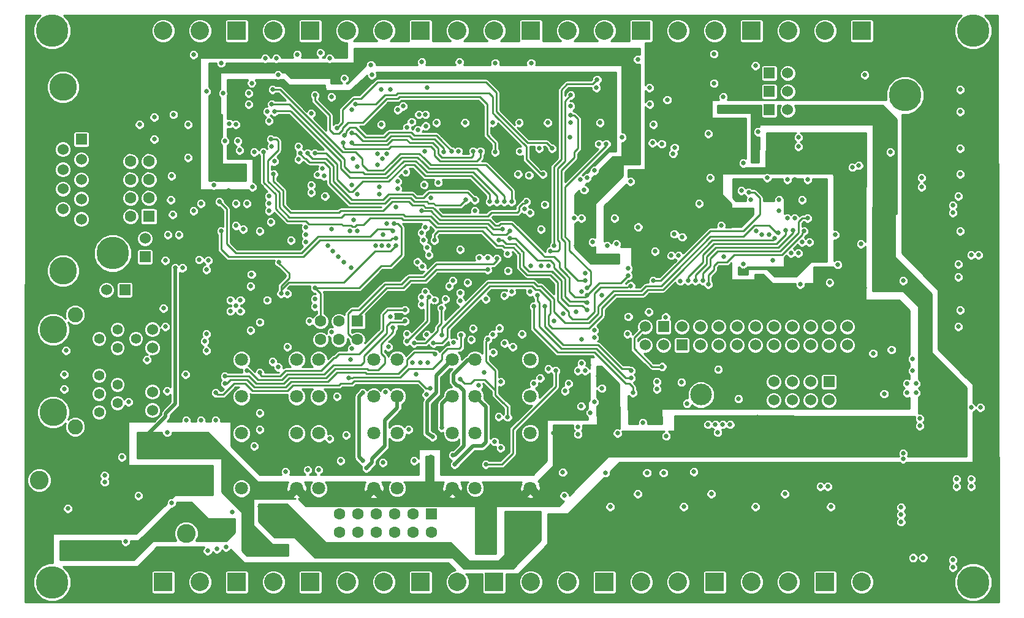
<source format=gbr>
G04 (created by PCBNEW (2013-07-07 BZR 4022)-stable) date Mon 16 Feb 2015 05:06:00 PM ART*
%MOIN*%
G04 Gerber Fmt 3.4, Leading zero omitted, Abs format*
%FSLAX34Y34*%
G01*
G70*
G90*
G04 APERTURE LIST*
%ADD10C,0.00590551*%
%ADD11R,0.063X0.063*%
%ADD12C,0.063*%
%ADD13R,0.06X0.06*%
%ADD14C,0.06*%
%ADD15C,0.0708*%
%ADD16R,0.1X0.1*%
%ADD17C,0.1*%
%ADD18C,0.102362*%
%ADD19C,0.177165*%
%ADD20C,0.15*%
%ADD21C,0.11811*%
%ADD22C,0.055*%
%ADD23C,0.082*%
%ADD24C,0.025*%
%ADD25C,0.02*%
%ADD26C,0.01*%
G04 APERTURE END LIST*
G54D10*
G54D11*
X28887Y-33700D03*
G54D12*
X28887Y-34700D03*
X27887Y-33700D03*
X27887Y-34700D03*
X26887Y-33700D03*
X26887Y-34700D03*
X25887Y-33700D03*
X25887Y-34700D03*
X24887Y-33700D03*
X24887Y-34700D03*
X23887Y-33700D03*
X23887Y-34700D03*
G54D13*
X50500Y-26500D03*
G54D14*
X50500Y-27500D03*
X49500Y-26500D03*
X49500Y-27500D03*
X48500Y-26500D03*
X48500Y-27500D03*
X47500Y-26500D03*
X47500Y-27500D03*
G54D11*
X24837Y-23200D03*
G54D12*
X24837Y-24200D03*
X23837Y-23200D03*
X23837Y-24200D03*
X22837Y-23200D03*
X22837Y-24200D03*
G54D13*
X41500Y-23500D03*
G54D14*
X41500Y-24500D03*
X40500Y-23500D03*
X40500Y-24500D03*
G54D15*
X18537Y-25300D03*
X18537Y-27300D03*
X18537Y-29300D03*
X21537Y-25300D03*
X21537Y-27300D03*
X21537Y-29300D03*
X18537Y-32300D03*
X21537Y-32300D03*
X31254Y-25283D03*
X31254Y-27283D03*
X31254Y-29283D03*
X34254Y-25283D03*
X34254Y-27283D03*
X34254Y-29283D03*
X31254Y-32283D03*
X34254Y-32283D03*
X27012Y-25283D03*
X27012Y-27283D03*
X27012Y-29283D03*
X30012Y-25283D03*
X30012Y-27283D03*
X30012Y-29283D03*
X27012Y-32283D03*
X30012Y-32283D03*
X22737Y-25300D03*
X22737Y-27300D03*
X22737Y-29300D03*
X25737Y-25300D03*
X25737Y-27300D03*
X25737Y-29300D03*
X22737Y-32300D03*
X25737Y-32300D03*
G54D16*
X34287Y-7400D03*
G54D17*
X32287Y-7400D03*
X30287Y-7400D03*
G54D16*
X32287Y-37400D03*
G54D17*
X34287Y-37400D03*
X36287Y-37400D03*
G54D16*
X40287Y-7400D03*
G54D17*
X38287Y-7400D03*
X36287Y-7400D03*
G54D16*
X46287Y-7400D03*
G54D17*
X44287Y-7400D03*
X42287Y-7400D03*
G54D16*
X52287Y-7400D03*
G54D17*
X50287Y-7400D03*
X48287Y-7400D03*
G54D16*
X18287Y-7400D03*
G54D17*
X16287Y-7400D03*
X14287Y-7400D03*
G54D16*
X28287Y-7400D03*
G54D17*
X26287Y-7400D03*
X24287Y-7400D03*
G54D16*
X22287Y-37400D03*
G54D17*
X24287Y-37400D03*
X26287Y-37400D03*
G54D16*
X44287Y-37400D03*
G54D17*
X46287Y-37400D03*
X48287Y-37400D03*
G54D16*
X38287Y-37400D03*
G54D17*
X40287Y-37400D03*
X42287Y-37400D03*
G54D16*
X50287Y-37400D03*
G54D17*
X52287Y-37400D03*
G54D16*
X22287Y-7400D03*
G54D17*
X20287Y-7400D03*
G54D16*
X18287Y-37400D03*
G54D17*
X20287Y-37400D03*
G54D16*
X14287Y-37400D03*
G54D17*
X16287Y-37400D03*
G54D18*
X15533Y-34754D03*
X7542Y-31845D03*
G54D16*
X28287Y-37400D03*
G54D17*
X30287Y-37400D03*
G54D19*
X58344Y-7384D03*
X58344Y-37404D03*
X8246Y-7384D03*
X8246Y-37404D03*
G54D13*
X42500Y-24500D03*
G54D14*
X42500Y-23500D03*
X43500Y-24500D03*
X43500Y-23500D03*
X44500Y-24500D03*
X44500Y-23500D03*
X45500Y-24500D03*
X45500Y-23500D03*
X46500Y-24500D03*
X46500Y-23500D03*
X47500Y-24500D03*
X47500Y-23500D03*
X48500Y-24500D03*
X48500Y-23500D03*
X49500Y-24500D03*
X49500Y-23500D03*
X50500Y-24500D03*
X50500Y-23500D03*
X51500Y-24500D03*
X51500Y-23500D03*
G54D20*
X8837Y-10450D03*
X8837Y-20450D03*
G54D13*
X9837Y-13300D03*
G54D14*
X9837Y-14400D03*
X9837Y-15500D03*
X9837Y-16550D03*
X9837Y-17650D03*
X8837Y-17100D03*
X8837Y-16000D03*
X8837Y-14950D03*
X8837Y-13850D03*
G54D19*
X11537Y-19500D03*
X54637Y-10900D03*
G54D21*
X43537Y-27200D03*
G54D11*
X13500Y-17500D03*
G54D12*
X12500Y-17500D03*
X13500Y-16500D03*
X12500Y-16500D03*
X13500Y-15500D03*
X12500Y-15500D03*
X13500Y-14500D03*
X12500Y-14500D03*
G54D14*
X13700Y-24650D03*
G54D22*
X11800Y-23650D03*
X11800Y-24650D03*
X10800Y-24150D03*
X12800Y-24150D03*
G54D14*
X13700Y-23650D03*
G54D23*
X9500Y-28950D03*
G54D20*
X8300Y-28150D03*
G54D22*
X10800Y-28150D03*
G54D20*
X8300Y-23650D03*
G54D23*
X9500Y-22850D03*
G54D22*
X10800Y-27150D03*
X10800Y-26150D03*
X11800Y-27650D03*
X11800Y-26650D03*
G54D14*
X13700Y-28050D03*
X13700Y-27050D03*
G54D13*
X47250Y-11700D03*
G54D14*
X48250Y-11700D03*
G54D13*
X13300Y-19700D03*
G54D14*
X13300Y-18700D03*
G54D13*
X47250Y-9700D03*
G54D14*
X48250Y-9700D03*
G54D13*
X12200Y-21500D03*
G54D14*
X11200Y-21500D03*
G54D13*
X47250Y-10700D03*
G54D14*
X48250Y-10700D03*
G54D24*
X50975Y-20125D03*
X19537Y-33300D03*
X34350Y-34900D03*
X34350Y-33900D03*
X40350Y-28250D03*
X50800Y-15200D03*
X26450Y-11700D03*
X40700Y-11850D03*
X38700Y-11450D03*
X37800Y-11450D03*
X35650Y-11450D03*
X34300Y-11400D03*
X32800Y-11400D03*
X31300Y-11400D03*
X29800Y-11450D03*
X11600Y-28900D03*
X40975Y-28725D03*
X32275Y-22425D03*
X27837Y-15000D03*
X35337Y-21150D03*
X43437Y-15500D03*
X37437Y-25600D03*
X30737Y-13950D03*
X19591Y-22454D03*
X26587Y-22150D03*
X44237Y-21000D03*
X44937Y-20300D03*
X44737Y-16800D03*
X51037Y-19700D03*
X47737Y-21400D03*
X26137Y-12900D03*
X35037Y-24700D03*
X21637Y-12600D03*
X55537Y-16400D03*
X52437Y-21400D03*
X34337Y-13800D03*
X40637Y-20800D03*
X32737Y-25600D03*
X17837Y-16100D03*
X36487Y-14900D03*
X20837Y-20800D03*
X37237Y-26600D03*
X50937Y-16300D03*
X52037Y-21400D03*
X39700Y-15250D03*
X29037Y-22400D03*
X28625Y-19975D03*
X28337Y-16100D03*
X20837Y-18800D03*
X32437Y-17700D03*
X20437Y-10200D03*
X20137Y-11000D03*
X17437Y-26900D03*
X19237Y-16900D03*
X19637Y-15900D03*
X35137Y-17400D03*
X21537Y-24600D03*
X50937Y-15800D03*
X46237Y-17200D03*
X18637Y-15200D03*
X18237Y-12500D03*
X38937Y-19700D03*
X36737Y-19100D03*
X20037Y-12300D03*
X35537Y-23200D03*
X44550Y-11700D03*
X46537Y-14400D03*
X13037Y-29600D03*
X42450Y-28800D03*
X40350Y-29300D03*
X38200Y-29250D03*
X35500Y-29300D03*
X31800Y-35550D03*
X46625Y-28425D03*
X53225Y-13575D03*
X37737Y-24100D03*
X37937Y-26200D03*
X58737Y-27900D03*
X58237Y-27900D03*
X57737Y-27900D03*
X53737Y-20900D03*
X53737Y-17800D03*
X28837Y-30600D03*
X18737Y-35200D03*
X20737Y-35600D03*
X53737Y-20500D03*
X14937Y-20300D03*
X21574Y-8700D03*
X19537Y-29100D03*
X31837Y-31000D03*
X35637Y-25900D03*
X36037Y-22800D03*
X19537Y-28200D03*
X14837Y-11950D03*
X18437Y-13900D03*
X13800Y-12100D03*
X13800Y-13300D03*
X28375Y-20225D03*
X52125Y-14725D03*
X26787Y-23550D03*
X17637Y-26200D03*
X17637Y-26600D03*
X29087Y-25000D03*
X29150Y-12400D03*
X37887Y-10050D03*
X35537Y-19100D03*
X30700Y-12400D03*
X36450Y-10900D03*
X35337Y-19400D03*
X32200Y-12400D03*
X36450Y-12000D03*
X37237Y-21000D03*
X33650Y-12400D03*
X37337Y-21400D03*
X38387Y-13550D03*
X35200Y-12400D03*
X23500Y-19400D03*
X21650Y-14400D03*
X30087Y-24350D03*
X36400Y-13200D03*
X23800Y-19700D03*
X31437Y-26700D03*
X24100Y-20000D03*
X38050Y-12400D03*
X32850Y-24400D03*
X39250Y-13200D03*
X24500Y-20300D03*
X33300Y-24600D03*
X37237Y-20600D03*
X37237Y-25900D03*
X32537Y-28400D03*
X34837Y-20200D03*
X37025Y-27825D03*
X23337Y-29600D03*
X35237Y-20200D03*
X19537Y-26000D03*
X27437Y-22600D03*
X37637Y-18900D03*
X37750Y-15000D03*
X37350Y-15400D03*
X33937Y-17100D03*
X22037Y-18100D03*
X20037Y-17200D03*
X23237Y-19100D03*
X22037Y-18900D03*
X20037Y-16800D03*
X26187Y-19100D03*
X26037Y-15900D03*
X26437Y-17900D03*
X27037Y-15600D03*
X22337Y-15800D03*
X28537Y-18100D03*
X22337Y-16200D03*
X26637Y-22950D03*
X26537Y-19100D03*
X28562Y-12575D03*
X34187Y-15250D03*
X26037Y-16300D03*
X25837Y-19100D03*
X28125Y-19975D03*
X27037Y-16000D03*
X24600Y-14350D03*
X28137Y-12800D03*
X33687Y-13950D03*
X20237Y-10600D03*
X33237Y-16700D03*
X20187Y-11400D03*
X32837Y-16700D03*
X29987Y-13950D03*
X24137Y-13100D03*
X29537Y-14000D03*
X24537Y-12950D03*
X23737Y-12700D03*
X35437Y-13800D03*
X24737Y-11400D03*
X34937Y-15200D03*
X27337Y-11500D03*
X33587Y-15200D03*
X22537Y-10900D03*
X32337Y-14000D03*
X32437Y-16700D03*
X20337Y-11800D03*
X32037Y-16700D03*
X22537Y-14050D03*
X19737Y-14000D03*
X33137Y-18300D03*
X32737Y-18200D03*
X20137Y-13300D03*
X22137Y-14050D03*
X31237Y-16600D03*
X21737Y-14050D03*
X30737Y-16600D03*
X31537Y-13950D03*
X24087Y-13500D03*
X24537Y-13500D03*
X31137Y-13950D03*
X24437Y-18300D03*
X23437Y-18200D03*
X19537Y-18300D03*
X22037Y-18500D03*
X22687Y-15225D03*
X26237Y-18500D03*
X23087Y-16400D03*
X23037Y-15300D03*
X20287Y-15200D03*
X34037Y-16700D03*
X24537Y-24700D03*
X30437Y-21650D03*
X28287Y-25450D03*
X28037Y-26100D03*
X32637Y-26500D03*
X27837Y-25450D03*
X29637Y-22000D03*
X26387Y-27050D03*
X29037Y-22050D03*
X28687Y-25450D03*
X23437Y-23800D03*
X30437Y-22100D03*
X37187Y-16050D03*
X27937Y-24400D03*
X29425Y-22475D03*
X28737Y-21900D03*
X27537Y-24300D03*
X32237Y-24900D03*
X36987Y-15500D03*
X48437Y-19500D03*
X42525Y-18625D03*
X49437Y-18900D03*
X46537Y-18300D03*
X46837Y-18500D03*
X48237Y-17600D03*
X47237Y-18500D03*
X49037Y-18900D03*
X43925Y-28825D03*
X28337Y-21900D03*
X26537Y-24600D03*
X20700Y-21700D03*
X26937Y-19100D03*
X20587Y-20000D03*
X44325Y-28825D03*
X27437Y-23200D03*
X16237Y-19850D03*
X18837Y-25900D03*
X26837Y-17900D03*
X16637Y-20400D03*
X22537Y-21400D03*
X36137Y-27000D03*
X37337Y-22600D03*
X32537Y-18800D03*
X28637Y-19200D03*
X40700Y-22700D03*
X33137Y-18700D03*
X37337Y-22200D03*
X28737Y-19600D03*
X17437Y-18300D03*
X26937Y-18700D03*
X17337Y-16700D03*
X26787Y-18275D03*
X42025Y-14075D03*
X28837Y-16500D03*
X41400Y-13550D03*
X28500Y-13950D03*
X42100Y-13750D03*
X29237Y-15650D03*
X42425Y-21025D03*
X33237Y-21600D03*
X34237Y-21600D03*
X31937Y-19750D03*
X30837Y-21100D03*
X30037Y-21000D03*
X31487Y-19750D03*
X31137Y-23600D03*
X31937Y-20400D03*
X32437Y-19800D03*
X24387Y-26300D03*
X30487Y-23950D03*
X43937Y-21200D03*
X49137Y-18300D03*
X43637Y-21000D03*
X49337Y-17600D03*
X43237Y-21000D03*
X48537Y-18250D03*
X48137Y-18250D03*
X42837Y-21000D03*
X47737Y-18400D03*
X29437Y-23950D03*
X28987Y-24400D03*
X47537Y-18700D03*
X28437Y-18800D03*
X28337Y-18400D03*
X45837Y-20450D03*
X45737Y-16500D03*
X49237Y-19700D03*
X48637Y-15500D03*
X39575Y-20325D03*
X39537Y-23900D03*
X57537Y-23500D03*
X44750Y-11000D03*
X44250Y-8650D03*
X40900Y-13500D03*
X40950Y-12500D03*
X40100Y-8950D03*
X34300Y-9150D03*
X32350Y-9150D03*
X28350Y-9100D03*
X30400Y-9100D03*
X40737Y-10500D03*
X40750Y-11400D03*
X22937Y-14900D03*
X24537Y-15800D03*
X24837Y-16300D03*
X24637Y-17700D03*
X14500Y-27000D03*
X15500Y-26100D03*
X37525Y-28175D03*
X35037Y-22400D03*
X39737Y-25900D03*
X34437Y-22400D03*
X39837Y-27100D03*
X39737Y-26300D03*
X34637Y-21800D03*
X45125Y-28825D03*
X32225Y-23925D03*
X45575Y-27425D03*
X32575Y-23575D03*
X41625Y-22975D03*
X41137Y-26500D03*
X33025Y-28425D03*
X46137Y-16200D03*
X40937Y-21000D03*
X37737Y-27600D03*
X19087Y-20650D03*
X20537Y-25700D03*
X30437Y-26350D03*
X31937Y-24200D03*
X51775Y-14825D03*
X27475Y-15075D03*
X44725Y-28825D03*
X28625Y-23925D03*
X44475Y-25825D03*
X42775Y-27675D03*
X34275Y-20175D03*
X29037Y-18800D03*
X41925Y-19625D03*
X39725Y-21275D03*
X42325Y-19625D03*
X39575Y-20725D03*
X28337Y-17200D03*
X37337Y-21800D03*
X32300Y-29750D03*
X41425Y-25675D03*
X40375Y-28725D03*
X42475Y-26525D03*
X29837Y-21300D03*
X15137Y-18500D03*
X14400Y-19900D03*
X14537Y-18500D03*
X9100Y-35300D03*
X15337Y-33200D03*
X18046Y-34409D03*
X34437Y-26600D03*
X26237Y-30900D03*
X22737Y-31300D03*
X17700Y-35500D03*
X30137Y-31000D03*
X29437Y-29000D03*
X25337Y-31200D03*
X23737Y-27300D03*
X22137Y-31300D03*
X17200Y-35600D03*
X30037Y-30500D03*
X28937Y-29500D03*
X25137Y-30800D03*
X25137Y-27100D03*
X24487Y-25300D03*
X20937Y-31400D03*
X16700Y-35700D03*
X39587Y-22950D03*
X36837Y-25900D03*
X37037Y-24200D03*
X55050Y-25250D03*
X43150Y-31400D03*
X41700Y-11150D03*
X44250Y-10250D03*
X52450Y-9800D03*
X46500Y-9300D03*
X26150Y-12500D03*
X36450Y-12400D03*
X38150Y-26850D03*
X36025Y-31425D03*
X38350Y-31450D03*
X14700Y-16600D03*
X13000Y-12500D03*
X13400Y-25300D03*
X14400Y-23500D03*
X12400Y-27600D03*
X9000Y-24800D03*
X8900Y-26100D03*
X8900Y-26900D03*
X44450Y-29250D03*
X41500Y-31450D03*
X40600Y-31450D03*
X36850Y-29350D03*
X36850Y-28950D03*
X39000Y-29300D03*
X41650Y-29450D03*
X38600Y-33300D03*
X42600Y-33300D03*
X46500Y-33300D03*
X50600Y-33300D03*
X53900Y-24750D03*
X52900Y-24950D03*
X38437Y-19100D03*
X32837Y-21800D03*
X33025Y-19525D03*
X28537Y-21600D03*
X52237Y-19000D03*
X57237Y-36200D03*
X57237Y-36600D03*
X55075Y-36075D03*
X55625Y-36075D03*
X39700Y-15600D03*
X40125Y-18075D03*
X34787Y-26300D03*
X47787Y-17200D03*
X31837Y-22000D03*
X37037Y-21600D03*
X36737Y-22700D03*
X46237Y-16600D03*
X57437Y-32200D03*
X57437Y-31800D03*
X44787Y-19700D03*
X45837Y-20100D03*
X45737Y-16100D03*
X30337Y-13950D03*
X19537Y-23250D03*
X28337Y-22300D03*
X37987Y-13550D03*
X44037Y-15400D03*
X44637Y-18000D03*
X47437Y-19900D03*
X48937Y-21200D03*
X45837Y-14600D03*
X48237Y-15500D03*
X49337Y-15500D03*
X49037Y-16600D03*
X50837Y-18500D03*
X48637Y-17600D03*
X21037Y-24600D03*
X16637Y-24800D03*
X55437Y-28500D03*
X55437Y-28900D03*
X58237Y-31800D03*
X58237Y-32200D03*
X57637Y-11800D03*
X57537Y-16400D03*
X57537Y-20800D03*
X54537Y-21000D03*
X54537Y-30400D03*
X54537Y-30700D03*
X18237Y-22350D03*
X18487Y-22050D03*
X18487Y-22650D03*
X17937Y-22050D03*
X17937Y-22650D03*
X31737Y-26000D03*
X19937Y-11800D03*
X26137Y-10600D03*
X50537Y-21100D03*
X53837Y-14000D03*
X55537Y-15400D03*
X55537Y-15900D03*
X37737Y-23700D03*
X38137Y-21800D03*
X38837Y-17600D03*
X37037Y-17600D03*
X43437Y-16800D03*
X34837Y-18200D03*
X26937Y-17000D03*
X30437Y-19300D03*
X31237Y-17200D03*
X28475Y-15775D03*
X16737Y-19900D03*
X15937Y-17200D03*
X48837Y-19500D03*
X34237Y-17300D03*
X35037Y-16850D03*
X19237Y-30000D03*
X16537Y-24300D03*
X19037Y-21300D03*
X20237Y-25400D03*
X23937Y-30800D03*
X24237Y-29400D03*
X27937Y-30800D03*
X27637Y-29100D03*
X32637Y-30100D03*
X36337Y-26600D03*
X20037Y-16400D03*
X18637Y-18200D03*
X15337Y-20300D03*
X36450Y-11500D03*
X37850Y-10500D03*
X46637Y-12900D03*
X43937Y-13000D03*
X50037Y-32200D03*
X50437Y-32200D03*
X34737Y-13800D03*
X41037Y-19400D03*
X37037Y-25500D03*
X35237Y-25800D03*
X31037Y-24200D03*
X27537Y-23900D03*
X24837Y-18300D03*
X21237Y-18800D03*
X20137Y-17800D03*
X20337Y-14500D03*
X19137Y-15900D03*
X21637Y-13700D03*
X24850Y-14800D03*
X22337Y-11900D03*
X16337Y-16800D03*
X18237Y-18000D03*
X11100Y-31950D03*
X11100Y-31600D03*
X9100Y-33400D03*
X20187Y-13700D03*
X17887Y-12450D03*
X23437Y-11000D03*
X18937Y-11400D03*
X19237Y-14000D03*
X28637Y-10500D03*
X19837Y-8900D03*
X38937Y-19000D03*
X24137Y-10000D03*
X18337Y-13400D03*
X26637Y-10600D03*
X36637Y-17600D03*
X12037Y-30600D03*
X12237Y-35200D03*
X18037Y-33600D03*
X17537Y-10800D03*
X15637Y-14300D03*
X33800Y-23900D03*
X22837Y-8600D03*
X25637Y-9800D03*
X27037Y-11700D03*
X20437Y-8900D03*
X15937Y-8700D03*
X15637Y-12500D03*
X57637Y-10600D03*
X57637Y-13800D03*
X48837Y-13200D03*
X48837Y-13700D03*
X17137Y-27100D03*
X28800Y-26850D03*
X47787Y-16600D03*
X47137Y-15400D03*
X33037Y-20450D03*
X18837Y-16800D03*
X18237Y-16800D03*
X14737Y-15300D03*
X14800Y-17400D03*
X17037Y-15800D03*
X54425Y-33325D03*
X54425Y-33725D03*
X54425Y-34125D03*
X55237Y-26600D03*
X54737Y-26600D03*
X54737Y-27100D03*
X55237Y-27100D03*
X28600Y-27200D03*
X22537Y-22000D03*
X21037Y-21700D03*
X22537Y-22400D03*
X19937Y-22050D03*
X14300Y-22500D03*
X16637Y-23900D03*
X22237Y-23200D03*
X19037Y-23700D03*
X58237Y-19600D03*
X58637Y-19600D03*
X57537Y-20100D03*
X57637Y-22600D03*
X23337Y-8900D03*
X24537Y-11700D03*
X18937Y-10800D03*
X25587Y-9250D03*
X20537Y-9800D03*
X17437Y-9150D03*
X16637Y-10700D03*
X19094Y-10236D03*
X17637Y-13400D03*
X57237Y-16900D03*
X57237Y-17300D03*
X41137Y-26900D03*
X57637Y-18300D03*
X57637Y-15200D03*
X25950Y-14700D03*
X28550Y-11950D03*
X27550Y-12650D03*
X25950Y-14100D03*
X26450Y-14100D03*
X27800Y-12350D03*
X28200Y-11950D03*
X26200Y-14350D03*
X48100Y-32600D03*
X40100Y-32600D03*
X15537Y-28600D03*
X53500Y-27150D03*
X55050Y-25900D03*
X17137Y-28600D03*
X44100Y-32600D03*
X36100Y-32700D03*
X14500Y-29250D03*
X16337Y-28600D03*
X12937Y-32700D03*
X14737Y-33100D03*
X42087Y-18450D03*
G54D25*
X14418Y-28218D02*
X14418Y-28381D01*
X13199Y-29600D02*
X13037Y-29600D01*
X14418Y-28381D02*
X13199Y-29600D01*
X14937Y-22400D02*
X14937Y-27700D01*
X14937Y-27700D02*
X14418Y-28218D01*
X14937Y-22400D02*
X14937Y-20300D01*
G54D26*
X32650Y-31000D02*
X32699Y-31000D01*
X32650Y-31000D02*
X31837Y-31000D01*
X35637Y-25900D02*
X35637Y-26762D01*
X32699Y-31000D02*
X33300Y-30400D01*
X33300Y-30400D02*
X33300Y-29100D01*
X33300Y-29100D02*
X35637Y-26762D01*
X23587Y-25850D02*
X23637Y-25800D01*
X23637Y-25800D02*
X25387Y-25800D01*
X25387Y-25800D02*
X25437Y-25850D01*
X25437Y-25850D02*
X25987Y-25850D01*
X19337Y-26600D02*
X20537Y-26600D01*
X23137Y-26300D02*
X23537Y-25900D01*
X23137Y-26300D02*
X21137Y-26300D01*
X23587Y-25850D02*
X23537Y-25900D01*
X18537Y-26200D02*
X17637Y-26200D01*
X20837Y-26600D02*
X20537Y-26600D01*
X21137Y-26300D02*
X20837Y-26600D01*
X18937Y-26200D02*
X19337Y-26600D01*
X18537Y-26200D02*
X18937Y-26200D01*
X26337Y-25500D02*
X26337Y-25150D01*
X26037Y-25800D02*
X26237Y-25600D01*
X26337Y-25150D02*
X26137Y-24950D01*
X26137Y-24950D02*
X26137Y-24650D01*
X26787Y-23750D02*
X26787Y-23800D01*
X26787Y-23800D02*
X26137Y-24450D01*
X26137Y-24450D02*
X26137Y-24650D01*
X26787Y-23750D02*
X26787Y-23550D01*
X26237Y-25600D02*
X26337Y-25500D01*
X25987Y-25850D02*
X26037Y-25800D01*
X27087Y-26050D02*
X25337Y-26050D01*
X23237Y-26500D02*
X23687Y-26050D01*
X21237Y-26500D02*
X23237Y-26500D01*
X19237Y-26800D02*
X20637Y-26800D01*
X20937Y-26800D02*
X20637Y-26800D01*
X21237Y-26500D02*
X20937Y-26800D01*
X18837Y-26400D02*
X17937Y-26400D01*
X17937Y-26400D02*
X17737Y-26600D01*
X17737Y-26600D02*
X17637Y-26600D01*
X19237Y-26800D02*
X18837Y-26400D01*
X28987Y-24900D02*
X29087Y-25000D01*
X27937Y-24900D02*
X28987Y-24900D01*
X27137Y-26000D02*
X27537Y-25600D01*
X27537Y-25600D02*
X27537Y-25300D01*
X27537Y-25300D02*
X27937Y-24900D01*
X27087Y-26050D02*
X27137Y-26000D01*
X23737Y-26000D02*
X23687Y-26050D01*
X25287Y-26000D02*
X23737Y-26000D01*
X25337Y-26050D02*
X25287Y-26000D01*
X35937Y-13200D02*
X35937Y-10612D01*
X35937Y-10612D02*
X36249Y-10300D01*
X35537Y-14800D02*
X35937Y-14400D01*
X35937Y-14400D02*
X35937Y-13900D01*
X37887Y-10050D02*
X37637Y-10300D01*
X37637Y-10300D02*
X36249Y-10300D01*
X35537Y-14800D02*
X35537Y-19100D01*
X35937Y-13900D02*
X35937Y-13200D01*
X36137Y-12800D02*
X36137Y-11212D01*
X36137Y-11212D02*
X36450Y-10900D01*
X36137Y-14500D02*
X35737Y-14900D01*
X35837Y-19300D02*
X35737Y-19400D01*
X35737Y-19400D02*
X35337Y-19400D01*
X35737Y-14900D02*
X35737Y-18800D01*
X35737Y-18800D02*
X35837Y-18900D01*
X35837Y-18900D02*
X35837Y-19300D01*
X36137Y-14100D02*
X36137Y-12800D01*
X36137Y-14500D02*
X36137Y-14100D01*
X36843Y-13300D02*
X36843Y-12193D01*
X36650Y-12000D02*
X36450Y-12000D01*
X36843Y-12193D02*
X36650Y-12000D01*
X36843Y-13300D02*
X36843Y-13793D01*
X36837Y-21000D02*
X36137Y-20300D01*
X37237Y-21000D02*
X36837Y-21000D01*
X36137Y-20300D02*
X36137Y-19400D01*
X35937Y-15100D02*
X35937Y-15000D01*
X35937Y-15000D02*
X36637Y-14300D01*
X36637Y-14300D02*
X36637Y-14000D01*
X35937Y-15100D02*
X35937Y-18700D01*
X35937Y-18700D02*
X36137Y-18900D01*
X36137Y-18900D02*
X36137Y-19400D01*
X36637Y-14000D02*
X36843Y-13793D01*
X37537Y-21200D02*
X37537Y-20800D01*
X37437Y-21300D02*
X37537Y-21200D01*
X36137Y-16000D02*
X36137Y-16200D01*
X37537Y-20800D02*
X37537Y-20600D01*
X36137Y-18600D02*
X36387Y-18850D01*
X36137Y-16200D02*
X36137Y-18600D01*
X36387Y-18850D02*
X36387Y-19200D01*
X37337Y-21400D02*
X37437Y-21300D01*
X36387Y-19350D02*
X37537Y-20500D01*
X37537Y-20500D02*
X37537Y-20600D01*
X36387Y-19200D02*
X36387Y-19350D01*
X38387Y-13650D02*
X38387Y-13500D01*
X36137Y-15900D02*
X38387Y-13650D01*
X36137Y-16000D02*
X36137Y-15900D01*
X26237Y-23700D02*
X26237Y-23500D01*
X23837Y-25000D02*
X24787Y-25000D01*
X26237Y-22850D02*
X26237Y-23500D01*
X26487Y-22600D02*
X26237Y-22850D01*
X27387Y-22600D02*
X26487Y-22600D01*
X23837Y-25000D02*
X23637Y-25200D01*
X26237Y-23700D02*
X24937Y-25000D01*
X24937Y-25000D02*
X24787Y-25000D01*
X19837Y-26200D02*
X19637Y-26200D01*
X19837Y-26200D02*
X20237Y-26200D01*
X23587Y-25200D02*
X22887Y-25900D01*
X20937Y-25900D02*
X22887Y-25900D01*
X20637Y-26200D02*
X20237Y-26200D01*
X20937Y-25900D02*
X20637Y-26200D01*
X19637Y-26200D02*
X19537Y-26100D01*
X19537Y-26100D02*
X19537Y-26000D01*
X23637Y-25200D02*
X23587Y-25200D01*
X23587Y-25200D02*
X23637Y-25200D01*
X26700Y-14550D02*
X26250Y-15000D01*
X25100Y-14700D02*
X25100Y-14336D01*
X25400Y-15000D02*
X25100Y-14700D01*
X26250Y-15000D02*
X25400Y-15000D01*
X24750Y-13986D02*
X24750Y-14000D01*
X25100Y-14336D02*
X24750Y-13986D01*
X24750Y-14000D02*
X24750Y-14000D01*
X24750Y-14000D02*
X24037Y-14000D01*
X20637Y-10600D02*
X24037Y-14000D01*
X20237Y-10600D02*
X20637Y-10600D01*
X28212Y-14075D02*
X28243Y-14106D01*
X27175Y-14075D02*
X28212Y-14075D01*
X26700Y-14550D02*
X27175Y-14075D01*
X28243Y-14106D02*
X28437Y-14300D01*
X28437Y-14300D02*
X28837Y-14700D01*
X33237Y-16700D02*
X33237Y-16100D01*
X31837Y-14700D02*
X31437Y-14700D01*
X33237Y-16100D02*
X31837Y-14700D01*
X28837Y-14700D02*
X31437Y-14700D01*
X26325Y-15200D02*
X26349Y-15200D01*
X28112Y-14275D02*
X28175Y-14337D01*
X27275Y-14275D02*
X28112Y-14275D01*
X27225Y-14325D02*
X27275Y-14275D01*
X26349Y-15200D02*
X27225Y-14325D01*
X28143Y-14306D02*
X28175Y-14337D01*
X26137Y-15200D02*
X26325Y-15200D01*
X26325Y-15200D02*
X26337Y-15200D01*
X20187Y-11400D02*
X21137Y-11400D01*
X25237Y-15200D02*
X25137Y-15100D01*
X26137Y-15200D02*
X25237Y-15200D01*
X25137Y-15100D02*
X24437Y-15100D01*
X21137Y-11400D02*
X24137Y-14400D01*
X24137Y-14400D02*
X24137Y-14800D01*
X24137Y-14800D02*
X24437Y-15100D01*
X31237Y-14900D02*
X28737Y-14900D01*
X31337Y-14900D02*
X32837Y-16400D01*
X32837Y-16400D02*
X32837Y-16700D01*
X31237Y-14900D02*
X31337Y-14900D01*
X28175Y-14337D02*
X28337Y-14500D01*
X28337Y-14500D02*
X28737Y-14900D01*
X26175Y-13200D02*
X26299Y-13200D01*
X27775Y-12925D02*
X27950Y-13100D01*
X26575Y-12925D02*
X27775Y-12925D01*
X26299Y-13200D02*
X26575Y-12925D01*
X24437Y-12650D02*
X24237Y-12850D01*
X24737Y-12650D02*
X25287Y-13200D01*
X24437Y-12650D02*
X24737Y-12650D01*
X29337Y-13300D02*
X29987Y-13950D01*
X29137Y-13100D02*
X27950Y-13100D01*
X29337Y-13300D02*
X29137Y-13100D01*
X26175Y-13200D02*
X25387Y-13200D01*
X25287Y-13200D02*
X25387Y-13200D01*
X24137Y-13050D02*
X24137Y-13100D01*
X24237Y-12950D02*
X24137Y-13050D01*
X24237Y-12850D02*
X24237Y-12950D01*
X26325Y-13400D02*
X26399Y-13400D01*
X27675Y-13125D02*
X27850Y-13300D01*
X26675Y-13125D02*
X27675Y-13125D01*
X26399Y-13400D02*
X26675Y-13125D01*
X26325Y-13400D02*
X25137Y-13400D01*
X28937Y-13300D02*
X27850Y-13300D01*
X29337Y-13600D02*
X29537Y-13800D01*
X29537Y-14000D02*
X29537Y-13800D01*
X28937Y-13300D02*
X29037Y-13300D01*
X29037Y-13300D02*
X29337Y-13600D01*
X24587Y-13000D02*
X24537Y-12950D01*
X24737Y-13000D02*
X24587Y-13000D01*
X25137Y-13400D02*
X24737Y-13000D01*
X30100Y-10200D02*
X31850Y-10200D01*
X32400Y-10750D02*
X32400Y-11800D01*
X31850Y-10200D02*
X32400Y-10750D01*
X34600Y-13500D02*
X34600Y-13500D01*
X34100Y-13500D02*
X34600Y-13500D01*
X32400Y-11800D02*
X34100Y-13500D01*
X26800Y-10200D02*
X25949Y-10200D01*
X25850Y-10300D02*
X25850Y-10287D01*
X25949Y-10200D02*
X25850Y-10300D01*
X30100Y-10200D02*
X26800Y-10200D01*
X25850Y-10287D02*
X25037Y-11100D01*
X24637Y-11100D02*
X25037Y-11100D01*
X24037Y-12400D02*
X24037Y-11700D01*
X24037Y-11700D02*
X24637Y-11100D01*
X23737Y-12700D02*
X24037Y-12400D01*
X35137Y-13500D02*
X35437Y-13800D01*
X34600Y-13500D02*
X35137Y-13500D01*
X32347Y-12002D02*
X32200Y-11854D01*
X32200Y-11854D02*
X32200Y-11700D01*
X30850Y-10800D02*
X32000Y-10800D01*
X32200Y-11000D02*
X32200Y-11700D01*
X32000Y-10800D02*
X32200Y-11000D01*
X30600Y-10800D02*
X30850Y-10800D01*
X26337Y-10900D02*
X26937Y-10900D01*
X26937Y-10900D02*
X27037Y-10800D01*
X27037Y-10800D02*
X30600Y-10800D01*
X26337Y-10900D02*
X25837Y-11400D01*
X25837Y-11400D02*
X24737Y-11400D01*
X34037Y-13692D02*
X34037Y-13787D01*
X32347Y-12002D02*
X34037Y-13692D01*
X34037Y-13737D02*
X34037Y-13800D01*
X34037Y-13800D02*
X34037Y-14400D01*
X34937Y-15200D02*
X34837Y-15200D01*
X34837Y-15200D02*
X34037Y-14400D01*
X30950Y-11000D02*
X31499Y-11000D01*
X32050Y-13200D02*
X32050Y-13212D01*
X31900Y-13050D02*
X32050Y-13200D01*
X31900Y-11400D02*
X31900Y-13050D01*
X31499Y-11000D02*
X31900Y-11400D01*
X29600Y-11000D02*
X30950Y-11000D01*
X23987Y-12850D02*
X24037Y-12800D01*
X23337Y-12000D02*
X22837Y-11500D01*
X22537Y-11200D02*
X22537Y-10900D01*
X22837Y-11500D02*
X22537Y-11200D01*
X23537Y-13000D02*
X23337Y-12800D01*
X23987Y-12850D02*
X23837Y-13000D01*
X23837Y-13000D02*
X23537Y-13000D01*
X23337Y-12800D02*
X23337Y-12000D01*
X24037Y-12800D02*
X24037Y-12700D01*
X24437Y-12400D02*
X24337Y-12400D01*
X25937Y-11600D02*
X25137Y-12400D01*
X32050Y-13212D02*
X32337Y-13500D01*
X32337Y-13500D02*
X32337Y-14000D01*
X27137Y-11000D02*
X29600Y-11000D01*
X26437Y-11100D02*
X25937Y-11600D01*
X27037Y-11100D02*
X27137Y-11000D01*
X26437Y-11100D02*
X27037Y-11100D01*
X24437Y-12400D02*
X25137Y-12400D01*
X24337Y-12400D02*
X24037Y-12700D01*
X26443Y-15393D02*
X26456Y-15393D01*
X28012Y-14475D02*
X28043Y-14506D01*
X27375Y-14475D02*
X28012Y-14475D01*
X26456Y-15393D02*
X27375Y-14475D01*
X32437Y-16400D02*
X32437Y-16700D01*
X28637Y-15100D02*
X31137Y-15100D01*
X31137Y-15100D02*
X32437Y-16400D01*
X28237Y-14700D02*
X28637Y-15100D01*
X28043Y-14506D02*
X28237Y-14700D01*
X26437Y-15400D02*
X26443Y-15393D01*
X24437Y-15400D02*
X24637Y-15400D01*
X23937Y-14900D02*
X24437Y-15400D01*
X23937Y-14500D02*
X23937Y-14900D01*
X21237Y-11800D02*
X23937Y-14500D01*
X26237Y-15400D02*
X24637Y-15400D01*
X21237Y-11800D02*
X21187Y-11750D01*
X20387Y-11750D02*
X20337Y-11800D01*
X21187Y-11750D02*
X20387Y-11750D01*
X26237Y-15400D02*
X26437Y-15400D01*
X22537Y-14050D02*
X23150Y-14050D01*
X24400Y-16150D02*
X24587Y-16150D01*
X23750Y-15500D02*
X24400Y-16150D01*
X23750Y-14650D02*
X23750Y-15500D01*
X23150Y-14050D02*
X23750Y-14650D01*
X26525Y-15600D02*
X26549Y-15600D01*
X28137Y-14900D02*
X27937Y-14700D01*
X28537Y-15300D02*
X28137Y-14900D01*
X25137Y-15600D02*
X24587Y-16150D01*
X26337Y-15600D02*
X25137Y-15600D01*
X28537Y-15300D02*
X31037Y-15300D01*
X31037Y-15300D02*
X32037Y-16300D01*
X32037Y-16300D02*
X32037Y-16700D01*
X26337Y-15600D02*
X26525Y-15600D01*
X26549Y-15600D02*
X27475Y-14675D01*
X27475Y-14675D02*
X27912Y-14675D01*
X27912Y-14675D02*
X27937Y-14700D01*
X23993Y-17906D02*
X22206Y-17906D01*
X22206Y-17906D02*
X22050Y-17750D01*
X19737Y-15300D02*
X19737Y-15637D01*
X21850Y-17750D02*
X22050Y-17750D01*
X19737Y-15300D02*
X19737Y-14500D01*
X19737Y-14500D02*
X19737Y-14000D01*
X19737Y-15637D02*
X20400Y-16300D01*
X20400Y-16300D02*
X20400Y-17100D01*
X20400Y-17100D02*
X21050Y-17750D01*
X21050Y-17750D02*
X21850Y-17750D01*
X21850Y-17750D02*
X21850Y-17750D01*
X32237Y-18500D02*
X32937Y-18500D01*
X33137Y-18300D02*
X32937Y-18500D01*
X25175Y-17962D02*
X24800Y-17962D01*
X24800Y-17962D02*
X24712Y-18050D01*
X25187Y-17950D02*
X25175Y-17962D01*
X24512Y-17975D02*
X24062Y-17975D01*
X24587Y-18050D02*
X24512Y-17975D01*
X24712Y-18050D02*
X24587Y-18050D01*
X23993Y-17906D02*
X24062Y-17975D01*
X31837Y-18100D02*
X32187Y-18450D01*
X25187Y-17950D02*
X25237Y-17900D01*
X26737Y-17600D02*
X25537Y-17600D01*
X25537Y-17600D02*
X25437Y-17700D01*
X25437Y-17700D02*
X25237Y-17900D01*
X27337Y-17700D02*
X27237Y-17600D01*
X27237Y-17600D02*
X26737Y-17600D01*
X27337Y-17700D02*
X28737Y-17700D01*
X29137Y-18100D02*
X28737Y-17700D01*
X31837Y-18100D02*
X29137Y-18100D01*
X32187Y-18450D02*
X32237Y-18500D01*
X33137Y-18300D02*
X33137Y-18300D01*
X19993Y-14443D02*
X19993Y-15593D01*
X22000Y-17550D02*
X22000Y-17550D01*
X21150Y-17550D02*
X22000Y-17550D01*
X20600Y-17000D02*
X21150Y-17550D01*
X20600Y-16200D02*
X20600Y-17000D01*
X19993Y-15593D02*
X20600Y-16200D01*
X20437Y-14000D02*
X20537Y-13900D01*
X31937Y-17900D02*
X29237Y-17900D01*
X29237Y-17900D02*
X28837Y-17500D01*
X27437Y-17500D02*
X28837Y-17500D01*
X24137Y-17400D02*
X25437Y-17400D01*
X23987Y-17550D02*
X24137Y-17400D01*
X27337Y-17400D02*
X26637Y-17400D01*
X27437Y-17500D02*
X27337Y-17400D01*
X22000Y-17550D02*
X23937Y-17550D01*
X26637Y-17400D02*
X25437Y-17400D01*
X23937Y-17550D02*
X23987Y-17550D01*
X19993Y-14443D02*
X20437Y-14000D01*
X31937Y-17900D02*
X32237Y-18200D01*
X32237Y-18200D02*
X32737Y-18200D01*
X20437Y-13300D02*
X20137Y-13300D01*
X20537Y-13400D02*
X20437Y-13300D01*
X20537Y-13900D02*
X20537Y-13400D01*
X20237Y-13300D02*
X20137Y-13300D01*
X22137Y-14050D02*
X22137Y-14087D01*
X24550Y-16600D02*
X26237Y-16600D01*
X23550Y-15600D02*
X24550Y-16600D01*
X23550Y-14750D02*
X23550Y-15600D01*
X23150Y-14350D02*
X23550Y-14750D01*
X22400Y-14350D02*
X23150Y-14350D01*
X22137Y-14087D02*
X22400Y-14350D01*
X26237Y-16600D02*
X26437Y-16400D01*
X28137Y-16500D02*
X28337Y-16500D01*
X28037Y-16500D02*
X28137Y-16500D01*
X28437Y-16500D02*
X28737Y-16200D01*
X28337Y-16500D02*
X28437Y-16500D01*
X30837Y-16200D02*
X31237Y-16600D01*
X28737Y-16200D02*
X30837Y-16200D01*
X26437Y-16400D02*
X26537Y-16300D01*
X26537Y-16300D02*
X27837Y-16300D01*
X27837Y-16300D02*
X28037Y-16500D01*
X21925Y-14275D02*
X22000Y-14350D01*
X22250Y-14550D02*
X22400Y-14550D01*
X22050Y-14350D02*
X22250Y-14550D01*
X22000Y-14350D02*
X22050Y-14350D01*
X21737Y-14050D02*
X21737Y-14087D01*
X24450Y-16800D02*
X26337Y-16800D01*
X23350Y-15700D02*
X24450Y-16800D01*
X23350Y-14850D02*
X23350Y-15700D01*
X23050Y-14550D02*
X23350Y-14850D01*
X22400Y-14550D02*
X23050Y-14550D01*
X21737Y-14087D02*
X21925Y-14275D01*
X29125Y-16900D02*
X29100Y-16900D01*
X28975Y-16775D02*
X28712Y-16775D01*
X29100Y-16900D02*
X28975Y-16775D01*
X26337Y-16800D02*
X26637Y-16500D01*
X28237Y-16700D02*
X28337Y-16700D01*
X28337Y-16700D02*
X28637Y-16700D01*
X28637Y-16700D02*
X28712Y-16775D01*
X27937Y-16700D02*
X28237Y-16700D01*
X26637Y-16500D02*
X27737Y-16500D01*
X27737Y-16500D02*
X27937Y-16700D01*
X30437Y-16900D02*
X30737Y-16600D01*
X29125Y-16900D02*
X30437Y-16900D01*
X29050Y-14200D02*
X29050Y-13900D01*
X26669Y-13680D02*
X26543Y-13806D01*
X28830Y-13680D02*
X26669Y-13680D01*
X29050Y-13900D02*
X28830Y-13680D01*
X25550Y-13806D02*
X26543Y-13806D01*
X24193Y-13806D02*
X24087Y-13700D01*
X24087Y-13700D02*
X24087Y-13500D01*
X24193Y-13806D02*
X25550Y-13806D01*
X29050Y-14200D02*
X29350Y-14500D01*
X29350Y-14500D02*
X30837Y-14500D01*
X30837Y-14500D02*
X31337Y-14500D01*
X31537Y-14300D02*
X31537Y-13950D01*
X31337Y-14500D02*
X31537Y-14300D01*
X24087Y-13600D02*
X24087Y-13500D01*
X29250Y-14100D02*
X29250Y-13800D01*
X28500Y-13500D02*
X28500Y-13500D01*
X28950Y-13500D02*
X28500Y-13500D01*
X29250Y-13800D02*
X28950Y-13500D01*
X27800Y-13500D02*
X28500Y-13500D01*
X24637Y-13600D02*
X24537Y-13500D01*
X27800Y-13500D02*
X27700Y-13500D01*
X26475Y-13600D02*
X24637Y-13600D01*
X26479Y-13600D02*
X26755Y-13325D01*
X26755Y-13325D02*
X27525Y-13325D01*
X27525Y-13325D02*
X27700Y-13500D01*
X26475Y-13600D02*
X26479Y-13600D01*
X29250Y-14100D02*
X29450Y-14300D01*
X31141Y-13945D02*
X31137Y-14200D01*
X31137Y-14200D02*
X31037Y-14300D01*
X29450Y-14300D02*
X31037Y-14300D01*
X24587Y-13550D02*
X24537Y-13500D01*
X24537Y-13500D02*
X24587Y-13500D01*
X20287Y-15200D02*
X20287Y-15587D01*
X21950Y-17300D02*
X21950Y-17300D01*
X21200Y-17300D02*
X21950Y-17300D01*
X20800Y-16900D02*
X21200Y-17300D01*
X20800Y-16100D02*
X20800Y-16900D01*
X20287Y-15587D02*
X20800Y-16100D01*
X28943Y-17006D02*
X28543Y-17006D01*
X28543Y-17006D02*
X28437Y-16900D01*
X28943Y-17006D02*
X29037Y-17100D01*
X33637Y-17000D02*
X33837Y-16800D01*
X33937Y-16800D02*
X34037Y-16700D01*
X33837Y-16800D02*
X33937Y-16800D01*
X33637Y-17000D02*
X33637Y-17200D01*
X33537Y-17300D02*
X32137Y-17300D01*
X33637Y-17200D02*
X33537Y-17300D01*
X31937Y-17500D02*
X29437Y-17500D01*
X29437Y-17500D02*
X29037Y-17100D01*
X32137Y-17300D02*
X31937Y-17500D01*
X27837Y-16900D02*
X27637Y-16700D01*
X26237Y-17200D02*
X26737Y-16700D01*
X27837Y-16900D02*
X28237Y-16900D01*
X26737Y-16700D02*
X27637Y-16700D01*
X26237Y-17200D02*
X23937Y-17200D01*
X23937Y-17200D02*
X23837Y-17300D01*
X21950Y-17300D02*
X23837Y-17300D01*
X28237Y-16900D02*
X28437Y-16900D01*
X29425Y-22475D02*
X29425Y-23325D01*
X29425Y-23325D02*
X29225Y-23525D01*
X27937Y-24400D02*
X28549Y-24400D01*
X29225Y-23725D02*
X29225Y-23525D01*
X28549Y-24400D02*
X29225Y-23725D01*
X28637Y-22400D02*
X28637Y-22000D01*
X28637Y-22000D02*
X28737Y-21900D01*
X28637Y-22900D02*
X28637Y-22400D01*
X27837Y-24000D02*
X28637Y-23200D01*
X28637Y-23200D02*
X28637Y-22900D01*
X27837Y-24000D02*
X27537Y-24300D01*
X25950Y-19400D02*
X25800Y-19400D01*
X20700Y-21500D02*
X20700Y-21700D01*
X21100Y-21100D02*
X20700Y-21500D01*
X24100Y-21100D02*
X21100Y-21100D01*
X25800Y-19400D02*
X24100Y-21100D01*
X20587Y-20000D02*
X20587Y-20037D01*
X20700Y-21300D02*
X20700Y-21700D01*
X20900Y-21100D02*
X20700Y-21300D01*
X20587Y-20037D02*
X21150Y-20600D01*
X21150Y-20600D02*
X21150Y-20850D01*
X21150Y-20850D02*
X20900Y-21100D01*
X26637Y-19400D02*
X26937Y-19100D01*
X25950Y-19400D02*
X26637Y-19400D01*
X25212Y-25075D02*
X25212Y-25425D01*
X25212Y-25425D02*
X25037Y-25600D01*
X26937Y-23250D02*
X27387Y-23250D01*
X27387Y-23250D02*
X27437Y-23200D01*
X25212Y-25075D02*
X26437Y-23850D01*
X26437Y-23850D02*
X26437Y-23550D01*
X26437Y-23550D02*
X26437Y-23450D01*
X26687Y-23250D02*
X26637Y-23250D01*
X26937Y-23250D02*
X26687Y-23250D01*
X26637Y-23250D02*
X26437Y-23450D01*
X25037Y-25600D02*
X24637Y-25600D01*
X18837Y-25900D02*
X18937Y-25900D01*
X18937Y-25900D02*
X19437Y-26400D01*
X21037Y-26100D02*
X20737Y-26400D01*
X20737Y-26400D02*
X20337Y-26400D01*
X22937Y-26100D02*
X21037Y-26100D01*
X20337Y-26400D02*
X19437Y-26400D01*
X23037Y-26100D02*
X23537Y-25600D01*
X22937Y-26100D02*
X23037Y-26100D01*
X24637Y-25600D02*
X23537Y-25600D01*
X23150Y-21400D02*
X24937Y-21400D01*
X27237Y-18200D02*
X27237Y-19600D01*
X27237Y-19600D02*
X26637Y-20200D01*
X26637Y-20200D02*
X26137Y-20200D01*
X27237Y-18100D02*
X27037Y-17900D01*
X27037Y-17900D02*
X26837Y-17900D01*
X27237Y-18200D02*
X27237Y-18100D01*
X23150Y-21400D02*
X22537Y-21400D01*
X24937Y-21400D02*
X26137Y-20200D01*
X22837Y-21700D02*
X22537Y-21400D01*
X22837Y-23200D02*
X22837Y-21700D01*
X22837Y-22600D02*
X22837Y-23200D01*
X35937Y-21025D02*
X35937Y-21100D01*
X35937Y-21950D02*
X36337Y-22350D01*
X36337Y-22350D02*
X37087Y-22350D01*
X35937Y-21100D02*
X35937Y-21950D01*
X37337Y-22600D02*
X37087Y-22350D01*
X35937Y-21000D02*
X35937Y-21025D01*
X34125Y-20425D02*
X33875Y-20175D01*
X33825Y-19375D02*
X33825Y-19387D01*
X33875Y-19425D02*
X33825Y-19375D01*
X33875Y-20175D02*
X33875Y-19425D01*
X34775Y-20475D02*
X34175Y-20475D01*
X34175Y-20475D02*
X34125Y-20425D01*
X34975Y-20475D02*
X34775Y-20475D01*
X35937Y-21000D02*
X35412Y-20475D01*
X35412Y-20475D02*
X34975Y-20475D01*
X33437Y-19000D02*
X33825Y-19387D01*
X32537Y-18800D02*
X32737Y-18800D01*
X32737Y-18800D02*
X32937Y-19000D01*
X32937Y-19000D02*
X33437Y-19000D01*
X35437Y-20500D02*
X35937Y-21000D01*
X37162Y-22125D02*
X36412Y-22125D01*
X36137Y-21850D02*
X36137Y-20900D01*
X36412Y-22125D02*
X36137Y-21850D01*
X35537Y-20100D02*
X35337Y-19900D01*
X35537Y-20300D02*
X35537Y-20100D01*
X33537Y-18800D02*
X33437Y-18700D01*
X33437Y-18700D02*
X33137Y-18700D01*
X34337Y-19600D02*
X34637Y-19900D01*
X34637Y-19900D02*
X35337Y-19900D01*
X33537Y-18800D02*
X34337Y-19600D01*
X35537Y-20300D02*
X36137Y-20900D01*
X37237Y-22200D02*
X37337Y-22200D01*
X37162Y-22125D02*
X37237Y-22200D01*
X25700Y-18800D02*
X22799Y-18800D01*
X22799Y-18800D02*
X21899Y-19700D01*
X20650Y-19700D02*
X21899Y-19700D01*
X20650Y-19700D02*
X18137Y-19700D01*
X17837Y-19700D02*
X17437Y-19300D01*
X17437Y-19300D02*
X17437Y-18300D01*
X18137Y-19700D02*
X17837Y-19700D01*
X26437Y-18800D02*
X25700Y-18800D01*
X26937Y-18700D02*
X26737Y-18700D01*
X26737Y-18700D02*
X26637Y-18800D01*
X26637Y-18800D02*
X26437Y-18800D01*
X25543Y-18593D02*
X22706Y-18593D01*
X22706Y-18593D02*
X21799Y-19500D01*
X26350Y-18200D02*
X26712Y-18200D01*
X26712Y-18200D02*
X26787Y-18275D01*
X20750Y-19500D02*
X21799Y-19500D01*
X17737Y-19000D02*
X18237Y-19500D01*
X17737Y-17100D02*
X17737Y-19000D01*
X17337Y-16700D02*
X17737Y-17100D01*
X20750Y-19500D02*
X18237Y-19500D01*
X25937Y-18200D02*
X26037Y-18200D01*
X25543Y-18593D02*
X25937Y-18200D01*
X26037Y-18200D02*
X26350Y-18200D01*
X28737Y-20800D02*
X28537Y-21000D01*
X31437Y-20400D02*
X29137Y-20400D01*
X31937Y-20400D02*
X31437Y-20400D01*
X29137Y-20400D02*
X28737Y-20800D01*
X27337Y-21400D02*
X27737Y-21000D01*
X26437Y-21400D02*
X27337Y-21400D01*
X24837Y-23000D02*
X26437Y-21400D01*
X24837Y-23200D02*
X24837Y-23000D01*
X28537Y-21000D02*
X27737Y-21000D01*
X31300Y-20100D02*
X29137Y-20100D01*
X29137Y-20100D02*
X28437Y-20800D01*
X24537Y-22600D02*
X24337Y-22800D01*
X24937Y-22600D02*
X24537Y-22600D01*
X26337Y-21200D02*
X24937Y-22600D01*
X27237Y-21200D02*
X26337Y-21200D01*
X27637Y-20800D02*
X27237Y-21200D01*
X28437Y-20800D02*
X27637Y-20800D01*
X24637Y-24200D02*
X24337Y-23900D01*
X24337Y-23900D02*
X24337Y-22800D01*
X24637Y-24200D02*
X24837Y-24200D01*
X32137Y-20100D02*
X32237Y-20100D01*
X32437Y-19900D02*
X32437Y-19800D01*
X32237Y-20100D02*
X32437Y-19900D01*
X32137Y-20100D02*
X31300Y-20100D01*
X24587Y-26300D02*
X24637Y-26250D01*
X24637Y-26250D02*
X27187Y-26250D01*
X27487Y-25950D02*
X27187Y-26250D01*
X24387Y-26300D02*
X24587Y-26300D01*
X27237Y-26200D02*
X27487Y-25950D01*
X27637Y-25800D02*
X27887Y-25800D01*
X29437Y-25000D02*
X29737Y-24700D01*
X29437Y-25300D02*
X29437Y-25000D01*
X28937Y-25800D02*
X29437Y-25300D01*
X27887Y-25800D02*
X28937Y-25800D01*
X30387Y-24700D02*
X29737Y-24700D01*
X30487Y-24600D02*
X30387Y-24700D01*
X30487Y-24350D02*
X30487Y-24600D01*
X30487Y-23950D02*
X30487Y-24350D01*
X27487Y-25950D02*
X27637Y-25800D01*
X44837Y-20000D02*
X44937Y-20000D01*
X44237Y-20200D02*
X44437Y-20000D01*
X44437Y-20000D02*
X44837Y-20000D01*
X43937Y-21200D02*
X43937Y-20700D01*
X43937Y-20700D02*
X44237Y-20400D01*
X44237Y-20400D02*
X44237Y-20200D01*
X44937Y-20000D02*
X45337Y-19600D01*
X48337Y-19200D02*
X49037Y-18500D01*
X49037Y-18400D02*
X49137Y-18300D01*
X49037Y-18500D02*
X49037Y-18400D01*
X45337Y-19600D02*
X47937Y-19600D01*
X47937Y-19600D02*
X48137Y-19400D01*
X48337Y-19200D02*
X48137Y-19400D01*
X43637Y-21000D02*
X43637Y-20600D01*
X44037Y-20200D02*
X44037Y-19800D01*
X43637Y-20600D02*
X44037Y-20200D01*
X48837Y-18400D02*
X48837Y-17800D01*
X49037Y-17600D02*
X49337Y-17600D01*
X48837Y-17800D02*
X49037Y-17600D01*
X48737Y-18500D02*
X48237Y-19000D01*
X44437Y-19400D02*
X47837Y-19400D01*
X44037Y-19800D02*
X44437Y-19400D01*
X47837Y-19400D02*
X48237Y-19000D01*
X48737Y-18500D02*
X48837Y-18400D01*
X44337Y-19200D02*
X47737Y-19200D01*
X48537Y-18400D02*
X48537Y-18250D01*
X47737Y-19200D02*
X48537Y-18400D01*
X43237Y-20700D02*
X43837Y-20100D01*
X43837Y-19700D02*
X44337Y-19200D01*
X43837Y-19800D02*
X43837Y-19700D01*
X43837Y-20100D02*
X43837Y-19800D01*
X43237Y-21000D02*
X43237Y-20700D01*
X42837Y-20800D02*
X43637Y-20000D01*
X43637Y-20000D02*
X43637Y-19600D01*
X43637Y-19600D02*
X44237Y-19000D01*
X44237Y-19000D02*
X47637Y-19000D01*
X47637Y-19000D02*
X48037Y-18600D01*
X42837Y-21000D02*
X42837Y-20800D01*
X48137Y-18500D02*
X48137Y-18250D01*
X48037Y-18600D02*
X48137Y-18500D01*
X42175Y-20475D02*
X41375Y-21275D01*
X41300Y-21275D02*
X41275Y-21300D01*
X41375Y-21275D02*
X41300Y-21275D01*
X42175Y-20475D02*
X44049Y-18600D01*
X46337Y-18100D02*
X46437Y-18000D01*
X47637Y-18400D02*
X47737Y-18400D01*
X47237Y-18000D02*
X47637Y-18400D01*
X46437Y-18000D02*
X47237Y-18000D01*
X46337Y-18100D02*
X45837Y-18600D01*
X45837Y-18600D02*
X44049Y-18600D01*
X41275Y-21300D02*
X40537Y-21300D01*
X38787Y-21550D02*
X40287Y-21550D01*
X40287Y-21550D02*
X40537Y-21300D01*
X38437Y-21900D02*
X38337Y-22000D01*
X38437Y-21900D02*
X38787Y-21550D01*
X37337Y-23300D02*
X36737Y-23300D01*
X31837Y-21200D02*
X29437Y-23600D01*
X29437Y-23600D02*
X29437Y-23950D01*
X36137Y-23300D02*
X35737Y-22900D01*
X36737Y-23300D02*
X36137Y-23300D01*
X37437Y-23300D02*
X37937Y-22800D01*
X37337Y-23300D02*
X37437Y-23300D01*
X37937Y-22400D02*
X37937Y-22800D01*
X38337Y-22000D02*
X37937Y-22400D01*
X35537Y-22700D02*
X35537Y-22000D01*
X35537Y-22000D02*
X34837Y-21300D01*
X34437Y-21100D02*
X31937Y-21100D01*
X31937Y-21100D02*
X31837Y-21200D01*
X35737Y-22900D02*
X35537Y-22700D01*
X34637Y-21300D02*
X34437Y-21100D01*
X34837Y-21300D02*
X34637Y-21300D01*
X42375Y-20575D02*
X41475Y-21475D01*
X41375Y-21500D02*
X40637Y-21500D01*
X29437Y-24400D02*
X29687Y-24150D01*
X29437Y-24400D02*
X28987Y-24400D01*
X38887Y-21750D02*
X40387Y-21750D01*
X40387Y-21750D02*
X40637Y-21500D01*
X38537Y-22100D02*
X38887Y-21750D01*
X38137Y-22500D02*
X38137Y-22900D01*
X38137Y-22900D02*
X38037Y-23000D01*
X38537Y-22100D02*
X38137Y-22500D01*
X29687Y-24150D02*
X29737Y-24100D01*
X32037Y-21300D02*
X31937Y-21400D01*
X35337Y-22100D02*
X34737Y-21500D01*
X34737Y-21500D02*
X34537Y-21500D01*
X35237Y-22900D02*
X35237Y-23400D01*
X35337Y-22800D02*
X35237Y-22900D01*
X35237Y-23400D02*
X35437Y-23600D01*
X37637Y-23400D02*
X37437Y-23600D01*
X37437Y-23600D02*
X35437Y-23600D01*
X38037Y-23000D02*
X37637Y-23400D01*
X35337Y-22800D02*
X35337Y-22100D01*
X29737Y-24100D02*
X29737Y-23600D01*
X29737Y-23600D02*
X31937Y-21400D01*
X34337Y-21300D02*
X34537Y-21500D01*
X32037Y-21300D02*
X34337Y-21300D01*
X47437Y-18800D02*
X47537Y-18700D01*
X44149Y-18800D02*
X47437Y-18800D01*
X41375Y-21500D02*
X41399Y-21500D01*
X42375Y-20575D02*
X44149Y-18800D01*
X41425Y-21475D02*
X41399Y-21500D01*
X41475Y-21475D02*
X41425Y-21475D01*
X35037Y-22400D02*
X35037Y-23100D01*
X36337Y-24500D02*
X37937Y-24500D01*
X39237Y-25800D02*
X39337Y-25800D01*
X38237Y-24800D02*
X39237Y-25800D01*
X39537Y-25800D02*
X39637Y-25800D01*
X39637Y-25800D02*
X39737Y-25900D01*
X39337Y-25800D02*
X39537Y-25800D01*
X37937Y-24500D02*
X38237Y-24800D01*
X35037Y-23100D02*
X35037Y-23200D01*
X35037Y-23500D02*
X36037Y-24500D01*
X36037Y-24500D02*
X36337Y-24500D01*
X35037Y-23200D02*
X35037Y-23500D01*
X39337Y-26500D02*
X39437Y-26600D01*
X39337Y-26500D02*
X37737Y-24900D01*
X39837Y-27100D02*
X39837Y-26800D01*
X39837Y-26800D02*
X39637Y-26600D01*
X39637Y-26600D02*
X39437Y-26600D01*
X36137Y-24900D02*
X35937Y-24900D01*
X34437Y-23600D02*
X34437Y-23200D01*
X35737Y-24900D02*
X34437Y-23600D01*
X35937Y-24900D02*
X35737Y-24900D01*
X34437Y-23100D02*
X34437Y-23200D01*
X34437Y-23100D02*
X34437Y-22400D01*
X36137Y-24900D02*
X37737Y-24900D01*
X39737Y-27100D02*
X39837Y-27100D01*
X34737Y-23200D02*
X34737Y-23500D01*
X35937Y-24700D02*
X36237Y-24700D01*
X34737Y-23500D02*
X35937Y-24700D01*
X34737Y-23000D02*
X34737Y-23200D01*
X37837Y-24700D02*
X38137Y-25000D01*
X36237Y-24700D02*
X37837Y-24700D01*
X39137Y-26000D02*
X39437Y-26300D01*
X39437Y-26300D02*
X39737Y-26300D01*
X38137Y-25000D02*
X39137Y-26000D01*
X34737Y-22200D02*
X34637Y-22100D01*
X34637Y-22100D02*
X34637Y-21800D01*
X34737Y-22300D02*
X34737Y-22200D01*
X34737Y-23000D02*
X34737Y-22400D01*
X34737Y-22400D02*
X34737Y-22300D01*
X33025Y-28425D02*
X33025Y-27875D01*
X33025Y-27875D02*
X32800Y-27650D01*
X32800Y-27650D02*
X32787Y-27650D01*
X32343Y-27206D02*
X32787Y-27650D01*
X32343Y-27206D02*
X32343Y-26943D01*
X30662Y-26575D02*
X30437Y-26350D01*
X31025Y-26575D02*
X30662Y-26575D01*
X31225Y-26375D02*
X31025Y-26575D01*
X31775Y-26375D02*
X31225Y-26375D01*
X32343Y-26943D02*
X31775Y-26375D01*
X41349Y-21000D02*
X44049Y-18300D01*
X44049Y-18300D02*
X44537Y-18300D01*
X45537Y-18300D02*
X44537Y-18300D01*
X45837Y-18300D02*
X46737Y-17400D01*
X46737Y-17400D02*
X46737Y-16500D01*
X46737Y-16500D02*
X46437Y-16200D01*
X46437Y-16200D02*
X46137Y-16200D01*
X45537Y-18300D02*
X45837Y-18300D01*
X40937Y-21000D02*
X41275Y-21000D01*
X41275Y-21000D02*
X41349Y-21000D01*
X31837Y-25200D02*
X31837Y-25400D01*
X32337Y-27200D02*
X32343Y-27206D01*
X32337Y-25900D02*
X32337Y-27200D01*
X31837Y-25400D02*
X32337Y-25900D01*
X31837Y-25200D02*
X31837Y-24300D01*
X31837Y-24300D02*
X31937Y-24200D01*
X33925Y-20525D02*
X33675Y-20275D01*
X33675Y-19525D02*
X33625Y-19475D01*
X33675Y-20275D02*
X33675Y-19525D01*
X34525Y-20675D02*
X34075Y-20675D01*
X34075Y-20675D02*
X33925Y-20525D01*
X29237Y-18300D02*
X31637Y-18300D01*
X32737Y-19100D02*
X32837Y-19200D01*
X29037Y-18800D02*
X29037Y-18500D01*
X29037Y-18500D02*
X29237Y-18300D01*
X32437Y-19100D02*
X32737Y-19100D01*
X31637Y-18300D02*
X32437Y-19100D01*
X33350Y-19200D02*
X32837Y-19200D01*
X33625Y-19475D02*
X33350Y-19200D01*
X34550Y-20700D02*
X34525Y-20675D01*
X34675Y-20700D02*
X34550Y-20700D01*
X39388Y-21349D02*
X39500Y-21349D01*
X35737Y-21100D02*
X35537Y-20900D01*
X35137Y-20700D02*
X35337Y-20700D01*
X35337Y-20700D02*
X35537Y-20900D01*
X34675Y-20700D02*
X35137Y-20700D01*
X38737Y-21350D02*
X39387Y-21350D01*
X39388Y-21349D02*
X39387Y-21350D01*
X36537Y-23100D02*
X36337Y-22900D01*
X36337Y-22900D02*
X36337Y-22700D01*
X37337Y-23100D02*
X36537Y-23100D01*
X38087Y-21350D02*
X37737Y-21700D01*
X37737Y-21700D02*
X37737Y-22700D01*
X38737Y-21350D02*
X38087Y-21350D01*
X37737Y-22700D02*
X37337Y-23100D01*
X35737Y-22100D02*
X36337Y-22700D01*
X35737Y-21100D02*
X35737Y-22100D01*
X39500Y-21349D02*
X39725Y-21275D01*
X38025Y-21125D02*
X39175Y-21125D01*
X37349Y-21800D02*
X37337Y-21800D01*
X37349Y-21800D02*
X38025Y-21125D01*
X39575Y-20725D02*
X39175Y-21125D01*
X33200Y-17900D02*
X33250Y-17900D01*
X34950Y-19600D02*
X34950Y-19612D01*
X33250Y-17900D02*
X34950Y-19600D01*
X28943Y-17306D02*
X28943Y-17293D01*
X28850Y-17200D02*
X28337Y-17200D01*
X28943Y-17293D02*
X28850Y-17200D01*
X36587Y-21800D02*
X36687Y-21900D01*
X37237Y-21900D02*
X37337Y-21800D01*
X36687Y-21900D02*
X37237Y-21900D01*
X36387Y-21600D02*
X36387Y-20850D01*
X36587Y-21800D02*
X36387Y-21600D01*
X32037Y-17700D02*
X29337Y-17700D01*
X29337Y-17700D02*
X28943Y-17306D01*
X35737Y-19900D02*
X35837Y-20000D01*
X34950Y-19612D02*
X35037Y-19700D01*
X35537Y-19700D02*
X35737Y-19900D01*
X35037Y-19700D02*
X35537Y-19700D01*
X32337Y-18000D02*
X32037Y-17700D01*
X32537Y-18000D02*
X32337Y-18000D01*
X32637Y-17900D02*
X33200Y-17900D01*
X32637Y-17900D02*
X32537Y-18000D01*
X35837Y-20000D02*
X35837Y-20300D01*
X36387Y-20850D02*
X36237Y-20700D01*
X36237Y-20700D02*
X35837Y-20300D01*
X40500Y-23500D02*
X39900Y-24100D01*
X40875Y-25675D02*
X41425Y-25675D01*
X39900Y-24700D02*
X40875Y-25675D01*
X39900Y-24100D02*
X39900Y-24700D01*
X41425Y-25675D02*
X41437Y-25662D01*
G54D25*
X31837Y-27866D02*
X31254Y-27283D01*
X31837Y-29800D02*
X31837Y-27866D01*
X31637Y-30000D02*
X31837Y-29800D01*
X31137Y-30000D02*
X31637Y-30000D01*
X30137Y-31000D02*
X31137Y-30000D01*
X29537Y-27600D02*
X29854Y-27283D01*
X30012Y-27283D02*
X29854Y-27283D01*
X29437Y-27700D02*
X29537Y-27600D01*
X29437Y-29000D02*
X29437Y-27700D01*
X25637Y-30700D02*
X25637Y-30900D01*
X25637Y-30900D02*
X25337Y-31200D01*
X26337Y-29900D02*
X26337Y-30000D01*
X26337Y-30000D02*
X25637Y-30700D01*
X27012Y-27283D02*
X27012Y-27925D01*
X26337Y-28600D02*
X26337Y-29900D01*
X27012Y-27925D02*
X26337Y-28600D01*
X30637Y-27000D02*
X30637Y-26987D01*
X30866Y-25283D02*
X31254Y-25283D01*
X30075Y-26075D02*
X30866Y-25283D01*
X30075Y-26525D02*
X30075Y-26075D01*
X30275Y-26725D02*
X30075Y-26525D01*
X30375Y-26725D02*
X30275Y-26725D01*
X30637Y-26987D02*
X30375Y-26725D01*
X30637Y-29600D02*
X30637Y-30000D01*
X30137Y-30500D02*
X30037Y-30500D01*
X30637Y-30000D02*
X30137Y-30500D01*
X30637Y-27000D02*
X30637Y-29600D01*
X28637Y-27900D02*
X28637Y-27600D01*
X28637Y-27600D02*
X29137Y-27100D01*
X28637Y-29300D02*
X28937Y-29500D01*
X28637Y-27900D02*
X28637Y-29300D01*
X30012Y-25283D02*
X29137Y-26158D01*
X29137Y-26158D02*
X29137Y-27100D01*
X24937Y-30400D02*
X24937Y-30600D01*
X24937Y-30600D02*
X25137Y-30800D01*
X24937Y-27300D02*
X24937Y-30400D01*
X25137Y-27100D02*
X24937Y-27300D01*
G54D26*
X36025Y-31425D02*
X36050Y-31400D01*
X38350Y-31450D02*
X38325Y-31425D01*
X19137Y-27000D02*
X18737Y-26600D01*
X18737Y-26600D02*
X18137Y-26600D01*
X18137Y-26600D02*
X17637Y-27100D01*
X24537Y-26600D02*
X24687Y-26450D01*
X24537Y-26600D02*
X23937Y-26600D01*
X23937Y-26600D02*
X23837Y-26700D01*
X23837Y-26700D02*
X21337Y-26700D01*
X21337Y-26700D02*
X21037Y-27000D01*
X19637Y-27000D02*
X21037Y-27000D01*
X19637Y-27000D02*
X19137Y-27000D01*
X28800Y-26850D02*
X28587Y-26850D01*
X28187Y-26450D02*
X28587Y-26850D01*
X24687Y-26450D02*
X28187Y-26450D01*
X17537Y-27200D02*
X17237Y-27200D01*
X17237Y-27200D02*
X17137Y-27100D01*
X17637Y-27100D02*
X17537Y-27200D01*
G54D10*
G36*
X50387Y-19950D02*
X49516Y-19950D01*
X48716Y-20750D01*
X47558Y-20750D01*
X47158Y-20350D01*
X46087Y-20350D01*
X46087Y-20650D01*
X45587Y-20650D01*
X45587Y-20250D01*
X45602Y-20250D01*
X45604Y-20255D01*
X45681Y-20333D01*
X45782Y-20375D01*
X45892Y-20375D01*
X45993Y-20333D01*
X46070Y-20256D01*
X46073Y-20250D01*
X48087Y-20250D01*
X48087Y-19733D01*
X48192Y-19627D01*
X48204Y-19655D01*
X48281Y-19733D01*
X48382Y-19775D01*
X48492Y-19775D01*
X48593Y-19733D01*
X48637Y-19689D01*
X48681Y-19733D01*
X48782Y-19775D01*
X48892Y-19775D01*
X48993Y-19733D01*
X49070Y-19656D01*
X49112Y-19555D01*
X49112Y-19445D01*
X49070Y-19344D01*
X48993Y-19267D01*
X48892Y-19225D01*
X48783Y-19225D01*
X48682Y-19266D01*
X48637Y-19311D01*
X48593Y-19267D01*
X48565Y-19255D01*
X48792Y-19027D01*
X48804Y-19055D01*
X48881Y-19133D01*
X48982Y-19175D01*
X49092Y-19175D01*
X49193Y-19133D01*
X49237Y-19089D01*
X49281Y-19133D01*
X49382Y-19175D01*
X49492Y-19175D01*
X49593Y-19133D01*
X49670Y-19056D01*
X49712Y-18955D01*
X49712Y-18845D01*
X49670Y-18744D01*
X49593Y-18667D01*
X49492Y-18625D01*
X49383Y-18625D01*
X49282Y-18666D01*
X49237Y-18711D01*
X49193Y-18667D01*
X49165Y-18655D01*
X49179Y-18641D01*
X49179Y-18641D01*
X49207Y-18598D01*
X49222Y-18576D01*
X49222Y-18576D01*
X49225Y-18561D01*
X49293Y-18533D01*
X49370Y-18456D01*
X49412Y-18355D01*
X49412Y-18245D01*
X49370Y-18144D01*
X49293Y-18067D01*
X49192Y-18025D01*
X49083Y-18025D01*
X49037Y-18043D01*
X49037Y-17883D01*
X49120Y-17800D01*
X49148Y-17800D01*
X49181Y-17833D01*
X49282Y-17875D01*
X49392Y-17875D01*
X49493Y-17833D01*
X49570Y-17756D01*
X49612Y-17655D01*
X49612Y-17545D01*
X49570Y-17444D01*
X49493Y-17367D01*
X49392Y-17325D01*
X49312Y-17325D01*
X49312Y-16545D01*
X49270Y-16444D01*
X49193Y-16367D01*
X49092Y-16325D01*
X48983Y-16325D01*
X48882Y-16366D01*
X48804Y-16444D01*
X48762Y-16545D01*
X48762Y-16654D01*
X48804Y-16755D01*
X48881Y-16833D01*
X48982Y-16875D01*
X49092Y-16875D01*
X49193Y-16833D01*
X49270Y-16756D01*
X49312Y-16655D01*
X49312Y-16545D01*
X49312Y-17325D01*
X49283Y-17325D01*
X49182Y-17366D01*
X49148Y-17400D01*
X49037Y-17400D01*
X48961Y-17415D01*
X48939Y-17429D01*
X48896Y-17458D01*
X48882Y-17472D01*
X48870Y-17444D01*
X48793Y-17367D01*
X48692Y-17325D01*
X48583Y-17325D01*
X48482Y-17366D01*
X48437Y-17411D01*
X48393Y-17367D01*
X48292Y-17325D01*
X48183Y-17325D01*
X48087Y-17364D01*
X48087Y-16650D01*
X48062Y-16650D01*
X48062Y-16545D01*
X48020Y-16444D01*
X47943Y-16367D01*
X47842Y-16325D01*
X47733Y-16325D01*
X47632Y-16366D01*
X47554Y-16444D01*
X47512Y-16545D01*
X47512Y-16650D01*
X46937Y-16650D01*
X46937Y-16500D01*
X46937Y-16500D01*
X46922Y-16423D01*
X46922Y-16423D01*
X46907Y-16402D01*
X46879Y-16358D01*
X46879Y-16358D01*
X46579Y-16058D01*
X46514Y-16015D01*
X46437Y-16000D01*
X46326Y-16000D01*
X46293Y-15967D01*
X46192Y-15925D01*
X46083Y-15925D01*
X45982Y-15966D01*
X45980Y-15968D01*
X45970Y-15944D01*
X45893Y-15867D01*
X45792Y-15825D01*
X45683Y-15825D01*
X45582Y-15866D01*
X45504Y-15944D01*
X45462Y-16045D01*
X45462Y-16154D01*
X45504Y-16255D01*
X45581Y-16333D01*
X45682Y-16375D01*
X45792Y-16375D01*
X45893Y-16333D01*
X45894Y-16332D01*
X45904Y-16355D01*
X45981Y-16433D01*
X46005Y-16443D01*
X46004Y-16444D01*
X45962Y-16545D01*
X45962Y-16650D01*
X45458Y-16650D01*
X45287Y-16479D01*
X45287Y-15450D01*
X46862Y-15450D01*
X46862Y-15454D01*
X46904Y-15555D01*
X46981Y-15633D01*
X47082Y-15675D01*
X47192Y-15675D01*
X47293Y-15633D01*
X47370Y-15556D01*
X47412Y-15455D01*
X47412Y-15450D01*
X47962Y-15450D01*
X47962Y-15554D01*
X48004Y-15655D01*
X48081Y-15733D01*
X48182Y-15775D01*
X48292Y-15775D01*
X48393Y-15733D01*
X48470Y-15656D01*
X48512Y-15555D01*
X48512Y-15450D01*
X49062Y-15450D01*
X49062Y-15554D01*
X49104Y-15655D01*
X49181Y-15733D01*
X49282Y-15775D01*
X49392Y-15775D01*
X49493Y-15733D01*
X49570Y-15656D01*
X49612Y-15555D01*
X49612Y-15450D01*
X50387Y-15450D01*
X50387Y-19950D01*
X50387Y-19950D01*
G37*
G54D26*
X50387Y-19950D02*
X49516Y-19950D01*
X48716Y-20750D01*
X47558Y-20750D01*
X47158Y-20350D01*
X46087Y-20350D01*
X46087Y-20650D01*
X45587Y-20650D01*
X45587Y-20250D01*
X45602Y-20250D01*
X45604Y-20255D01*
X45681Y-20333D01*
X45782Y-20375D01*
X45892Y-20375D01*
X45993Y-20333D01*
X46070Y-20256D01*
X46073Y-20250D01*
X48087Y-20250D01*
X48087Y-19733D01*
X48192Y-19627D01*
X48204Y-19655D01*
X48281Y-19733D01*
X48382Y-19775D01*
X48492Y-19775D01*
X48593Y-19733D01*
X48637Y-19689D01*
X48681Y-19733D01*
X48782Y-19775D01*
X48892Y-19775D01*
X48993Y-19733D01*
X49070Y-19656D01*
X49112Y-19555D01*
X49112Y-19445D01*
X49070Y-19344D01*
X48993Y-19267D01*
X48892Y-19225D01*
X48783Y-19225D01*
X48682Y-19266D01*
X48637Y-19311D01*
X48593Y-19267D01*
X48565Y-19255D01*
X48792Y-19027D01*
X48804Y-19055D01*
X48881Y-19133D01*
X48982Y-19175D01*
X49092Y-19175D01*
X49193Y-19133D01*
X49237Y-19089D01*
X49281Y-19133D01*
X49382Y-19175D01*
X49492Y-19175D01*
X49593Y-19133D01*
X49670Y-19056D01*
X49712Y-18955D01*
X49712Y-18845D01*
X49670Y-18744D01*
X49593Y-18667D01*
X49492Y-18625D01*
X49383Y-18625D01*
X49282Y-18666D01*
X49237Y-18711D01*
X49193Y-18667D01*
X49165Y-18655D01*
X49179Y-18641D01*
X49179Y-18641D01*
X49207Y-18598D01*
X49222Y-18576D01*
X49222Y-18576D01*
X49225Y-18561D01*
X49293Y-18533D01*
X49370Y-18456D01*
X49412Y-18355D01*
X49412Y-18245D01*
X49370Y-18144D01*
X49293Y-18067D01*
X49192Y-18025D01*
X49083Y-18025D01*
X49037Y-18043D01*
X49037Y-17883D01*
X49120Y-17800D01*
X49148Y-17800D01*
X49181Y-17833D01*
X49282Y-17875D01*
X49392Y-17875D01*
X49493Y-17833D01*
X49570Y-17756D01*
X49612Y-17655D01*
X49612Y-17545D01*
X49570Y-17444D01*
X49493Y-17367D01*
X49392Y-17325D01*
X49312Y-17325D01*
X49312Y-16545D01*
X49270Y-16444D01*
X49193Y-16367D01*
X49092Y-16325D01*
X48983Y-16325D01*
X48882Y-16366D01*
X48804Y-16444D01*
X48762Y-16545D01*
X48762Y-16654D01*
X48804Y-16755D01*
X48881Y-16833D01*
X48982Y-16875D01*
X49092Y-16875D01*
X49193Y-16833D01*
X49270Y-16756D01*
X49312Y-16655D01*
X49312Y-16545D01*
X49312Y-17325D01*
X49283Y-17325D01*
X49182Y-17366D01*
X49148Y-17400D01*
X49037Y-17400D01*
X48961Y-17415D01*
X48939Y-17429D01*
X48896Y-17458D01*
X48882Y-17472D01*
X48870Y-17444D01*
X48793Y-17367D01*
X48692Y-17325D01*
X48583Y-17325D01*
X48482Y-17366D01*
X48437Y-17411D01*
X48393Y-17367D01*
X48292Y-17325D01*
X48183Y-17325D01*
X48087Y-17364D01*
X48087Y-16650D01*
X48062Y-16650D01*
X48062Y-16545D01*
X48020Y-16444D01*
X47943Y-16367D01*
X47842Y-16325D01*
X47733Y-16325D01*
X47632Y-16366D01*
X47554Y-16444D01*
X47512Y-16545D01*
X47512Y-16650D01*
X46937Y-16650D01*
X46937Y-16500D01*
X46937Y-16500D01*
X46922Y-16423D01*
X46922Y-16423D01*
X46907Y-16402D01*
X46879Y-16358D01*
X46879Y-16358D01*
X46579Y-16058D01*
X46514Y-16015D01*
X46437Y-16000D01*
X46326Y-16000D01*
X46293Y-15967D01*
X46192Y-15925D01*
X46083Y-15925D01*
X45982Y-15966D01*
X45980Y-15968D01*
X45970Y-15944D01*
X45893Y-15867D01*
X45792Y-15825D01*
X45683Y-15825D01*
X45582Y-15866D01*
X45504Y-15944D01*
X45462Y-16045D01*
X45462Y-16154D01*
X45504Y-16255D01*
X45581Y-16333D01*
X45682Y-16375D01*
X45792Y-16375D01*
X45893Y-16333D01*
X45894Y-16332D01*
X45904Y-16355D01*
X45981Y-16433D01*
X46005Y-16443D01*
X46004Y-16444D01*
X45962Y-16545D01*
X45962Y-16650D01*
X45458Y-16650D01*
X45287Y-16479D01*
X45287Y-15450D01*
X46862Y-15450D01*
X46862Y-15454D01*
X46904Y-15555D01*
X46981Y-15633D01*
X47082Y-15675D01*
X47192Y-15675D01*
X47293Y-15633D01*
X47370Y-15556D01*
X47412Y-15455D01*
X47412Y-15450D01*
X47962Y-15450D01*
X47962Y-15554D01*
X48004Y-15655D01*
X48081Y-15733D01*
X48182Y-15775D01*
X48292Y-15775D01*
X48393Y-15733D01*
X48470Y-15656D01*
X48512Y-15555D01*
X48512Y-15450D01*
X49062Y-15450D01*
X49062Y-15554D01*
X49104Y-15655D01*
X49181Y-15733D01*
X49282Y-15775D01*
X49392Y-15775D01*
X49493Y-15733D01*
X49570Y-15656D01*
X49612Y-15555D01*
X49612Y-15450D01*
X50387Y-15450D01*
X50387Y-19950D01*
G54D10*
G36*
X18187Y-34679D02*
X17716Y-35150D01*
X16073Y-35150D01*
X16093Y-35129D01*
X16194Y-34886D01*
X16195Y-34623D01*
X16094Y-34380D01*
X15908Y-34193D01*
X15665Y-34092D01*
X15402Y-34092D01*
X15158Y-34193D01*
X14972Y-34379D01*
X14871Y-34622D01*
X14871Y-34885D01*
X14971Y-35128D01*
X14993Y-35150D01*
X13716Y-35150D01*
X12666Y-36200D01*
X8687Y-36200D01*
X8687Y-35150D01*
X11962Y-35150D01*
X11962Y-35254D01*
X12004Y-35355D01*
X12081Y-35433D01*
X12182Y-35475D01*
X12292Y-35475D01*
X12393Y-35433D01*
X12470Y-35356D01*
X12512Y-35255D01*
X12512Y-35150D01*
X12958Y-35150D01*
X14733Y-33375D01*
X14792Y-33375D01*
X14893Y-33333D01*
X14970Y-33256D01*
X15012Y-33155D01*
X15012Y-33095D01*
X15058Y-33050D01*
X15816Y-33050D01*
X16716Y-33950D01*
X18187Y-33950D01*
X18187Y-34679D01*
X18187Y-34679D01*
G37*
G54D26*
X18187Y-34679D02*
X17716Y-35150D01*
X16073Y-35150D01*
X16093Y-35129D01*
X16194Y-34886D01*
X16195Y-34623D01*
X16094Y-34380D01*
X15908Y-34193D01*
X15665Y-34092D01*
X15402Y-34092D01*
X15158Y-34193D01*
X14972Y-34379D01*
X14871Y-34622D01*
X14871Y-34885D01*
X14971Y-35128D01*
X14993Y-35150D01*
X13716Y-35150D01*
X12666Y-36200D01*
X8687Y-36200D01*
X8687Y-35150D01*
X11962Y-35150D01*
X11962Y-35254D01*
X12004Y-35355D01*
X12081Y-35433D01*
X12182Y-35475D01*
X12292Y-35475D01*
X12393Y-35433D01*
X12470Y-35356D01*
X12512Y-35255D01*
X12512Y-35150D01*
X12958Y-35150D01*
X14733Y-33375D01*
X14792Y-33375D01*
X14893Y-33333D01*
X14970Y-33256D01*
X15012Y-33155D01*
X15012Y-33095D01*
X15058Y-33050D01*
X15816Y-33050D01*
X16716Y-33950D01*
X18187Y-33950D01*
X18187Y-34679D01*
G54D10*
G36*
X34800Y-35129D02*
X33316Y-36650D01*
X30658Y-36650D01*
X30058Y-36050D01*
X22558Y-36050D01*
X21458Y-34950D01*
X20358Y-34950D01*
X19487Y-34079D01*
X19487Y-33150D01*
X21016Y-33150D01*
X23116Y-35250D01*
X29916Y-35250D01*
X30916Y-36250D01*
X32558Y-36250D01*
X32887Y-35920D01*
X32887Y-33550D01*
X34800Y-33550D01*
X34800Y-35129D01*
X34800Y-35129D01*
G37*
G54D26*
X34800Y-35129D02*
X33316Y-36650D01*
X30658Y-36650D01*
X30058Y-36050D01*
X22558Y-36050D01*
X21458Y-34950D01*
X20358Y-34950D01*
X19487Y-34079D01*
X19487Y-33150D01*
X21016Y-33150D01*
X23116Y-35250D01*
X29916Y-35250D01*
X30916Y-36250D01*
X32558Y-36250D01*
X32887Y-35920D01*
X32887Y-33550D01*
X34800Y-33550D01*
X34800Y-35129D01*
G54D10*
G36*
X40200Y-14650D02*
X39287Y-14650D01*
X39287Y-15279D01*
X37787Y-16779D01*
X37787Y-18664D01*
X37692Y-18625D01*
X37583Y-18625D01*
X37482Y-18666D01*
X37404Y-18744D01*
X37362Y-18845D01*
X37362Y-18954D01*
X37404Y-19055D01*
X37481Y-19133D01*
X37582Y-19175D01*
X37692Y-19175D01*
X37787Y-19135D01*
X37787Y-19550D01*
X39087Y-19550D01*
X39087Y-20050D01*
X37558Y-20050D01*
X36687Y-19179D01*
X36687Y-17875D01*
X36692Y-17875D01*
X36793Y-17833D01*
X36837Y-17789D01*
X36881Y-17833D01*
X36982Y-17875D01*
X37092Y-17875D01*
X37193Y-17833D01*
X37270Y-17756D01*
X37312Y-17655D01*
X37312Y-17545D01*
X37270Y-17444D01*
X37193Y-17367D01*
X37092Y-17325D01*
X36983Y-17325D01*
X36882Y-17366D01*
X36837Y-17411D01*
X36793Y-17367D01*
X36692Y-17325D01*
X36687Y-17325D01*
X36687Y-16320D01*
X36912Y-16095D01*
X36912Y-16104D01*
X36954Y-16205D01*
X37031Y-16283D01*
X37132Y-16325D01*
X37242Y-16325D01*
X37343Y-16283D01*
X37420Y-16206D01*
X37462Y-16105D01*
X37462Y-15995D01*
X37420Y-15894D01*
X37343Y-15817D01*
X37242Y-15775D01*
X37233Y-15775D01*
X37333Y-15674D01*
X37404Y-15675D01*
X37505Y-15633D01*
X37582Y-15555D01*
X37624Y-15454D01*
X37625Y-15383D01*
X37733Y-15274D01*
X37804Y-15275D01*
X37905Y-15233D01*
X37982Y-15155D01*
X38024Y-15054D01*
X38025Y-14983D01*
X38758Y-14250D01*
X39250Y-14249D01*
X39250Y-13475D01*
X39304Y-13475D01*
X39405Y-13433D01*
X39482Y-13355D01*
X39524Y-13254D01*
X39525Y-13145D01*
X39483Y-13044D01*
X39405Y-12967D01*
X39304Y-12925D01*
X39250Y-12924D01*
X39250Y-9249D01*
X34556Y-9250D01*
X34574Y-9204D01*
X34575Y-9095D01*
X34533Y-8994D01*
X34455Y-8917D01*
X34354Y-8875D01*
X34245Y-8874D01*
X34144Y-8916D01*
X34067Y-8994D01*
X34025Y-9095D01*
X34024Y-9204D01*
X34043Y-9250D01*
X32606Y-9250D01*
X32624Y-9204D01*
X32625Y-9095D01*
X32583Y-8994D01*
X32505Y-8917D01*
X32404Y-8875D01*
X32295Y-8874D01*
X32194Y-8916D01*
X32117Y-8994D01*
X32075Y-9095D01*
X32074Y-9204D01*
X32093Y-9250D01*
X30635Y-9250D01*
X30674Y-9154D01*
X30675Y-9045D01*
X30633Y-8944D01*
X30555Y-8867D01*
X30454Y-8825D01*
X30345Y-8824D01*
X30244Y-8866D01*
X30167Y-8944D01*
X30125Y-9045D01*
X30124Y-9154D01*
X30164Y-9250D01*
X28585Y-9250D01*
X28624Y-9154D01*
X28625Y-9045D01*
X28583Y-8944D01*
X28505Y-8867D01*
X28404Y-8825D01*
X28295Y-8824D01*
X28194Y-8866D01*
X28117Y-8944D01*
X28075Y-9045D01*
X28074Y-9154D01*
X28114Y-9250D01*
X25862Y-9250D01*
X25862Y-9195D01*
X25820Y-9094D01*
X25743Y-9017D01*
X25642Y-8975D01*
X25533Y-8975D01*
X25432Y-9016D01*
X25354Y-9094D01*
X25312Y-9195D01*
X25312Y-9254D01*
X24316Y-10250D01*
X24252Y-10250D01*
X24293Y-10233D01*
X24370Y-10156D01*
X24412Y-10055D01*
X24412Y-9945D01*
X24370Y-9844D01*
X24293Y-9767D01*
X24192Y-9725D01*
X24083Y-9725D01*
X23982Y-9766D01*
X23904Y-9844D01*
X23862Y-9945D01*
X23862Y-10054D01*
X23904Y-10155D01*
X23981Y-10233D01*
X24022Y-10250D01*
X23537Y-10250D01*
X23400Y-10250D01*
X23400Y-9949D01*
X23337Y-9950D01*
X21258Y-9950D01*
X20958Y-9650D01*
X20773Y-9650D01*
X20770Y-9644D01*
X20693Y-9567D01*
X20592Y-9525D01*
X20483Y-9525D01*
X20382Y-9566D01*
X20304Y-9644D01*
X20302Y-9650D01*
X17387Y-9650D01*
X17387Y-10564D01*
X17382Y-10566D01*
X17304Y-10644D01*
X17262Y-10745D01*
X17262Y-10854D01*
X17304Y-10955D01*
X17381Y-11033D01*
X17387Y-11035D01*
X17387Y-11950D01*
X17487Y-11950D01*
X17487Y-13164D01*
X17482Y-13166D01*
X17404Y-13244D01*
X17362Y-13345D01*
X17362Y-13454D01*
X17404Y-13555D01*
X17481Y-13633D01*
X17487Y-13635D01*
X17487Y-14650D01*
X18787Y-14650D01*
X18787Y-15550D01*
X17152Y-15550D01*
X17092Y-15525D01*
X16983Y-15525D01*
X16922Y-15550D01*
X16787Y-15550D01*
X16787Y-10935D01*
X16793Y-10933D01*
X16870Y-10856D01*
X16912Y-10755D01*
X16912Y-10645D01*
X16870Y-10544D01*
X16793Y-10467D01*
X16787Y-10464D01*
X16787Y-9150D01*
X17162Y-9150D01*
X17162Y-9204D01*
X17204Y-9305D01*
X17281Y-9383D01*
X17382Y-9425D01*
X17492Y-9425D01*
X17593Y-9383D01*
X17670Y-9306D01*
X17712Y-9205D01*
X17712Y-9150D01*
X19722Y-9150D01*
X19782Y-9175D01*
X19892Y-9175D01*
X19952Y-9150D01*
X20322Y-9150D01*
X20382Y-9175D01*
X20492Y-9175D01*
X20552Y-9150D01*
X23222Y-9150D01*
X23282Y-9175D01*
X23392Y-9175D01*
X23452Y-9150D01*
X24687Y-9150D01*
X24687Y-8350D01*
X40200Y-8350D01*
X40200Y-8693D01*
X40154Y-8675D01*
X40045Y-8674D01*
X39944Y-8716D01*
X39867Y-8794D01*
X39825Y-8895D01*
X39824Y-9004D01*
X39866Y-9105D01*
X39944Y-9182D01*
X40045Y-9224D01*
X40154Y-9225D01*
X40200Y-9206D01*
X40200Y-14650D01*
X40200Y-14650D01*
G37*
G54D26*
X40200Y-14650D02*
X39287Y-14650D01*
X39287Y-15279D01*
X37787Y-16779D01*
X37787Y-18664D01*
X37692Y-18625D01*
X37583Y-18625D01*
X37482Y-18666D01*
X37404Y-18744D01*
X37362Y-18845D01*
X37362Y-18954D01*
X37404Y-19055D01*
X37481Y-19133D01*
X37582Y-19175D01*
X37692Y-19175D01*
X37787Y-19135D01*
X37787Y-19550D01*
X39087Y-19550D01*
X39087Y-20050D01*
X37558Y-20050D01*
X36687Y-19179D01*
X36687Y-17875D01*
X36692Y-17875D01*
X36793Y-17833D01*
X36837Y-17789D01*
X36881Y-17833D01*
X36982Y-17875D01*
X37092Y-17875D01*
X37193Y-17833D01*
X37270Y-17756D01*
X37312Y-17655D01*
X37312Y-17545D01*
X37270Y-17444D01*
X37193Y-17367D01*
X37092Y-17325D01*
X36983Y-17325D01*
X36882Y-17366D01*
X36837Y-17411D01*
X36793Y-17367D01*
X36692Y-17325D01*
X36687Y-17325D01*
X36687Y-16320D01*
X36912Y-16095D01*
X36912Y-16104D01*
X36954Y-16205D01*
X37031Y-16283D01*
X37132Y-16325D01*
X37242Y-16325D01*
X37343Y-16283D01*
X37420Y-16206D01*
X37462Y-16105D01*
X37462Y-15995D01*
X37420Y-15894D01*
X37343Y-15817D01*
X37242Y-15775D01*
X37233Y-15775D01*
X37333Y-15674D01*
X37404Y-15675D01*
X37505Y-15633D01*
X37582Y-15555D01*
X37624Y-15454D01*
X37625Y-15383D01*
X37733Y-15274D01*
X37804Y-15275D01*
X37905Y-15233D01*
X37982Y-15155D01*
X38024Y-15054D01*
X38025Y-14983D01*
X38758Y-14250D01*
X39250Y-14249D01*
X39250Y-13475D01*
X39304Y-13475D01*
X39405Y-13433D01*
X39482Y-13355D01*
X39524Y-13254D01*
X39525Y-13145D01*
X39483Y-13044D01*
X39405Y-12967D01*
X39304Y-12925D01*
X39250Y-12924D01*
X39250Y-9249D01*
X34556Y-9250D01*
X34574Y-9204D01*
X34575Y-9095D01*
X34533Y-8994D01*
X34455Y-8917D01*
X34354Y-8875D01*
X34245Y-8874D01*
X34144Y-8916D01*
X34067Y-8994D01*
X34025Y-9095D01*
X34024Y-9204D01*
X34043Y-9250D01*
X32606Y-9250D01*
X32624Y-9204D01*
X32625Y-9095D01*
X32583Y-8994D01*
X32505Y-8917D01*
X32404Y-8875D01*
X32295Y-8874D01*
X32194Y-8916D01*
X32117Y-8994D01*
X32075Y-9095D01*
X32074Y-9204D01*
X32093Y-9250D01*
X30635Y-9250D01*
X30674Y-9154D01*
X30675Y-9045D01*
X30633Y-8944D01*
X30555Y-8867D01*
X30454Y-8825D01*
X30345Y-8824D01*
X30244Y-8866D01*
X30167Y-8944D01*
X30125Y-9045D01*
X30124Y-9154D01*
X30164Y-9250D01*
X28585Y-9250D01*
X28624Y-9154D01*
X28625Y-9045D01*
X28583Y-8944D01*
X28505Y-8867D01*
X28404Y-8825D01*
X28295Y-8824D01*
X28194Y-8866D01*
X28117Y-8944D01*
X28075Y-9045D01*
X28074Y-9154D01*
X28114Y-9250D01*
X25862Y-9250D01*
X25862Y-9195D01*
X25820Y-9094D01*
X25743Y-9017D01*
X25642Y-8975D01*
X25533Y-8975D01*
X25432Y-9016D01*
X25354Y-9094D01*
X25312Y-9195D01*
X25312Y-9254D01*
X24316Y-10250D01*
X24252Y-10250D01*
X24293Y-10233D01*
X24370Y-10156D01*
X24412Y-10055D01*
X24412Y-9945D01*
X24370Y-9844D01*
X24293Y-9767D01*
X24192Y-9725D01*
X24083Y-9725D01*
X23982Y-9766D01*
X23904Y-9844D01*
X23862Y-9945D01*
X23862Y-10054D01*
X23904Y-10155D01*
X23981Y-10233D01*
X24022Y-10250D01*
X23537Y-10250D01*
X23400Y-10250D01*
X23400Y-9949D01*
X23337Y-9950D01*
X21258Y-9950D01*
X20958Y-9650D01*
X20773Y-9650D01*
X20770Y-9644D01*
X20693Y-9567D01*
X20592Y-9525D01*
X20483Y-9525D01*
X20382Y-9566D01*
X20304Y-9644D01*
X20302Y-9650D01*
X17387Y-9650D01*
X17387Y-10564D01*
X17382Y-10566D01*
X17304Y-10644D01*
X17262Y-10745D01*
X17262Y-10854D01*
X17304Y-10955D01*
X17381Y-11033D01*
X17387Y-11035D01*
X17387Y-11950D01*
X17487Y-11950D01*
X17487Y-13164D01*
X17482Y-13166D01*
X17404Y-13244D01*
X17362Y-13345D01*
X17362Y-13454D01*
X17404Y-13555D01*
X17481Y-13633D01*
X17487Y-13635D01*
X17487Y-14650D01*
X18787Y-14650D01*
X18787Y-15550D01*
X17152Y-15550D01*
X17092Y-15525D01*
X16983Y-15525D01*
X16922Y-15550D01*
X16787Y-15550D01*
X16787Y-10935D01*
X16793Y-10933D01*
X16870Y-10856D01*
X16912Y-10755D01*
X16912Y-10645D01*
X16870Y-10544D01*
X16793Y-10467D01*
X16787Y-10464D01*
X16787Y-9150D01*
X17162Y-9150D01*
X17162Y-9204D01*
X17204Y-9305D01*
X17281Y-9383D01*
X17382Y-9425D01*
X17492Y-9425D01*
X17593Y-9383D01*
X17670Y-9306D01*
X17712Y-9205D01*
X17712Y-9150D01*
X19722Y-9150D01*
X19782Y-9175D01*
X19892Y-9175D01*
X19952Y-9150D01*
X20322Y-9150D01*
X20382Y-9175D01*
X20492Y-9175D01*
X20552Y-9150D01*
X23222Y-9150D01*
X23282Y-9175D01*
X23392Y-9175D01*
X23452Y-9150D01*
X24687Y-9150D01*
X24687Y-8350D01*
X40200Y-8350D01*
X40200Y-8693D01*
X40154Y-8675D01*
X40045Y-8674D01*
X39944Y-8716D01*
X39867Y-8794D01*
X39825Y-8895D01*
X39824Y-9004D01*
X39866Y-9105D01*
X39944Y-9182D01*
X40045Y-9224D01*
X40154Y-9225D01*
X40200Y-9206D01*
X40200Y-14650D01*
G54D10*
G36*
X59737Y-38500D02*
X59380Y-38500D01*
X59380Y-37198D01*
X59223Y-36818D01*
X59012Y-36607D01*
X59012Y-27845D01*
X58970Y-27744D01*
X58912Y-27686D01*
X58912Y-19545D01*
X58870Y-19444D01*
X58793Y-19367D01*
X58692Y-19325D01*
X58583Y-19325D01*
X58482Y-19366D01*
X58437Y-19411D01*
X58393Y-19367D01*
X58292Y-19325D01*
X58183Y-19325D01*
X58082Y-19366D01*
X58004Y-19444D01*
X57962Y-19545D01*
X57962Y-19654D01*
X58004Y-19755D01*
X58081Y-19833D01*
X58182Y-19875D01*
X58292Y-19875D01*
X58393Y-19833D01*
X58437Y-19789D01*
X58481Y-19833D01*
X58582Y-19875D01*
X58692Y-19875D01*
X58793Y-19833D01*
X58870Y-19756D01*
X58912Y-19655D01*
X58912Y-19545D01*
X58912Y-27686D01*
X58893Y-27667D01*
X58792Y-27625D01*
X58683Y-27625D01*
X58582Y-27666D01*
X58504Y-27744D01*
X58487Y-27785D01*
X58470Y-27744D01*
X58393Y-27667D01*
X58337Y-27643D01*
X58337Y-26629D01*
X57912Y-26204D01*
X57912Y-22545D01*
X57912Y-18245D01*
X57912Y-15145D01*
X57912Y-13745D01*
X57912Y-11745D01*
X57912Y-10545D01*
X57870Y-10444D01*
X57793Y-10367D01*
X57692Y-10325D01*
X57583Y-10325D01*
X57482Y-10366D01*
X57404Y-10444D01*
X57362Y-10545D01*
X57362Y-10654D01*
X57404Y-10755D01*
X57481Y-10833D01*
X57582Y-10875D01*
X57692Y-10875D01*
X57793Y-10833D01*
X57870Y-10756D01*
X57912Y-10655D01*
X57912Y-10545D01*
X57912Y-11745D01*
X57870Y-11644D01*
X57793Y-11567D01*
X57692Y-11525D01*
X57583Y-11525D01*
X57482Y-11566D01*
X57404Y-11644D01*
X57362Y-11745D01*
X57362Y-11854D01*
X57404Y-11955D01*
X57481Y-12033D01*
X57582Y-12075D01*
X57692Y-12075D01*
X57793Y-12033D01*
X57870Y-11956D01*
X57912Y-11855D01*
X57912Y-11745D01*
X57912Y-13745D01*
X57870Y-13644D01*
X57793Y-13567D01*
X57692Y-13525D01*
X57583Y-13525D01*
X57482Y-13566D01*
X57404Y-13644D01*
X57362Y-13745D01*
X57362Y-13854D01*
X57404Y-13955D01*
X57481Y-14033D01*
X57582Y-14075D01*
X57692Y-14075D01*
X57793Y-14033D01*
X57870Y-13956D01*
X57912Y-13855D01*
X57912Y-13745D01*
X57912Y-15145D01*
X57870Y-15044D01*
X57793Y-14967D01*
X57692Y-14925D01*
X57583Y-14925D01*
X57482Y-14966D01*
X57404Y-15044D01*
X57362Y-15145D01*
X57362Y-15254D01*
X57404Y-15355D01*
X57481Y-15433D01*
X57582Y-15475D01*
X57692Y-15475D01*
X57793Y-15433D01*
X57870Y-15356D01*
X57912Y-15255D01*
X57912Y-15145D01*
X57912Y-18245D01*
X57870Y-18144D01*
X57812Y-18086D01*
X57812Y-16345D01*
X57770Y-16244D01*
X57693Y-16167D01*
X57592Y-16125D01*
X57483Y-16125D01*
X57382Y-16166D01*
X57304Y-16244D01*
X57262Y-16345D01*
X57262Y-16454D01*
X57304Y-16555D01*
X57381Y-16633D01*
X57482Y-16675D01*
X57592Y-16675D01*
X57693Y-16633D01*
X57770Y-16556D01*
X57812Y-16455D01*
X57812Y-16345D01*
X57812Y-18086D01*
X57793Y-18067D01*
X57692Y-18025D01*
X57583Y-18025D01*
X57512Y-18054D01*
X57512Y-17245D01*
X57470Y-17144D01*
X57426Y-17100D01*
X57470Y-17056D01*
X57512Y-16955D01*
X57512Y-16845D01*
X57470Y-16744D01*
X57393Y-16667D01*
X57292Y-16625D01*
X57183Y-16625D01*
X57082Y-16666D01*
X57004Y-16744D01*
X56962Y-16845D01*
X56962Y-16954D01*
X57004Y-17055D01*
X57048Y-17100D01*
X57004Y-17144D01*
X56962Y-17245D01*
X56962Y-17354D01*
X57004Y-17455D01*
X57081Y-17533D01*
X57182Y-17575D01*
X57292Y-17575D01*
X57393Y-17533D01*
X57470Y-17456D01*
X57512Y-17355D01*
X57512Y-17245D01*
X57512Y-18054D01*
X57482Y-18066D01*
X57404Y-18144D01*
X57362Y-18245D01*
X57362Y-18354D01*
X57404Y-18455D01*
X57481Y-18533D01*
X57582Y-18575D01*
X57692Y-18575D01*
X57793Y-18533D01*
X57870Y-18456D01*
X57912Y-18355D01*
X57912Y-18245D01*
X57912Y-22545D01*
X57870Y-22444D01*
X57812Y-22386D01*
X57812Y-20745D01*
X57812Y-20045D01*
X57770Y-19944D01*
X57693Y-19867D01*
X57592Y-19825D01*
X57483Y-19825D01*
X57382Y-19866D01*
X57304Y-19944D01*
X57262Y-20045D01*
X57262Y-20154D01*
X57304Y-20255D01*
X57381Y-20333D01*
X57482Y-20375D01*
X57592Y-20375D01*
X57693Y-20333D01*
X57770Y-20256D01*
X57812Y-20155D01*
X57812Y-20045D01*
X57812Y-20745D01*
X57770Y-20644D01*
X57693Y-20567D01*
X57592Y-20525D01*
X57483Y-20525D01*
X57382Y-20566D01*
X57304Y-20644D01*
X57262Y-20745D01*
X57262Y-20854D01*
X57304Y-20955D01*
X57381Y-21033D01*
X57482Y-21075D01*
X57592Y-21075D01*
X57693Y-21033D01*
X57770Y-20956D01*
X57812Y-20855D01*
X57812Y-20745D01*
X57812Y-22386D01*
X57793Y-22367D01*
X57692Y-22325D01*
X57583Y-22325D01*
X57482Y-22366D01*
X57404Y-22444D01*
X57362Y-22545D01*
X57362Y-22654D01*
X57404Y-22755D01*
X57481Y-22833D01*
X57582Y-22875D01*
X57692Y-22875D01*
X57793Y-22833D01*
X57870Y-22756D01*
X57912Y-22655D01*
X57912Y-22545D01*
X57912Y-26204D01*
X57812Y-26104D01*
X57812Y-23445D01*
X57770Y-23344D01*
X57693Y-23267D01*
X57592Y-23225D01*
X57483Y-23225D01*
X57382Y-23266D01*
X57304Y-23344D01*
X57262Y-23445D01*
X57262Y-23554D01*
X57304Y-23655D01*
X57381Y-23733D01*
X57482Y-23775D01*
X57592Y-23775D01*
X57693Y-23733D01*
X57770Y-23656D01*
X57812Y-23555D01*
X57812Y-23445D01*
X57812Y-26104D01*
X56437Y-24729D01*
X56437Y-21479D01*
X55812Y-20838D01*
X55812Y-15845D01*
X55770Y-15744D01*
X55693Y-15667D01*
X55652Y-15650D01*
X55693Y-15633D01*
X55770Y-15556D01*
X55812Y-15455D01*
X55812Y-15345D01*
X55770Y-15244D01*
X55693Y-15167D01*
X55592Y-15125D01*
X55483Y-15125D01*
X55382Y-15166D01*
X55304Y-15244D01*
X55262Y-15345D01*
X55262Y-15454D01*
X55304Y-15555D01*
X55381Y-15633D01*
X55422Y-15650D01*
X55382Y-15666D01*
X55304Y-15744D01*
X55262Y-15845D01*
X55262Y-15954D01*
X55304Y-16055D01*
X55381Y-16133D01*
X55482Y-16175D01*
X55592Y-16175D01*
X55693Y-16133D01*
X55770Y-16056D01*
X55812Y-15955D01*
X55812Y-15845D01*
X55812Y-20838D01*
X54487Y-19479D01*
X54487Y-11935D01*
X54842Y-11936D01*
X55223Y-11778D01*
X55515Y-11487D01*
X55673Y-11107D01*
X55673Y-10695D01*
X55516Y-10314D01*
X55225Y-10022D01*
X54844Y-9864D01*
X54432Y-9864D01*
X54051Y-10021D01*
X53759Y-10312D01*
X53601Y-10693D01*
X53601Y-11105D01*
X53620Y-11150D01*
X52937Y-11150D01*
X52937Y-7870D01*
X52937Y-6870D01*
X52914Y-6815D01*
X52872Y-6773D01*
X52817Y-6750D01*
X52757Y-6750D01*
X51757Y-6750D01*
X51702Y-6772D01*
X51660Y-6815D01*
X51637Y-6870D01*
X51637Y-6929D01*
X51637Y-7929D01*
X51660Y-7985D01*
X51702Y-8027D01*
X51757Y-8050D01*
X51817Y-8050D01*
X52817Y-8050D01*
X52872Y-8027D01*
X52914Y-7985D01*
X52937Y-7930D01*
X52937Y-7870D01*
X52937Y-11150D01*
X52725Y-11150D01*
X52725Y-9745D01*
X52683Y-9644D01*
X52605Y-9567D01*
X52504Y-9525D01*
X52395Y-9524D01*
X52294Y-9566D01*
X52217Y-9644D01*
X52175Y-9745D01*
X52174Y-9854D01*
X52216Y-9955D01*
X52294Y-10032D01*
X52395Y-10074D01*
X52504Y-10075D01*
X52605Y-10033D01*
X52682Y-9955D01*
X52724Y-9854D01*
X52725Y-9745D01*
X52725Y-11150D01*
X50937Y-11150D01*
X50937Y-7271D01*
X50838Y-7032D01*
X50656Y-6849D01*
X50417Y-6750D01*
X50158Y-6750D01*
X49919Y-6848D01*
X49736Y-7031D01*
X49637Y-7270D01*
X49637Y-7528D01*
X49736Y-7767D01*
X49918Y-7950D01*
X50157Y-8050D01*
X50416Y-8050D01*
X50655Y-7951D01*
X50838Y-7768D01*
X50937Y-7530D01*
X50937Y-7271D01*
X50937Y-11150D01*
X48937Y-11150D01*
X48937Y-7271D01*
X48838Y-7032D01*
X48656Y-6849D01*
X48417Y-6750D01*
X48158Y-6750D01*
X47919Y-6848D01*
X47736Y-7031D01*
X47637Y-7270D01*
X47637Y-7528D01*
X47736Y-7767D01*
X47918Y-7950D01*
X48157Y-8050D01*
X48416Y-8050D01*
X48655Y-7951D01*
X48838Y-7768D01*
X48937Y-7530D01*
X48937Y-7271D01*
X48937Y-11150D01*
X48700Y-11150D01*
X48700Y-10610D01*
X48700Y-9610D01*
X48631Y-9445D01*
X48505Y-9318D01*
X48339Y-9250D01*
X48160Y-9249D01*
X47995Y-9318D01*
X47868Y-9444D01*
X47800Y-9610D01*
X47799Y-9789D01*
X47868Y-9954D01*
X47994Y-10081D01*
X48160Y-10149D01*
X48339Y-10150D01*
X48504Y-10081D01*
X48631Y-9955D01*
X48699Y-9789D01*
X48700Y-9610D01*
X48700Y-10610D01*
X48631Y-10445D01*
X48505Y-10318D01*
X48339Y-10250D01*
X48160Y-10249D01*
X47995Y-10318D01*
X47868Y-10444D01*
X47800Y-10610D01*
X47799Y-10789D01*
X47868Y-10954D01*
X47994Y-11081D01*
X48160Y-11149D01*
X48339Y-11150D01*
X48504Y-11081D01*
X48631Y-10955D01*
X48699Y-10789D01*
X48700Y-10610D01*
X48700Y-11150D01*
X47700Y-11150D01*
X47700Y-10970D01*
X47700Y-10370D01*
X47700Y-9970D01*
X47700Y-9370D01*
X47677Y-9315D01*
X47635Y-9272D01*
X47579Y-9250D01*
X47520Y-9249D01*
X46937Y-9249D01*
X46937Y-7870D01*
X46937Y-6870D01*
X46914Y-6815D01*
X46872Y-6773D01*
X46817Y-6750D01*
X46757Y-6750D01*
X45757Y-6750D01*
X45702Y-6772D01*
X45660Y-6815D01*
X45637Y-6870D01*
X45637Y-6929D01*
X45637Y-7929D01*
X45660Y-7985D01*
X45702Y-8027D01*
X45757Y-8050D01*
X45817Y-8050D01*
X46817Y-8050D01*
X46872Y-8027D01*
X46914Y-7985D01*
X46937Y-7930D01*
X46937Y-7870D01*
X46937Y-9249D01*
X46920Y-9249D01*
X46865Y-9272D01*
X46822Y-9314D01*
X46800Y-9370D01*
X46799Y-9429D01*
X46799Y-10029D01*
X46822Y-10084D01*
X46864Y-10127D01*
X46920Y-10149D01*
X46979Y-10150D01*
X47579Y-10150D01*
X47634Y-10127D01*
X47677Y-10085D01*
X47699Y-10029D01*
X47700Y-9970D01*
X47700Y-10370D01*
X47677Y-10315D01*
X47635Y-10272D01*
X47579Y-10250D01*
X47520Y-10249D01*
X46920Y-10249D01*
X46865Y-10272D01*
X46822Y-10314D01*
X46800Y-10370D01*
X46799Y-10429D01*
X46799Y-11029D01*
X46822Y-11084D01*
X46864Y-11127D01*
X46920Y-11149D01*
X46979Y-11150D01*
X47579Y-11150D01*
X47634Y-11127D01*
X47677Y-11085D01*
X47699Y-11029D01*
X47700Y-10970D01*
X47700Y-11150D01*
X46775Y-11150D01*
X46775Y-9245D01*
X46733Y-9144D01*
X46655Y-9067D01*
X46554Y-9025D01*
X46445Y-9024D01*
X46344Y-9066D01*
X46267Y-9144D01*
X46225Y-9245D01*
X46224Y-9354D01*
X46266Y-9455D01*
X46344Y-9532D01*
X46445Y-9574D01*
X46554Y-9575D01*
X46655Y-9533D01*
X46732Y-9455D01*
X46774Y-9354D01*
X46775Y-9245D01*
X46775Y-11150D01*
X44985Y-11150D01*
X45024Y-11054D01*
X45025Y-10945D01*
X44983Y-10844D01*
X44937Y-10798D01*
X44937Y-7271D01*
X44838Y-7032D01*
X44656Y-6849D01*
X44417Y-6750D01*
X44158Y-6750D01*
X43919Y-6848D01*
X43736Y-7031D01*
X43637Y-7270D01*
X43637Y-7528D01*
X43736Y-7767D01*
X43918Y-7950D01*
X44157Y-8050D01*
X44416Y-8050D01*
X44655Y-7951D01*
X44838Y-7768D01*
X44937Y-7530D01*
X44937Y-7271D01*
X44937Y-10798D01*
X44905Y-10767D01*
X44804Y-10725D01*
X44695Y-10724D01*
X44594Y-10766D01*
X44525Y-10835D01*
X44525Y-10195D01*
X44525Y-8595D01*
X44483Y-8494D01*
X44405Y-8417D01*
X44304Y-8375D01*
X44195Y-8374D01*
X44094Y-8416D01*
X44017Y-8494D01*
X43975Y-8595D01*
X43974Y-8704D01*
X44016Y-8805D01*
X44094Y-8882D01*
X44195Y-8924D01*
X44304Y-8925D01*
X44405Y-8883D01*
X44482Y-8805D01*
X44524Y-8704D01*
X44525Y-8595D01*
X44525Y-10195D01*
X44483Y-10094D01*
X44405Y-10017D01*
X44304Y-9975D01*
X44195Y-9974D01*
X44094Y-10016D01*
X44017Y-10094D01*
X43975Y-10195D01*
X43974Y-10304D01*
X44016Y-10405D01*
X44094Y-10482D01*
X44195Y-10524D01*
X44304Y-10525D01*
X44405Y-10483D01*
X44482Y-10405D01*
X44524Y-10304D01*
X44525Y-10195D01*
X44525Y-10835D01*
X44517Y-10844D01*
X44475Y-10945D01*
X44474Y-11054D01*
X44514Y-11150D01*
X44100Y-11149D01*
X44100Y-12149D01*
X45987Y-12150D01*
X45987Y-14364D01*
X45892Y-14325D01*
X45783Y-14325D01*
X45682Y-14366D01*
X45604Y-14444D01*
X45562Y-14545D01*
X45562Y-14654D01*
X45604Y-14755D01*
X45681Y-14833D01*
X45782Y-14875D01*
X45892Y-14875D01*
X45987Y-14835D01*
X45987Y-14850D01*
X47087Y-14850D01*
X47099Y-12950D01*
X48722Y-12950D01*
X48682Y-12966D01*
X48604Y-13044D01*
X48562Y-13145D01*
X48562Y-13254D01*
X48604Y-13355D01*
X48681Y-13433D01*
X48722Y-13450D01*
X48682Y-13466D01*
X48604Y-13544D01*
X48562Y-13645D01*
X48562Y-13754D01*
X48604Y-13855D01*
X48681Y-13933D01*
X48782Y-13975D01*
X48892Y-13975D01*
X48993Y-13933D01*
X49070Y-13856D01*
X49112Y-13755D01*
X49112Y-13645D01*
X49070Y-13544D01*
X48993Y-13467D01*
X48952Y-13450D01*
X48993Y-13433D01*
X49070Y-13356D01*
X49112Y-13255D01*
X49112Y-13145D01*
X49070Y-13044D01*
X48993Y-12967D01*
X48952Y-12950D01*
X52499Y-12950D01*
X52491Y-18895D01*
X52470Y-18844D01*
X52400Y-18773D01*
X52400Y-14670D01*
X52358Y-14569D01*
X52280Y-14492D01*
X52179Y-14450D01*
X52070Y-14449D01*
X51969Y-14491D01*
X51892Y-14569D01*
X51889Y-14574D01*
X51829Y-14550D01*
X51720Y-14549D01*
X51619Y-14591D01*
X51542Y-14669D01*
X51500Y-14770D01*
X51499Y-14879D01*
X51541Y-14980D01*
X51619Y-15057D01*
X51720Y-15099D01*
X51829Y-15100D01*
X51930Y-15058D01*
X52007Y-14980D01*
X52010Y-14975D01*
X52070Y-14999D01*
X52179Y-15000D01*
X52280Y-14958D01*
X52357Y-14880D01*
X52399Y-14779D01*
X52400Y-14670D01*
X52400Y-18773D01*
X52393Y-18767D01*
X52292Y-18725D01*
X52183Y-18725D01*
X52082Y-18766D01*
X52004Y-18844D01*
X51962Y-18945D01*
X51962Y-19054D01*
X52004Y-19155D01*
X52081Y-19233D01*
X52182Y-19275D01*
X52292Y-19275D01*
X52393Y-19233D01*
X52470Y-19156D01*
X52491Y-19105D01*
X52487Y-22050D01*
X54316Y-22050D01*
X54887Y-22620D01*
X54887Y-25023D01*
X54817Y-25094D01*
X54775Y-25195D01*
X54774Y-25304D01*
X54816Y-25405D01*
X54887Y-25476D01*
X54887Y-25673D01*
X54817Y-25744D01*
X54775Y-25845D01*
X54774Y-25954D01*
X54816Y-26055D01*
X54887Y-26126D01*
X54887Y-26364D01*
X54792Y-26325D01*
X54683Y-26325D01*
X54582Y-26366D01*
X54504Y-26444D01*
X54462Y-26545D01*
X54462Y-26654D01*
X54504Y-26755D01*
X54581Y-26833D01*
X54622Y-26850D01*
X54582Y-26866D01*
X54504Y-26944D01*
X54462Y-27045D01*
X54462Y-27154D01*
X54504Y-27255D01*
X54581Y-27333D01*
X54682Y-27375D01*
X54792Y-27375D01*
X54887Y-27335D01*
X54887Y-27950D01*
X54175Y-27950D01*
X54175Y-24695D01*
X54133Y-24594D01*
X54055Y-24517D01*
X53954Y-24475D01*
X53845Y-24474D01*
X53744Y-24516D01*
X53667Y-24594D01*
X53625Y-24695D01*
X53624Y-24804D01*
X53666Y-24905D01*
X53744Y-24982D01*
X53845Y-25024D01*
X53954Y-25025D01*
X54055Y-24983D01*
X54132Y-24905D01*
X54174Y-24804D01*
X54175Y-24695D01*
X54175Y-27950D01*
X53775Y-27950D01*
X53775Y-27095D01*
X53733Y-26994D01*
X53655Y-26917D01*
X53554Y-26875D01*
X53445Y-26874D01*
X53344Y-26916D01*
X53267Y-26994D01*
X53225Y-27095D01*
X53224Y-27204D01*
X53266Y-27305D01*
X53344Y-27382D01*
X53445Y-27424D01*
X53554Y-27425D01*
X53655Y-27383D01*
X53732Y-27305D01*
X53774Y-27204D01*
X53775Y-27095D01*
X53775Y-27950D01*
X53175Y-27950D01*
X53175Y-24895D01*
X53133Y-24794D01*
X53055Y-24717D01*
X52954Y-24675D01*
X52845Y-24674D01*
X52744Y-24716D01*
X52667Y-24794D01*
X52625Y-24895D01*
X52624Y-25004D01*
X52666Y-25105D01*
X52744Y-25182D01*
X52845Y-25224D01*
X52954Y-25225D01*
X53055Y-25183D01*
X53132Y-25105D01*
X53174Y-25004D01*
X53175Y-24895D01*
X53175Y-27950D01*
X51950Y-27950D01*
X51950Y-24410D01*
X51950Y-23410D01*
X51881Y-23245D01*
X51755Y-23118D01*
X51589Y-23050D01*
X51410Y-23049D01*
X51245Y-23118D01*
X51118Y-23244D01*
X51050Y-23410D01*
X51049Y-23589D01*
X51118Y-23754D01*
X51244Y-23881D01*
X51410Y-23949D01*
X51589Y-23950D01*
X51754Y-23881D01*
X51881Y-23755D01*
X51949Y-23589D01*
X51950Y-23410D01*
X51950Y-24410D01*
X51881Y-24245D01*
X51755Y-24118D01*
X51589Y-24050D01*
X51410Y-24049D01*
X51245Y-24118D01*
X51118Y-24244D01*
X51050Y-24410D01*
X51049Y-24589D01*
X51118Y-24754D01*
X51244Y-24881D01*
X51410Y-24949D01*
X51589Y-24950D01*
X51754Y-24881D01*
X51881Y-24755D01*
X51949Y-24589D01*
X51950Y-24410D01*
X51950Y-27950D01*
X50950Y-27950D01*
X50950Y-27410D01*
X50950Y-24410D01*
X50950Y-23410D01*
X50881Y-23245D01*
X50812Y-23176D01*
X50812Y-21045D01*
X50787Y-20985D01*
X50770Y-20944D01*
X50693Y-20867D01*
X50592Y-20825D01*
X50483Y-20825D01*
X50382Y-20866D01*
X50304Y-20944D01*
X50262Y-21045D01*
X50262Y-21154D01*
X50304Y-21255D01*
X50381Y-21333D01*
X50482Y-21375D01*
X50592Y-21375D01*
X50693Y-21333D01*
X50770Y-21256D01*
X50787Y-21215D01*
X50812Y-21155D01*
X50812Y-21045D01*
X50812Y-23176D01*
X50787Y-23151D01*
X50755Y-23118D01*
X50589Y-23050D01*
X50410Y-23049D01*
X50245Y-23118D01*
X50118Y-23244D01*
X50050Y-23410D01*
X50049Y-23589D01*
X50118Y-23754D01*
X50244Y-23881D01*
X50410Y-23949D01*
X50589Y-23950D01*
X50754Y-23881D01*
X50787Y-23848D01*
X50881Y-23755D01*
X50949Y-23589D01*
X50950Y-23410D01*
X50950Y-24410D01*
X50881Y-24245D01*
X50787Y-24151D01*
X50755Y-24118D01*
X50589Y-24050D01*
X50410Y-24049D01*
X50245Y-24118D01*
X50118Y-24244D01*
X50050Y-24410D01*
X50049Y-24589D01*
X50118Y-24754D01*
X50244Y-24881D01*
X50410Y-24949D01*
X50589Y-24950D01*
X50754Y-24881D01*
X50787Y-24848D01*
X50881Y-24755D01*
X50949Y-24589D01*
X50950Y-24410D01*
X50950Y-27410D01*
X50950Y-27410D01*
X50950Y-26770D01*
X50950Y-26170D01*
X50927Y-26115D01*
X50885Y-26072D01*
X50829Y-26050D01*
X50787Y-26049D01*
X50770Y-26049D01*
X50170Y-26049D01*
X50115Y-26072D01*
X50072Y-26114D01*
X50050Y-26170D01*
X50049Y-26229D01*
X50049Y-26829D01*
X50072Y-26884D01*
X50114Y-26927D01*
X50170Y-26949D01*
X50229Y-26950D01*
X50787Y-26950D01*
X50829Y-26950D01*
X50884Y-26927D01*
X50927Y-26885D01*
X50949Y-26829D01*
X50950Y-26770D01*
X50950Y-27410D01*
X50881Y-27245D01*
X50787Y-27151D01*
X50755Y-27118D01*
X50589Y-27050D01*
X50410Y-27049D01*
X50245Y-27118D01*
X50118Y-27244D01*
X50050Y-27410D01*
X50049Y-27589D01*
X50118Y-27754D01*
X50244Y-27881D01*
X50410Y-27949D01*
X50589Y-27950D01*
X50754Y-27881D01*
X50787Y-27848D01*
X50881Y-27755D01*
X50949Y-27589D01*
X50950Y-27410D01*
X50950Y-27950D01*
X50787Y-27950D01*
X50737Y-27950D01*
X49950Y-27950D01*
X49950Y-27410D01*
X49950Y-26410D01*
X49950Y-24410D01*
X49950Y-23410D01*
X49881Y-23245D01*
X49755Y-23118D01*
X49589Y-23050D01*
X49410Y-23049D01*
X49245Y-23118D01*
X49118Y-23244D01*
X49050Y-23410D01*
X49049Y-23589D01*
X49118Y-23754D01*
X49244Y-23881D01*
X49410Y-23949D01*
X49589Y-23950D01*
X49754Y-23881D01*
X49881Y-23755D01*
X49949Y-23589D01*
X49950Y-23410D01*
X49950Y-24410D01*
X49881Y-24245D01*
X49755Y-24118D01*
X49589Y-24050D01*
X49410Y-24049D01*
X49245Y-24118D01*
X49118Y-24244D01*
X49050Y-24410D01*
X49049Y-24589D01*
X49118Y-24754D01*
X49244Y-24881D01*
X49410Y-24949D01*
X49589Y-24950D01*
X49754Y-24881D01*
X49881Y-24755D01*
X49949Y-24589D01*
X49950Y-24410D01*
X49950Y-26410D01*
X49881Y-26245D01*
X49755Y-26118D01*
X49589Y-26050D01*
X49410Y-26049D01*
X49245Y-26118D01*
X49118Y-26244D01*
X49050Y-26410D01*
X49049Y-26589D01*
X49118Y-26754D01*
X49244Y-26881D01*
X49410Y-26949D01*
X49589Y-26950D01*
X49754Y-26881D01*
X49881Y-26755D01*
X49949Y-26589D01*
X49950Y-26410D01*
X49950Y-27410D01*
X49881Y-27245D01*
X49755Y-27118D01*
X49589Y-27050D01*
X49410Y-27049D01*
X49245Y-27118D01*
X49118Y-27244D01*
X49050Y-27410D01*
X49049Y-27589D01*
X49118Y-27754D01*
X49244Y-27881D01*
X49410Y-27949D01*
X49589Y-27950D01*
X49754Y-27881D01*
X49881Y-27755D01*
X49949Y-27589D01*
X49950Y-27410D01*
X49950Y-27950D01*
X48950Y-27950D01*
X48950Y-27410D01*
X48950Y-26410D01*
X48950Y-24410D01*
X48950Y-23410D01*
X48881Y-23245D01*
X48755Y-23118D01*
X48589Y-23050D01*
X48410Y-23049D01*
X48245Y-23118D01*
X48118Y-23244D01*
X48050Y-23410D01*
X48049Y-23589D01*
X48118Y-23754D01*
X48244Y-23881D01*
X48410Y-23949D01*
X48589Y-23950D01*
X48754Y-23881D01*
X48881Y-23755D01*
X48949Y-23589D01*
X48950Y-23410D01*
X48950Y-24410D01*
X48881Y-24245D01*
X48755Y-24118D01*
X48589Y-24050D01*
X48410Y-24049D01*
X48245Y-24118D01*
X48118Y-24244D01*
X48050Y-24410D01*
X48049Y-24589D01*
X48118Y-24754D01*
X48244Y-24881D01*
X48410Y-24949D01*
X48589Y-24950D01*
X48754Y-24881D01*
X48881Y-24755D01*
X48949Y-24589D01*
X48950Y-24410D01*
X48950Y-26410D01*
X48881Y-26245D01*
X48755Y-26118D01*
X48589Y-26050D01*
X48410Y-26049D01*
X48245Y-26118D01*
X48118Y-26244D01*
X48050Y-26410D01*
X48049Y-26589D01*
X48118Y-26754D01*
X48244Y-26881D01*
X48410Y-26949D01*
X48589Y-26950D01*
X48754Y-26881D01*
X48881Y-26755D01*
X48949Y-26589D01*
X48950Y-26410D01*
X48950Y-27410D01*
X48881Y-27245D01*
X48755Y-27118D01*
X48589Y-27050D01*
X48410Y-27049D01*
X48245Y-27118D01*
X48118Y-27244D01*
X48050Y-27410D01*
X48049Y-27589D01*
X48118Y-27754D01*
X48244Y-27881D01*
X48410Y-27949D01*
X48589Y-27950D01*
X48754Y-27881D01*
X48881Y-27755D01*
X48949Y-27589D01*
X48950Y-27410D01*
X48950Y-27950D01*
X47950Y-27950D01*
X47950Y-27410D01*
X47950Y-26410D01*
X47950Y-24410D01*
X47950Y-23410D01*
X47881Y-23245D01*
X47755Y-23118D01*
X47589Y-23050D01*
X47410Y-23049D01*
X47245Y-23118D01*
X47118Y-23244D01*
X47050Y-23410D01*
X47049Y-23589D01*
X47118Y-23754D01*
X47244Y-23881D01*
X47410Y-23949D01*
X47589Y-23950D01*
X47754Y-23881D01*
X47881Y-23755D01*
X47949Y-23589D01*
X47950Y-23410D01*
X47950Y-24410D01*
X47881Y-24245D01*
X47755Y-24118D01*
X47589Y-24050D01*
X47410Y-24049D01*
X47245Y-24118D01*
X47118Y-24244D01*
X47050Y-24410D01*
X47049Y-24589D01*
X47118Y-24754D01*
X47244Y-24881D01*
X47410Y-24949D01*
X47589Y-24950D01*
X47754Y-24881D01*
X47881Y-24755D01*
X47949Y-24589D01*
X47950Y-24410D01*
X47950Y-26410D01*
X47881Y-26245D01*
X47755Y-26118D01*
X47589Y-26050D01*
X47410Y-26049D01*
X47245Y-26118D01*
X47118Y-26244D01*
X47050Y-26410D01*
X47049Y-26589D01*
X47118Y-26754D01*
X47244Y-26881D01*
X47410Y-26949D01*
X47589Y-26950D01*
X47754Y-26881D01*
X47881Y-26755D01*
X47949Y-26589D01*
X47950Y-26410D01*
X47950Y-27410D01*
X47881Y-27245D01*
X47755Y-27118D01*
X47589Y-27050D01*
X47410Y-27049D01*
X47245Y-27118D01*
X47118Y-27244D01*
X47050Y-27410D01*
X47049Y-27589D01*
X47118Y-27754D01*
X47244Y-27881D01*
X47410Y-27949D01*
X47589Y-27950D01*
X47754Y-27881D01*
X47881Y-27755D01*
X47949Y-27589D01*
X47950Y-27410D01*
X47950Y-27950D01*
X46950Y-27950D01*
X46950Y-24410D01*
X46950Y-23410D01*
X46881Y-23245D01*
X46755Y-23118D01*
X46589Y-23050D01*
X46410Y-23049D01*
X46245Y-23118D01*
X46118Y-23244D01*
X46050Y-23410D01*
X46049Y-23589D01*
X46118Y-23754D01*
X46244Y-23881D01*
X46410Y-23949D01*
X46589Y-23950D01*
X46754Y-23881D01*
X46881Y-23755D01*
X46949Y-23589D01*
X46950Y-23410D01*
X46950Y-24410D01*
X46881Y-24245D01*
X46755Y-24118D01*
X46589Y-24050D01*
X46410Y-24049D01*
X46245Y-24118D01*
X46118Y-24244D01*
X46050Y-24410D01*
X46049Y-24589D01*
X46118Y-24754D01*
X46244Y-24881D01*
X46410Y-24949D01*
X46589Y-24950D01*
X46754Y-24881D01*
X46881Y-24755D01*
X46949Y-24589D01*
X46950Y-24410D01*
X46950Y-27950D01*
X45950Y-27950D01*
X45950Y-24410D01*
X45950Y-23410D01*
X45881Y-23245D01*
X45755Y-23118D01*
X45589Y-23050D01*
X45410Y-23049D01*
X45245Y-23118D01*
X45118Y-23244D01*
X45050Y-23410D01*
X45049Y-23589D01*
X45118Y-23754D01*
X45244Y-23881D01*
X45410Y-23949D01*
X45589Y-23950D01*
X45754Y-23881D01*
X45881Y-23755D01*
X45949Y-23589D01*
X45950Y-23410D01*
X45950Y-24410D01*
X45881Y-24245D01*
X45755Y-24118D01*
X45589Y-24050D01*
X45410Y-24049D01*
X45245Y-24118D01*
X45118Y-24244D01*
X45050Y-24410D01*
X45049Y-24589D01*
X45118Y-24754D01*
X45244Y-24881D01*
X45410Y-24949D01*
X45589Y-24950D01*
X45754Y-24881D01*
X45881Y-24755D01*
X45949Y-24589D01*
X45950Y-24410D01*
X45950Y-27950D01*
X45850Y-27950D01*
X45850Y-27370D01*
X45808Y-27269D01*
X45730Y-27192D01*
X45629Y-27150D01*
X45520Y-27149D01*
X45419Y-27191D01*
X45342Y-27269D01*
X45300Y-27370D01*
X45299Y-27479D01*
X45341Y-27580D01*
X45419Y-27657D01*
X45520Y-27699D01*
X45629Y-27700D01*
X45730Y-27658D01*
X45807Y-27580D01*
X45849Y-27479D01*
X45850Y-27370D01*
X45850Y-27950D01*
X44950Y-27950D01*
X44950Y-24410D01*
X44950Y-23410D01*
X44881Y-23245D01*
X44755Y-23118D01*
X44589Y-23050D01*
X44410Y-23049D01*
X44245Y-23118D01*
X44118Y-23244D01*
X44050Y-23410D01*
X44049Y-23589D01*
X44118Y-23754D01*
X44244Y-23881D01*
X44410Y-23949D01*
X44589Y-23950D01*
X44754Y-23881D01*
X44881Y-23755D01*
X44949Y-23589D01*
X44950Y-23410D01*
X44950Y-24410D01*
X44881Y-24245D01*
X44755Y-24118D01*
X44589Y-24050D01*
X44410Y-24049D01*
X44245Y-24118D01*
X44118Y-24244D01*
X44050Y-24410D01*
X44049Y-24589D01*
X44118Y-24754D01*
X44244Y-24881D01*
X44410Y-24949D01*
X44589Y-24950D01*
X44754Y-24881D01*
X44881Y-24755D01*
X44949Y-24589D01*
X44950Y-24410D01*
X44950Y-27950D01*
X44750Y-27950D01*
X44750Y-25770D01*
X44708Y-25669D01*
X44630Y-25592D01*
X44529Y-25550D01*
X44420Y-25549D01*
X44319Y-25591D01*
X44242Y-25669D01*
X44200Y-25770D01*
X44199Y-25879D01*
X44241Y-25980D01*
X44319Y-26057D01*
X44420Y-26099D01*
X44529Y-26100D01*
X44630Y-26058D01*
X44707Y-25980D01*
X44749Y-25879D01*
X44750Y-25770D01*
X44750Y-27950D01*
X44278Y-27950D01*
X44278Y-27053D01*
X44165Y-26781D01*
X43957Y-26572D01*
X43950Y-26569D01*
X43950Y-24410D01*
X43950Y-23410D01*
X43881Y-23245D01*
X43755Y-23118D01*
X43589Y-23050D01*
X43410Y-23049D01*
X43245Y-23118D01*
X43118Y-23244D01*
X43050Y-23410D01*
X43049Y-23589D01*
X43118Y-23754D01*
X43244Y-23881D01*
X43410Y-23949D01*
X43589Y-23950D01*
X43754Y-23881D01*
X43881Y-23755D01*
X43949Y-23589D01*
X43950Y-23410D01*
X43950Y-24410D01*
X43881Y-24245D01*
X43755Y-24118D01*
X43589Y-24050D01*
X43410Y-24049D01*
X43245Y-24118D01*
X43118Y-24244D01*
X43050Y-24410D01*
X43049Y-24589D01*
X43118Y-24754D01*
X43244Y-24881D01*
X43410Y-24949D01*
X43589Y-24950D01*
X43754Y-24881D01*
X43881Y-24755D01*
X43949Y-24589D01*
X43950Y-24410D01*
X43950Y-26569D01*
X43685Y-26459D01*
X43390Y-26459D01*
X43118Y-26572D01*
X42950Y-26740D01*
X42950Y-23410D01*
X42881Y-23245D01*
X42755Y-23118D01*
X42589Y-23050D01*
X42410Y-23049D01*
X42245Y-23118D01*
X42118Y-23244D01*
X42050Y-23410D01*
X42049Y-23589D01*
X42118Y-23754D01*
X42244Y-23881D01*
X42410Y-23949D01*
X42589Y-23950D01*
X42754Y-23881D01*
X42881Y-23755D01*
X42949Y-23589D01*
X42950Y-23410D01*
X42950Y-26740D01*
X42950Y-26740D01*
X42950Y-24770D01*
X42950Y-24170D01*
X42927Y-24115D01*
X42885Y-24072D01*
X42829Y-24050D01*
X42770Y-24049D01*
X42170Y-24049D01*
X42115Y-24072D01*
X42072Y-24114D01*
X42050Y-24170D01*
X42049Y-24229D01*
X42049Y-24829D01*
X42072Y-24884D01*
X42114Y-24927D01*
X42170Y-24949D01*
X42229Y-24950D01*
X42829Y-24950D01*
X42884Y-24927D01*
X42927Y-24885D01*
X42949Y-24829D01*
X42950Y-24770D01*
X42950Y-26740D01*
X42910Y-26780D01*
X42797Y-27052D01*
X42796Y-27346D01*
X42818Y-27400D01*
X42750Y-27399D01*
X42750Y-26470D01*
X42708Y-26369D01*
X42630Y-26292D01*
X42529Y-26250D01*
X42420Y-26249D01*
X42319Y-26291D01*
X42242Y-26369D01*
X42200Y-26470D01*
X42199Y-26579D01*
X42241Y-26680D01*
X42319Y-26757D01*
X42420Y-26799D01*
X42529Y-26800D01*
X42630Y-26758D01*
X42707Y-26680D01*
X42749Y-26579D01*
X42750Y-26470D01*
X42750Y-27399D01*
X42720Y-27399D01*
X42619Y-27441D01*
X42542Y-27519D01*
X42500Y-27620D01*
X42499Y-27729D01*
X42541Y-27830D01*
X42619Y-27907D01*
X42720Y-27949D01*
X42829Y-27950D01*
X42930Y-27908D01*
X43007Y-27830D01*
X43041Y-27751D01*
X43117Y-27827D01*
X43389Y-27940D01*
X43684Y-27940D01*
X43956Y-27828D01*
X44165Y-27620D01*
X44278Y-27348D01*
X44278Y-27053D01*
X44278Y-27950D01*
X41950Y-27950D01*
X41950Y-24410D01*
X41950Y-24410D01*
X41950Y-23770D01*
X41950Y-23170D01*
X41927Y-23115D01*
X41885Y-23072D01*
X41882Y-23071D01*
X41899Y-23029D01*
X41900Y-22920D01*
X41858Y-22819D01*
X41780Y-22742D01*
X41679Y-22700D01*
X41570Y-22699D01*
X41469Y-22741D01*
X41392Y-22819D01*
X41350Y-22920D01*
X41349Y-23029D01*
X41358Y-23049D01*
X41170Y-23049D01*
X41115Y-23072D01*
X41072Y-23114D01*
X41050Y-23170D01*
X41049Y-23229D01*
X41049Y-23829D01*
X41072Y-23884D01*
X41114Y-23927D01*
X41170Y-23949D01*
X41229Y-23950D01*
X41829Y-23950D01*
X41884Y-23927D01*
X41927Y-23885D01*
X41949Y-23829D01*
X41950Y-23770D01*
X41950Y-24410D01*
X41881Y-24245D01*
X41755Y-24118D01*
X41589Y-24050D01*
X41410Y-24049D01*
X41245Y-24118D01*
X41118Y-24244D01*
X41050Y-24410D01*
X41049Y-24589D01*
X41118Y-24754D01*
X41244Y-24881D01*
X41410Y-24949D01*
X41589Y-24950D01*
X41754Y-24881D01*
X41881Y-24755D01*
X41949Y-24589D01*
X41950Y-24410D01*
X41950Y-27950D01*
X41700Y-27950D01*
X41700Y-25620D01*
X41658Y-25519D01*
X41580Y-25442D01*
X41479Y-25400D01*
X41370Y-25399D01*
X41269Y-25441D01*
X41236Y-25475D01*
X40975Y-25475D01*
X40975Y-22645D01*
X40933Y-22544D01*
X40855Y-22467D01*
X40754Y-22425D01*
X40645Y-22424D01*
X40544Y-22466D01*
X40500Y-22511D01*
X40467Y-22544D01*
X40425Y-22645D01*
X40424Y-22754D01*
X40466Y-22855D01*
X40500Y-22888D01*
X40544Y-22932D01*
X40645Y-22974D01*
X40754Y-22975D01*
X40855Y-22933D01*
X40932Y-22855D01*
X40974Y-22754D01*
X40975Y-22645D01*
X40975Y-25475D01*
X40957Y-25475D01*
X40500Y-25017D01*
X40432Y-24949D01*
X40500Y-24949D01*
X40589Y-24950D01*
X40754Y-24881D01*
X40881Y-24755D01*
X40949Y-24589D01*
X40950Y-24410D01*
X40881Y-24245D01*
X40755Y-24118D01*
X40589Y-24050D01*
X40500Y-24050D01*
X40410Y-24049D01*
X40245Y-24118D01*
X40118Y-24244D01*
X40100Y-24289D01*
X40100Y-24182D01*
X40355Y-23927D01*
X40410Y-23949D01*
X40500Y-23949D01*
X40589Y-23950D01*
X40754Y-23881D01*
X40881Y-23755D01*
X40949Y-23589D01*
X40950Y-23410D01*
X40881Y-23245D01*
X40755Y-23118D01*
X40589Y-23050D01*
X40500Y-23050D01*
X40410Y-23049D01*
X40245Y-23118D01*
X40118Y-23244D01*
X40050Y-23410D01*
X40049Y-23589D01*
X40072Y-23644D01*
X39862Y-23854D01*
X39862Y-22895D01*
X39820Y-22794D01*
X39743Y-22717D01*
X39642Y-22675D01*
X39533Y-22675D01*
X39432Y-22716D01*
X39354Y-22794D01*
X39312Y-22895D01*
X39312Y-23004D01*
X39354Y-23105D01*
X39431Y-23183D01*
X39532Y-23225D01*
X39642Y-23225D01*
X39743Y-23183D01*
X39820Y-23106D01*
X39862Y-23005D01*
X39862Y-22895D01*
X39862Y-23854D01*
X39812Y-23904D01*
X39812Y-23845D01*
X39770Y-23744D01*
X39693Y-23667D01*
X39592Y-23625D01*
X39483Y-23625D01*
X39382Y-23666D01*
X39304Y-23744D01*
X39262Y-23845D01*
X39262Y-23954D01*
X39304Y-24055D01*
X39381Y-24133D01*
X39482Y-24175D01*
X39592Y-24175D01*
X39693Y-24133D01*
X39700Y-24126D01*
X39700Y-24700D01*
X39715Y-24776D01*
X39758Y-24841D01*
X40500Y-25582D01*
X40733Y-25816D01*
X40733Y-25816D01*
X40776Y-25845D01*
X40798Y-25859D01*
X40798Y-25859D01*
X40874Y-25874D01*
X40875Y-25875D01*
X41236Y-25875D01*
X41269Y-25907D01*
X41370Y-25949D01*
X41479Y-25950D01*
X41580Y-25908D01*
X41657Y-25830D01*
X41699Y-25729D01*
X41700Y-25620D01*
X41700Y-27950D01*
X41412Y-27950D01*
X41412Y-26845D01*
X41370Y-26744D01*
X41326Y-26700D01*
X41370Y-26656D01*
X41412Y-26555D01*
X41412Y-26445D01*
X41370Y-26344D01*
X41293Y-26267D01*
X41192Y-26225D01*
X41083Y-26225D01*
X40982Y-26266D01*
X40904Y-26344D01*
X40862Y-26445D01*
X40862Y-26554D01*
X40904Y-26655D01*
X40948Y-26700D01*
X40904Y-26744D01*
X40862Y-26845D01*
X40862Y-26954D01*
X40904Y-27055D01*
X40981Y-27133D01*
X41082Y-27175D01*
X41192Y-27175D01*
X41293Y-27133D01*
X41370Y-27056D01*
X41412Y-26955D01*
X41412Y-26845D01*
X41412Y-27950D01*
X41386Y-27950D01*
X41399Y-28800D01*
X40641Y-28800D01*
X40649Y-28779D01*
X40650Y-28670D01*
X40608Y-28569D01*
X40530Y-28492D01*
X40500Y-28479D01*
X40429Y-28450D01*
X40320Y-28449D01*
X40219Y-28491D01*
X40142Y-28569D01*
X40100Y-28670D01*
X40099Y-28779D01*
X40108Y-28800D01*
X39599Y-28800D01*
X39591Y-27235D01*
X39596Y-27241D01*
X39599Y-27243D01*
X39604Y-27255D01*
X39681Y-27333D01*
X39782Y-27375D01*
X39892Y-27375D01*
X39993Y-27333D01*
X40070Y-27256D01*
X40112Y-27155D01*
X40112Y-27045D01*
X40070Y-26944D01*
X40037Y-26911D01*
X40037Y-26800D01*
X40022Y-26723D01*
X40022Y-26723D01*
X40007Y-26702D01*
X39979Y-26658D01*
X39979Y-26658D01*
X39865Y-26545D01*
X39893Y-26533D01*
X39970Y-26456D01*
X40012Y-26355D01*
X40012Y-26245D01*
X39970Y-26144D01*
X39926Y-26100D01*
X39970Y-26056D01*
X40012Y-25955D01*
X40012Y-25845D01*
X39970Y-25744D01*
X39893Y-25667D01*
X39792Y-25625D01*
X39728Y-25625D01*
X39714Y-25615D01*
X39637Y-25600D01*
X39537Y-25600D01*
X39337Y-25600D01*
X39320Y-25600D01*
X38379Y-24658D01*
X38379Y-24658D01*
X38379Y-24658D01*
X38079Y-24358D01*
X38014Y-24315D01*
X37937Y-24300D01*
X37926Y-24300D01*
X37970Y-24256D01*
X38012Y-24155D01*
X38012Y-24045D01*
X37970Y-23944D01*
X37926Y-23900D01*
X37970Y-23856D01*
X38012Y-23755D01*
X38012Y-23645D01*
X37970Y-23544D01*
X37893Y-23467D01*
X37865Y-23455D01*
X38179Y-23141D01*
X38179Y-23141D01*
X38179Y-23141D01*
X38279Y-23041D01*
X38322Y-22976D01*
X38322Y-22976D01*
X38324Y-22964D01*
X38337Y-22900D01*
X38337Y-22900D01*
X38337Y-22583D01*
X38679Y-22241D01*
X38679Y-22241D01*
X38679Y-22241D01*
X38970Y-21950D01*
X40387Y-21950D01*
X40464Y-21934D01*
X40500Y-21911D01*
X40529Y-21891D01*
X40720Y-21700D01*
X41375Y-21700D01*
X41399Y-21700D01*
X41476Y-21684D01*
X41498Y-21670D01*
X41551Y-21659D01*
X41616Y-21616D01*
X42150Y-21081D01*
X42191Y-21180D01*
X42269Y-21257D01*
X42370Y-21299D01*
X42479Y-21300D01*
X42580Y-21258D01*
X42643Y-21195D01*
X42681Y-21233D01*
X42782Y-21275D01*
X42892Y-21275D01*
X42993Y-21233D01*
X43037Y-21189D01*
X43081Y-21233D01*
X43182Y-21275D01*
X43292Y-21275D01*
X43393Y-21233D01*
X43437Y-21189D01*
X43481Y-21233D01*
X43582Y-21275D01*
X43671Y-21275D01*
X43704Y-21355D01*
X43781Y-21433D01*
X43882Y-21475D01*
X43992Y-21475D01*
X44093Y-21433D01*
X44170Y-21356D01*
X44212Y-21255D01*
X44212Y-21145D01*
X44170Y-21044D01*
X44137Y-21011D01*
X44137Y-20783D01*
X44379Y-20541D01*
X44379Y-20541D01*
X44407Y-20498D01*
X44422Y-20476D01*
X44422Y-20476D01*
X44437Y-20400D01*
X44437Y-20400D01*
X44437Y-20283D01*
X44520Y-20200D01*
X44837Y-20200D01*
X44937Y-20200D01*
X45014Y-20184D01*
X45079Y-20141D01*
X45187Y-20033D01*
X45187Y-20950D01*
X46487Y-20950D01*
X46487Y-20650D01*
X46916Y-20650D01*
X47416Y-21150D01*
X48662Y-21150D01*
X48662Y-21254D01*
X48704Y-21355D01*
X48781Y-21433D01*
X48882Y-21475D01*
X48992Y-21475D01*
X49093Y-21433D01*
X49170Y-21356D01*
X49212Y-21255D01*
X49212Y-21150D01*
X49687Y-21150D01*
X49687Y-20250D01*
X50729Y-20250D01*
X50741Y-20280D01*
X50787Y-20326D01*
X50819Y-20357D01*
X50920Y-20399D01*
X51029Y-20400D01*
X51130Y-20358D01*
X51207Y-20280D01*
X51249Y-20179D01*
X51250Y-20070D01*
X51208Y-19969D01*
X51130Y-19892D01*
X51029Y-19850D01*
X50920Y-19849D01*
X50819Y-19891D01*
X50787Y-19923D01*
X50787Y-18775D01*
X50892Y-18775D01*
X50993Y-18733D01*
X51070Y-18656D01*
X51112Y-18555D01*
X51112Y-18445D01*
X51070Y-18344D01*
X50993Y-18267D01*
X50892Y-18225D01*
X50787Y-18225D01*
X50787Y-15150D01*
X47252Y-15150D01*
X47192Y-15125D01*
X47083Y-15125D01*
X47022Y-15150D01*
X44687Y-15150D01*
X44687Y-16320D01*
X45187Y-16820D01*
X45187Y-17050D01*
X46387Y-17050D01*
X46387Y-17379D01*
X45716Y-18050D01*
X45187Y-18050D01*
X45187Y-18100D01*
X44893Y-18100D01*
X44912Y-18055D01*
X44912Y-17945D01*
X44870Y-17844D01*
X44793Y-17767D01*
X44692Y-17725D01*
X44583Y-17725D01*
X44482Y-17766D01*
X44404Y-17844D01*
X44362Y-17945D01*
X44362Y-18054D01*
X44381Y-18100D01*
X44312Y-18100D01*
X44312Y-15345D01*
X44270Y-15244D01*
X44212Y-15186D01*
X44212Y-12945D01*
X44170Y-12844D01*
X44093Y-12767D01*
X43992Y-12725D01*
X43883Y-12725D01*
X43782Y-12766D01*
X43704Y-12844D01*
X43662Y-12945D01*
X43662Y-13054D01*
X43704Y-13155D01*
X43781Y-13233D01*
X43882Y-13275D01*
X43992Y-13275D01*
X44093Y-13233D01*
X44170Y-13156D01*
X44212Y-13055D01*
X44212Y-12945D01*
X44212Y-15186D01*
X44193Y-15167D01*
X44092Y-15125D01*
X43983Y-15125D01*
X43882Y-15166D01*
X43804Y-15244D01*
X43762Y-15345D01*
X43762Y-15454D01*
X43804Y-15555D01*
X43881Y-15633D01*
X43982Y-15675D01*
X44092Y-15675D01*
X44193Y-15633D01*
X44270Y-15556D01*
X44312Y-15455D01*
X44312Y-15345D01*
X44312Y-18100D01*
X44049Y-18100D01*
X43973Y-18115D01*
X43951Y-18129D01*
X43908Y-18158D01*
X43712Y-18354D01*
X43712Y-16745D01*
X43670Y-16644D01*
X43593Y-16567D01*
X43492Y-16525D01*
X43383Y-16525D01*
X43282Y-16566D01*
X43204Y-16644D01*
X43162Y-16745D01*
X43162Y-16854D01*
X43204Y-16955D01*
X43281Y-17033D01*
X43382Y-17075D01*
X43492Y-17075D01*
X43593Y-17033D01*
X43670Y-16956D01*
X43712Y-16855D01*
X43712Y-16745D01*
X43712Y-18354D01*
X42937Y-19129D01*
X42937Y-7271D01*
X42838Y-7032D01*
X42656Y-6849D01*
X42417Y-6750D01*
X42158Y-6750D01*
X41919Y-6848D01*
X41736Y-7031D01*
X41637Y-7270D01*
X41637Y-7528D01*
X41736Y-7767D01*
X41918Y-7950D01*
X42157Y-8050D01*
X42416Y-8050D01*
X42655Y-7951D01*
X42838Y-7768D01*
X42937Y-7530D01*
X42937Y-7271D01*
X42937Y-19129D01*
X42800Y-19267D01*
X42800Y-18570D01*
X42758Y-18469D01*
X42680Y-18392D01*
X42579Y-18350D01*
X42470Y-18349D01*
X42375Y-18389D01*
X42375Y-13695D01*
X42333Y-13594D01*
X42255Y-13517D01*
X42154Y-13475D01*
X42045Y-13474D01*
X41975Y-13504D01*
X41975Y-11095D01*
X41933Y-10994D01*
X41855Y-10917D01*
X41754Y-10875D01*
X41645Y-10874D01*
X41544Y-10916D01*
X41467Y-10994D01*
X41425Y-11095D01*
X41424Y-11204D01*
X41466Y-11305D01*
X41544Y-11382D01*
X41645Y-11424D01*
X41754Y-11425D01*
X41855Y-11383D01*
X41932Y-11305D01*
X41974Y-11204D01*
X41975Y-11095D01*
X41975Y-13504D01*
X41944Y-13516D01*
X41867Y-13594D01*
X41825Y-13695D01*
X41824Y-13804D01*
X41848Y-13862D01*
X41792Y-13919D01*
X41750Y-14020D01*
X41749Y-14129D01*
X41791Y-14230D01*
X41869Y-14307D01*
X41970Y-14349D01*
X42079Y-14350D01*
X42180Y-14308D01*
X42257Y-14230D01*
X42299Y-14129D01*
X42300Y-14020D01*
X42276Y-13962D01*
X42332Y-13905D01*
X42374Y-13804D01*
X42375Y-13695D01*
X42375Y-18389D01*
X42369Y-18391D01*
X42362Y-18398D01*
X42362Y-18395D01*
X42320Y-18294D01*
X42243Y-18217D01*
X42142Y-18175D01*
X42033Y-18175D01*
X41932Y-18216D01*
X41854Y-18294D01*
X41812Y-18395D01*
X41812Y-18504D01*
X41854Y-18605D01*
X41931Y-18683D01*
X42032Y-18725D01*
X42142Y-18725D01*
X42243Y-18683D01*
X42249Y-18676D01*
X42249Y-18679D01*
X42291Y-18780D01*
X42369Y-18857D01*
X42470Y-18899D01*
X42579Y-18900D01*
X42680Y-18858D01*
X42757Y-18780D01*
X42799Y-18679D01*
X42800Y-18570D01*
X42800Y-19267D01*
X42569Y-19497D01*
X42558Y-19469D01*
X42480Y-19392D01*
X42379Y-19350D01*
X42270Y-19349D01*
X42169Y-19391D01*
X42124Y-19436D01*
X42080Y-19392D01*
X41979Y-19350D01*
X41870Y-19349D01*
X41769Y-19391D01*
X41692Y-19469D01*
X41675Y-19509D01*
X41675Y-13495D01*
X41633Y-13394D01*
X41555Y-13317D01*
X41454Y-13275D01*
X41345Y-13274D01*
X41244Y-13316D01*
X41225Y-13336D01*
X41225Y-12445D01*
X41183Y-12344D01*
X41105Y-12267D01*
X41004Y-12225D01*
X40895Y-12224D01*
X40794Y-12266D01*
X40717Y-12344D01*
X40675Y-12445D01*
X40674Y-12554D01*
X40716Y-12655D01*
X40794Y-12732D01*
X40895Y-12774D01*
X41004Y-12775D01*
X41105Y-12733D01*
X41182Y-12655D01*
X41224Y-12554D01*
X41225Y-12445D01*
X41225Y-13336D01*
X41167Y-13394D01*
X41160Y-13410D01*
X41133Y-13344D01*
X41055Y-13267D01*
X40954Y-13225D01*
X40845Y-13224D01*
X40744Y-13266D01*
X40667Y-13344D01*
X40625Y-13445D01*
X40624Y-13554D01*
X40666Y-13655D01*
X40744Y-13732D01*
X40845Y-13774D01*
X40954Y-13775D01*
X41055Y-13733D01*
X41132Y-13655D01*
X41139Y-13639D01*
X41166Y-13705D01*
X41244Y-13782D01*
X41345Y-13824D01*
X41454Y-13825D01*
X41555Y-13783D01*
X41632Y-13705D01*
X41674Y-13604D01*
X41675Y-13495D01*
X41675Y-19509D01*
X41650Y-19570D01*
X41649Y-19679D01*
X41691Y-19780D01*
X41769Y-19857D01*
X41870Y-19899D01*
X41979Y-19900D01*
X42080Y-19858D01*
X42125Y-19813D01*
X42169Y-19857D01*
X42197Y-19869D01*
X41312Y-20754D01*
X41312Y-19345D01*
X41270Y-19244D01*
X41193Y-19167D01*
X41092Y-19125D01*
X40983Y-19125D01*
X40882Y-19166D01*
X40804Y-19244D01*
X40762Y-19345D01*
X40762Y-19454D01*
X40804Y-19555D01*
X40881Y-19633D01*
X40982Y-19675D01*
X41092Y-19675D01*
X41193Y-19633D01*
X41270Y-19556D01*
X41312Y-19455D01*
X41312Y-19345D01*
X41312Y-20754D01*
X41266Y-20800D01*
X41126Y-20800D01*
X41093Y-20767D01*
X40992Y-20725D01*
X40883Y-20725D01*
X40782Y-20766D01*
X40704Y-20844D01*
X40662Y-20945D01*
X40662Y-21054D01*
X40681Y-21100D01*
X40537Y-21100D01*
X40500Y-21107D01*
X40461Y-21115D01*
X40439Y-21129D01*
X40400Y-21156D01*
X40400Y-18020D01*
X40358Y-17919D01*
X40280Y-17842D01*
X40179Y-17800D01*
X40070Y-17799D01*
X39969Y-17841D01*
X39892Y-17919D01*
X39850Y-18020D01*
X39849Y-18129D01*
X39891Y-18230D01*
X39969Y-18307D01*
X40070Y-18349D01*
X40179Y-18350D01*
X40280Y-18308D01*
X40357Y-18230D01*
X40399Y-18129D01*
X40400Y-18020D01*
X40400Y-21156D01*
X40396Y-21158D01*
X40204Y-21350D01*
X39991Y-21350D01*
X39999Y-21329D01*
X40000Y-21220D01*
X39958Y-21119D01*
X39880Y-21042D01*
X39779Y-21000D01*
X39670Y-20999D01*
X39569Y-21041D01*
X39492Y-21119D01*
X39481Y-21145D01*
X39467Y-21149D01*
X39432Y-21149D01*
X39582Y-21000D01*
X39629Y-21000D01*
X39730Y-20958D01*
X39807Y-20880D01*
X39849Y-20779D01*
X39850Y-20670D01*
X39808Y-20569D01*
X39763Y-20524D01*
X39807Y-20480D01*
X39849Y-20379D01*
X39850Y-20270D01*
X39808Y-20169D01*
X39787Y-20148D01*
X39787Y-19150D01*
X39173Y-19150D01*
X39212Y-19055D01*
X39212Y-18945D01*
X39170Y-18844D01*
X39112Y-18786D01*
X39112Y-17545D01*
X39070Y-17444D01*
X38993Y-17367D01*
X38892Y-17325D01*
X38783Y-17325D01*
X38682Y-17366D01*
X38604Y-17444D01*
X38562Y-17545D01*
X38562Y-17654D01*
X38604Y-17755D01*
X38681Y-17833D01*
X38782Y-17875D01*
X38892Y-17875D01*
X38993Y-17833D01*
X39070Y-17756D01*
X39112Y-17655D01*
X39112Y-17545D01*
X39112Y-18786D01*
X39093Y-18767D01*
X38992Y-18725D01*
X38883Y-18725D01*
X38782Y-18766D01*
X38704Y-18844D01*
X38665Y-18938D01*
X38593Y-18867D01*
X38492Y-18825D01*
X38383Y-18825D01*
X38287Y-18864D01*
X38287Y-16920D01*
X39462Y-15745D01*
X39466Y-15755D01*
X39544Y-15832D01*
X39645Y-15874D01*
X39754Y-15875D01*
X39855Y-15833D01*
X39932Y-15755D01*
X39974Y-15654D01*
X39975Y-15545D01*
X39933Y-15444D01*
X39855Y-15367D01*
X39754Y-15325D01*
X39645Y-15324D01*
X39587Y-15348D01*
X39587Y-14950D01*
X40500Y-14949D01*
X40500Y-11515D01*
X40516Y-11555D01*
X40594Y-11632D01*
X40695Y-11674D01*
X40804Y-11675D01*
X40905Y-11633D01*
X40982Y-11555D01*
X41024Y-11454D01*
X41025Y-11345D01*
X40983Y-11244D01*
X40905Y-11167D01*
X40804Y-11125D01*
X40695Y-11124D01*
X40594Y-11166D01*
X40517Y-11244D01*
X40500Y-11284D01*
X40500Y-10645D01*
X40504Y-10655D01*
X40581Y-10733D01*
X40682Y-10775D01*
X40792Y-10775D01*
X40893Y-10733D01*
X40970Y-10656D01*
X41012Y-10555D01*
X41012Y-10445D01*
X40970Y-10344D01*
X40893Y-10267D01*
X40792Y-10225D01*
X40683Y-10225D01*
X40582Y-10266D01*
X40504Y-10344D01*
X40500Y-10355D01*
X40500Y-8050D01*
X40817Y-8050D01*
X40872Y-8027D01*
X40914Y-7985D01*
X40937Y-7930D01*
X40937Y-7870D01*
X40937Y-6870D01*
X40914Y-6815D01*
X40872Y-6773D01*
X40817Y-6750D01*
X40757Y-6750D01*
X39757Y-6750D01*
X39702Y-6772D01*
X39660Y-6815D01*
X39637Y-6870D01*
X39637Y-6929D01*
X39637Y-7929D01*
X39645Y-7950D01*
X38656Y-7950D01*
X38838Y-7768D01*
X38937Y-7530D01*
X38937Y-7271D01*
X38838Y-7032D01*
X38656Y-6849D01*
X38417Y-6750D01*
X38158Y-6750D01*
X37919Y-6848D01*
X37736Y-7031D01*
X37637Y-7270D01*
X37637Y-7528D01*
X37736Y-7767D01*
X37918Y-7950D01*
X36656Y-7950D01*
X36838Y-7768D01*
X36937Y-7530D01*
X36937Y-7271D01*
X36838Y-7032D01*
X36656Y-6849D01*
X36417Y-6750D01*
X36158Y-6750D01*
X35919Y-6848D01*
X35736Y-7031D01*
X35637Y-7270D01*
X35637Y-7528D01*
X35736Y-7767D01*
X35918Y-7950D01*
X34929Y-7950D01*
X34937Y-7930D01*
X34937Y-7870D01*
X34937Y-6870D01*
X34914Y-6815D01*
X34872Y-6773D01*
X34817Y-6750D01*
X34757Y-6750D01*
X33757Y-6750D01*
X33702Y-6772D01*
X33660Y-6815D01*
X33637Y-6870D01*
X33637Y-6929D01*
X33637Y-7929D01*
X33645Y-7950D01*
X32656Y-7950D01*
X32838Y-7768D01*
X32937Y-7530D01*
X32937Y-7271D01*
X32838Y-7032D01*
X32656Y-6849D01*
X32417Y-6750D01*
X32158Y-6750D01*
X31919Y-6848D01*
X31736Y-7031D01*
X31637Y-7270D01*
X31637Y-7528D01*
X31736Y-7767D01*
X31918Y-7950D01*
X30656Y-7950D01*
X30838Y-7768D01*
X30937Y-7530D01*
X30937Y-7271D01*
X30838Y-7032D01*
X30656Y-6849D01*
X30417Y-6750D01*
X30158Y-6750D01*
X29919Y-6848D01*
X29736Y-7031D01*
X29637Y-7270D01*
X29637Y-7528D01*
X29736Y-7767D01*
X29918Y-7950D01*
X28929Y-7950D01*
X28937Y-7930D01*
X28937Y-7870D01*
X28937Y-6870D01*
X28914Y-6815D01*
X28872Y-6773D01*
X28817Y-6750D01*
X28757Y-6750D01*
X27757Y-6750D01*
X27702Y-6772D01*
X27660Y-6815D01*
X27637Y-6870D01*
X27637Y-6929D01*
X27637Y-7929D01*
X27645Y-7950D01*
X26656Y-7950D01*
X26838Y-7768D01*
X26937Y-7530D01*
X26937Y-7271D01*
X26838Y-7032D01*
X26656Y-6849D01*
X26417Y-6750D01*
X26158Y-6750D01*
X25919Y-6848D01*
X25736Y-7031D01*
X25637Y-7270D01*
X25637Y-7528D01*
X25736Y-7767D01*
X25918Y-7950D01*
X24656Y-7950D01*
X24838Y-7768D01*
X24937Y-7530D01*
X24937Y-7271D01*
X24838Y-7032D01*
X24656Y-6849D01*
X24417Y-6750D01*
X24158Y-6750D01*
X23919Y-6848D01*
X23736Y-7031D01*
X23637Y-7270D01*
X23637Y-7528D01*
X23736Y-7767D01*
X23918Y-7950D01*
X24157Y-8050D01*
X24287Y-8050D01*
X24287Y-8850D01*
X23612Y-8850D01*
X23612Y-8845D01*
X23570Y-8744D01*
X23493Y-8667D01*
X23392Y-8625D01*
X23283Y-8625D01*
X23182Y-8666D01*
X23104Y-8744D01*
X23062Y-8845D01*
X23062Y-8850D01*
X22952Y-8850D01*
X22993Y-8833D01*
X23070Y-8756D01*
X23112Y-8655D01*
X23112Y-8545D01*
X23070Y-8444D01*
X22993Y-8367D01*
X22937Y-8343D01*
X22937Y-7870D01*
X22937Y-6870D01*
X22914Y-6815D01*
X22872Y-6773D01*
X22817Y-6750D01*
X22757Y-6750D01*
X21757Y-6750D01*
X21702Y-6772D01*
X21660Y-6815D01*
X21637Y-6870D01*
X21637Y-6929D01*
X21637Y-7929D01*
X21660Y-7985D01*
X21702Y-8027D01*
X21757Y-8050D01*
X21817Y-8050D01*
X22817Y-8050D01*
X22872Y-8027D01*
X22914Y-7985D01*
X22937Y-7930D01*
X22937Y-7870D01*
X22937Y-8343D01*
X22892Y-8325D01*
X22783Y-8325D01*
X22682Y-8366D01*
X22604Y-8444D01*
X22562Y-8545D01*
X22562Y-8654D01*
X22604Y-8755D01*
X22681Y-8833D01*
X22722Y-8850D01*
X21810Y-8850D01*
X21849Y-8755D01*
X21849Y-8646D01*
X21808Y-8545D01*
X21730Y-8467D01*
X21629Y-8425D01*
X21520Y-8425D01*
X21419Y-8467D01*
X21341Y-8544D01*
X21299Y-8645D01*
X21299Y-8755D01*
X21338Y-8850D01*
X20937Y-8850D01*
X20937Y-7271D01*
X20838Y-7032D01*
X20656Y-6849D01*
X20417Y-6750D01*
X20158Y-6750D01*
X19919Y-6848D01*
X19736Y-7031D01*
X19637Y-7270D01*
X19637Y-7528D01*
X19736Y-7767D01*
X19918Y-7950D01*
X20157Y-8050D01*
X20416Y-8050D01*
X20655Y-7951D01*
X20838Y-7768D01*
X20937Y-7530D01*
X20937Y-7271D01*
X20937Y-8850D01*
X20712Y-8850D01*
X20712Y-8845D01*
X20670Y-8744D01*
X20593Y-8667D01*
X20492Y-8625D01*
X20383Y-8625D01*
X20282Y-8666D01*
X20204Y-8744D01*
X20162Y-8845D01*
X20162Y-8850D01*
X20112Y-8850D01*
X20112Y-8845D01*
X20070Y-8744D01*
X19993Y-8667D01*
X19892Y-8625D01*
X19783Y-8625D01*
X19682Y-8666D01*
X19604Y-8744D01*
X19562Y-8845D01*
X19562Y-8850D01*
X18937Y-8850D01*
X18937Y-7870D01*
X18937Y-6870D01*
X18914Y-6815D01*
X18872Y-6773D01*
X18817Y-6750D01*
X18757Y-6750D01*
X17757Y-6750D01*
X17702Y-6772D01*
X17660Y-6815D01*
X17637Y-6870D01*
X17637Y-6929D01*
X17637Y-7929D01*
X17660Y-7985D01*
X17702Y-8027D01*
X17757Y-8050D01*
X17817Y-8050D01*
X18817Y-8050D01*
X18872Y-8027D01*
X18914Y-7985D01*
X18937Y-7930D01*
X18937Y-7870D01*
X18937Y-8850D01*
X16937Y-8850D01*
X16937Y-7271D01*
X16838Y-7032D01*
X16656Y-6849D01*
X16417Y-6750D01*
X16158Y-6750D01*
X15919Y-6848D01*
X15736Y-7031D01*
X15637Y-7270D01*
X15637Y-7528D01*
X15736Y-7767D01*
X15918Y-7950D01*
X16157Y-8050D01*
X16416Y-8050D01*
X16655Y-7951D01*
X16838Y-7768D01*
X16937Y-7530D01*
X16937Y-7271D01*
X16937Y-8850D01*
X16287Y-8850D01*
X16287Y-16050D01*
X16922Y-16050D01*
X16982Y-16075D01*
X17092Y-16075D01*
X17152Y-16050D01*
X18902Y-16050D01*
X18904Y-16055D01*
X18981Y-16133D01*
X19082Y-16175D01*
X19192Y-16175D01*
X19293Y-16133D01*
X19370Y-16056D01*
X19412Y-15955D01*
X19412Y-15845D01*
X19370Y-15744D01*
X19293Y-15667D01*
X19192Y-15625D01*
X19187Y-15625D01*
X19187Y-14350D01*
X18712Y-14350D01*
X18712Y-13845D01*
X18670Y-13744D01*
X18593Y-13667D01*
X18498Y-13627D01*
X18570Y-13556D01*
X18612Y-13455D01*
X18612Y-13345D01*
X18570Y-13244D01*
X18493Y-13167D01*
X18392Y-13125D01*
X18283Y-13125D01*
X18182Y-13166D01*
X18104Y-13244D01*
X18062Y-13345D01*
X18062Y-13454D01*
X18104Y-13555D01*
X18181Y-13633D01*
X18276Y-13672D01*
X18204Y-13744D01*
X18162Y-13845D01*
X18162Y-13954D01*
X18204Y-14055D01*
X18281Y-14133D01*
X18382Y-14175D01*
X18492Y-14175D01*
X18593Y-14133D01*
X18670Y-14056D01*
X18712Y-13955D01*
X18712Y-13845D01*
X18712Y-14350D01*
X17787Y-14350D01*
X17787Y-13635D01*
X17793Y-13633D01*
X17870Y-13556D01*
X17912Y-13455D01*
X17912Y-13345D01*
X17870Y-13244D01*
X17793Y-13167D01*
X17787Y-13164D01*
X17787Y-12706D01*
X17832Y-12725D01*
X17942Y-12725D01*
X18035Y-12686D01*
X18081Y-12733D01*
X18182Y-12775D01*
X18292Y-12775D01*
X18393Y-12733D01*
X18470Y-12656D01*
X18512Y-12555D01*
X18512Y-12445D01*
X18470Y-12344D01*
X18393Y-12267D01*
X18292Y-12225D01*
X18183Y-12225D01*
X18089Y-12263D01*
X18043Y-12217D01*
X17942Y-12175D01*
X17833Y-12175D01*
X17787Y-12193D01*
X17787Y-10915D01*
X17812Y-10855D01*
X17812Y-10745D01*
X17787Y-10685D01*
X17787Y-10050D01*
X18891Y-10050D01*
X18861Y-10080D01*
X18819Y-10181D01*
X18819Y-10290D01*
X18861Y-10391D01*
X18938Y-10469D01*
X19039Y-10511D01*
X19148Y-10511D01*
X19250Y-10469D01*
X19327Y-10392D01*
X19369Y-10291D01*
X19369Y-10181D01*
X19327Y-10080D01*
X19297Y-10050D01*
X20422Y-10050D01*
X20482Y-10075D01*
X20592Y-10075D01*
X20652Y-10050D01*
X20816Y-10050D01*
X21116Y-10350D01*
X23089Y-10350D01*
X23102Y-10649D01*
X23837Y-10650D01*
X24456Y-10650D01*
X25362Y-9826D01*
X25362Y-9854D01*
X25404Y-9955D01*
X25481Y-10033D01*
X25582Y-10075D01*
X25692Y-10075D01*
X25793Y-10033D01*
X25870Y-9956D01*
X25912Y-9855D01*
X25912Y-9745D01*
X25873Y-9650D01*
X38900Y-9650D01*
X38900Y-13950D01*
X38516Y-13950D01*
X37742Y-14724D01*
X37695Y-14724D01*
X37594Y-14766D01*
X37517Y-14844D01*
X37475Y-14945D01*
X37475Y-14992D01*
X37342Y-15124D01*
X37295Y-15124D01*
X37194Y-15166D01*
X37117Y-15244D01*
X37112Y-15254D01*
X37079Y-15240D01*
X38529Y-13791D01*
X38529Y-13791D01*
X38531Y-13788D01*
X38531Y-13788D01*
X38543Y-13783D01*
X38620Y-13706D01*
X38662Y-13605D01*
X38662Y-13495D01*
X38620Y-13394D01*
X38543Y-13317D01*
X38442Y-13275D01*
X38333Y-13275D01*
X38325Y-13278D01*
X38325Y-12345D01*
X38283Y-12244D01*
X38205Y-12167D01*
X38104Y-12125D01*
X37995Y-12124D01*
X37894Y-12166D01*
X37817Y-12244D01*
X37775Y-12345D01*
X37774Y-12454D01*
X37816Y-12555D01*
X37894Y-12632D01*
X37995Y-12674D01*
X38104Y-12675D01*
X38205Y-12633D01*
X38282Y-12555D01*
X38324Y-12454D01*
X38325Y-12345D01*
X38325Y-13278D01*
X38232Y-13316D01*
X38187Y-13361D01*
X38143Y-13317D01*
X38042Y-13275D01*
X37933Y-13275D01*
X37832Y-13316D01*
X37754Y-13394D01*
X37712Y-13495D01*
X37712Y-13604D01*
X37754Y-13705D01*
X37831Y-13783D01*
X37930Y-13824D01*
X36137Y-15617D01*
X36137Y-15100D01*
X36137Y-15083D01*
X36779Y-14441D01*
X36779Y-14441D01*
X36807Y-14398D01*
X36822Y-14376D01*
X36822Y-14376D01*
X36837Y-14300D01*
X36837Y-14300D01*
X36837Y-14083D01*
X36985Y-13935D01*
X36985Y-13935D01*
X37014Y-13891D01*
X37028Y-13870D01*
X37028Y-13870D01*
X37043Y-13793D01*
X37043Y-13793D01*
X37043Y-13300D01*
X37043Y-12193D01*
X37028Y-12117D01*
X37028Y-12117D01*
X36985Y-12052D01*
X36791Y-11858D01*
X36726Y-11815D01*
X36650Y-11800D01*
X36638Y-11800D01*
X36605Y-11767D01*
X36565Y-11750D01*
X36605Y-11733D01*
X36682Y-11655D01*
X36724Y-11554D01*
X36725Y-11445D01*
X36683Y-11344D01*
X36605Y-11267D01*
X36504Y-11225D01*
X36407Y-11224D01*
X36457Y-11175D01*
X36504Y-11175D01*
X36605Y-11133D01*
X36682Y-11055D01*
X36724Y-10954D01*
X36725Y-10845D01*
X36683Y-10744D01*
X36605Y-10667D01*
X36504Y-10625D01*
X36395Y-10624D01*
X36294Y-10666D01*
X36217Y-10744D01*
X36175Y-10845D01*
X36175Y-10892D01*
X36137Y-10929D01*
X36137Y-10695D01*
X36332Y-10500D01*
X37574Y-10500D01*
X37574Y-10554D01*
X37616Y-10655D01*
X37694Y-10732D01*
X37795Y-10774D01*
X37904Y-10775D01*
X38005Y-10733D01*
X38082Y-10655D01*
X38124Y-10554D01*
X38125Y-10445D01*
X38083Y-10344D01*
X38028Y-10289D01*
X38043Y-10283D01*
X38120Y-10206D01*
X38162Y-10105D01*
X38162Y-9995D01*
X38120Y-9894D01*
X38043Y-9817D01*
X37942Y-9775D01*
X37833Y-9775D01*
X37732Y-9816D01*
X37654Y-9894D01*
X37612Y-9995D01*
X37612Y-10042D01*
X37554Y-10100D01*
X36249Y-10100D01*
X36185Y-10112D01*
X36173Y-10115D01*
X36108Y-10158D01*
X35796Y-10470D01*
X35752Y-10535D01*
X35737Y-10612D01*
X35737Y-13200D01*
X35737Y-13900D01*
X35737Y-14317D01*
X35396Y-14658D01*
X35352Y-14723D01*
X35337Y-14800D01*
X35337Y-18911D01*
X35312Y-18936D01*
X35312Y-16795D01*
X35270Y-16694D01*
X35193Y-16617D01*
X35092Y-16575D01*
X34983Y-16575D01*
X34882Y-16616D01*
X34804Y-16694D01*
X34762Y-16795D01*
X34762Y-16904D01*
X34804Y-17005D01*
X34881Y-17083D01*
X34982Y-17125D01*
X35092Y-17125D01*
X35193Y-17083D01*
X35270Y-17006D01*
X35312Y-16905D01*
X35312Y-16795D01*
X35312Y-18936D01*
X35304Y-18944D01*
X35262Y-19045D01*
X35262Y-19133D01*
X35182Y-19166D01*
X35112Y-19236D01*
X35112Y-18145D01*
X35070Y-18044D01*
X34993Y-17967D01*
X34892Y-17925D01*
X34783Y-17925D01*
X34682Y-17966D01*
X34604Y-18044D01*
X34562Y-18145D01*
X34562Y-18254D01*
X34604Y-18355D01*
X34681Y-18433D01*
X34782Y-18475D01*
X34892Y-18475D01*
X34993Y-18433D01*
X35070Y-18356D01*
X35112Y-18255D01*
X35112Y-18145D01*
X35112Y-19236D01*
X35104Y-19244D01*
X35062Y-19345D01*
X35062Y-19429D01*
X33391Y-17758D01*
X33326Y-17715D01*
X33250Y-17700D01*
X33200Y-17700D01*
X32637Y-17700D01*
X32573Y-17712D01*
X32561Y-17715D01*
X32496Y-17758D01*
X32454Y-17800D01*
X32420Y-17800D01*
X32179Y-17558D01*
X32168Y-17551D01*
X32220Y-17500D01*
X33537Y-17500D01*
X33614Y-17484D01*
X33679Y-17441D01*
X33779Y-17341D01*
X33783Y-17334D01*
X33882Y-17375D01*
X33971Y-17375D01*
X34004Y-17455D01*
X34081Y-17533D01*
X34182Y-17575D01*
X34292Y-17575D01*
X34393Y-17533D01*
X34470Y-17456D01*
X34512Y-17355D01*
X34512Y-17245D01*
X34470Y-17144D01*
X34462Y-17136D01*
X34462Y-15195D01*
X34420Y-15094D01*
X34343Y-15017D01*
X34242Y-14975D01*
X34133Y-14975D01*
X34032Y-15016D01*
X33954Y-15094D01*
X33912Y-15195D01*
X33912Y-15304D01*
X33954Y-15405D01*
X34031Y-15483D01*
X34132Y-15525D01*
X34242Y-15525D01*
X34343Y-15483D01*
X34420Y-15406D01*
X34462Y-15305D01*
X34462Y-15195D01*
X34462Y-17136D01*
X34393Y-17067D01*
X34292Y-17025D01*
X34204Y-17025D01*
X34170Y-16944D01*
X34169Y-16943D01*
X34193Y-16933D01*
X34270Y-16856D01*
X34312Y-16755D01*
X34312Y-16645D01*
X34270Y-16544D01*
X34193Y-16467D01*
X34092Y-16425D01*
X33983Y-16425D01*
X33882Y-16466D01*
X33862Y-16486D01*
X33862Y-15145D01*
X33820Y-15044D01*
X33743Y-14967D01*
X33642Y-14925D01*
X33533Y-14925D01*
X33432Y-14966D01*
X33354Y-15044D01*
X33312Y-15145D01*
X33312Y-15254D01*
X33354Y-15355D01*
X33431Y-15433D01*
X33532Y-15475D01*
X33642Y-15475D01*
X33743Y-15433D01*
X33820Y-15356D01*
X33862Y-15255D01*
X33862Y-15145D01*
X33862Y-16486D01*
X33804Y-16544D01*
X33776Y-16612D01*
X33761Y-16615D01*
X33739Y-16629D01*
X33696Y-16658D01*
X33496Y-16858D01*
X33452Y-16923D01*
X33437Y-17000D01*
X33437Y-17100D01*
X32137Y-17100D01*
X32061Y-17115D01*
X32039Y-17129D01*
X31996Y-17158D01*
X31854Y-17300D01*
X31493Y-17300D01*
X31512Y-17255D01*
X31512Y-17145D01*
X31470Y-17044D01*
X31393Y-16967D01*
X31292Y-16925D01*
X31183Y-16925D01*
X31082Y-16966D01*
X31004Y-17044D01*
X30962Y-17145D01*
X30962Y-17254D01*
X30981Y-17300D01*
X29520Y-17300D01*
X29320Y-17100D01*
X30437Y-17100D01*
X30514Y-17084D01*
X30579Y-17041D01*
X30745Y-16875D01*
X30792Y-16875D01*
X30893Y-16833D01*
X30970Y-16756D01*
X30987Y-16715D01*
X31004Y-16755D01*
X31081Y-16833D01*
X31182Y-16875D01*
X31292Y-16875D01*
X31393Y-16833D01*
X31470Y-16756D01*
X31512Y-16655D01*
X31512Y-16545D01*
X31470Y-16444D01*
X31393Y-16367D01*
X31292Y-16325D01*
X31245Y-16325D01*
X30979Y-16058D01*
X30914Y-16015D01*
X30837Y-16000D01*
X28750Y-16000D01*
X28750Y-15720D01*
X28708Y-15619D01*
X28630Y-15542D01*
X28529Y-15500D01*
X28420Y-15499D01*
X28319Y-15541D01*
X28242Y-15619D01*
X28200Y-15720D01*
X28199Y-15829D01*
X28241Y-15930D01*
X28319Y-16007D01*
X28420Y-16049D01*
X28529Y-16050D01*
X28630Y-16008D01*
X28707Y-15930D01*
X28749Y-15829D01*
X28750Y-15720D01*
X28750Y-16000D01*
X28737Y-16000D01*
X28661Y-16015D01*
X28639Y-16029D01*
X28596Y-16058D01*
X28354Y-16300D01*
X28337Y-16300D01*
X28137Y-16300D01*
X28120Y-16300D01*
X27979Y-16158D01*
X27914Y-16115D01*
X27837Y-16100D01*
X27293Y-16100D01*
X27312Y-16055D01*
X27312Y-15945D01*
X27270Y-15844D01*
X27226Y-15800D01*
X27270Y-15756D01*
X27312Y-15655D01*
X27312Y-15545D01*
X27270Y-15444D01*
X27193Y-15367D01*
X27103Y-15329D01*
X27230Y-15202D01*
X27241Y-15230D01*
X27319Y-15307D01*
X27420Y-15349D01*
X27529Y-15350D01*
X27630Y-15308D01*
X27707Y-15230D01*
X27749Y-15129D01*
X27750Y-15020D01*
X27708Y-14919D01*
X27663Y-14875D01*
X27829Y-14875D01*
X27996Y-15041D01*
X27996Y-15041D01*
X27996Y-15041D01*
X28396Y-15441D01*
X28396Y-15441D01*
X28439Y-15470D01*
X28461Y-15484D01*
X28461Y-15484D01*
X28537Y-15500D01*
X28537Y-15500D01*
X29002Y-15500D01*
X28962Y-15595D01*
X28962Y-15704D01*
X29004Y-15805D01*
X29081Y-15883D01*
X29182Y-15925D01*
X29292Y-15925D01*
X29393Y-15883D01*
X29470Y-15806D01*
X29512Y-15705D01*
X29512Y-15595D01*
X29473Y-15500D01*
X30954Y-15500D01*
X31837Y-16383D01*
X31837Y-16511D01*
X31804Y-16544D01*
X31762Y-16645D01*
X31762Y-16754D01*
X31804Y-16855D01*
X31881Y-16933D01*
X31982Y-16975D01*
X32092Y-16975D01*
X32193Y-16933D01*
X32237Y-16889D01*
X32281Y-16933D01*
X32382Y-16975D01*
X32492Y-16975D01*
X32593Y-16933D01*
X32637Y-16889D01*
X32681Y-16933D01*
X32782Y-16975D01*
X32892Y-16975D01*
X32993Y-16933D01*
X33037Y-16889D01*
X33081Y-16933D01*
X33182Y-16975D01*
X33292Y-16975D01*
X33393Y-16933D01*
X33470Y-16856D01*
X33512Y-16755D01*
X33512Y-16645D01*
X33470Y-16544D01*
X33437Y-16511D01*
X33437Y-16100D01*
X33424Y-16036D01*
X33422Y-16023D01*
X33422Y-16023D01*
X33379Y-15958D01*
X33379Y-15958D01*
X31979Y-14558D01*
X31914Y-14515D01*
X31837Y-14500D01*
X31620Y-14500D01*
X31679Y-14441D01*
X31679Y-14441D01*
X31707Y-14398D01*
X31722Y-14376D01*
X31722Y-14376D01*
X31737Y-14300D01*
X31737Y-14300D01*
X31737Y-14139D01*
X31770Y-14106D01*
X31812Y-14005D01*
X31812Y-13895D01*
X31770Y-13794D01*
X31693Y-13717D01*
X31592Y-13675D01*
X31483Y-13675D01*
X31382Y-13716D01*
X31337Y-13761D01*
X31293Y-13717D01*
X31192Y-13675D01*
X31083Y-13675D01*
X30982Y-13716D01*
X30975Y-13723D01*
X30975Y-12345D01*
X30933Y-12244D01*
X30855Y-12167D01*
X30754Y-12125D01*
X30645Y-12124D01*
X30544Y-12166D01*
X30467Y-12244D01*
X30425Y-12345D01*
X30424Y-12454D01*
X30466Y-12555D01*
X30544Y-12632D01*
X30645Y-12674D01*
X30754Y-12675D01*
X30855Y-12633D01*
X30932Y-12555D01*
X30974Y-12454D01*
X30975Y-12345D01*
X30975Y-13723D01*
X30904Y-13794D01*
X30862Y-13895D01*
X30862Y-14004D01*
X30902Y-14100D01*
X30573Y-14100D01*
X30612Y-14005D01*
X30612Y-13895D01*
X30570Y-13794D01*
X30493Y-13717D01*
X30392Y-13675D01*
X30283Y-13675D01*
X30182Y-13716D01*
X30162Y-13736D01*
X30143Y-13717D01*
X30042Y-13675D01*
X29995Y-13675D01*
X29479Y-13158D01*
X29479Y-13158D01*
X29479Y-13158D01*
X29425Y-13104D01*
X29425Y-12345D01*
X29383Y-12244D01*
X29305Y-12167D01*
X29204Y-12125D01*
X29095Y-12124D01*
X28994Y-12166D01*
X28917Y-12244D01*
X28875Y-12345D01*
X28874Y-12454D01*
X28916Y-12555D01*
X28994Y-12632D01*
X29095Y-12674D01*
X29204Y-12675D01*
X29305Y-12633D01*
X29382Y-12555D01*
X29424Y-12454D01*
X29425Y-12345D01*
X29425Y-13104D01*
X29279Y-12958D01*
X29214Y-12915D01*
X29137Y-12900D01*
X28393Y-12900D01*
X28412Y-12855D01*
X28412Y-12810D01*
X28507Y-12850D01*
X28617Y-12850D01*
X28718Y-12808D01*
X28795Y-12731D01*
X28837Y-12630D01*
X28837Y-12520D01*
X28825Y-12490D01*
X28825Y-11895D01*
X28783Y-11794D01*
X28705Y-11717D01*
X28604Y-11675D01*
X28495Y-11674D01*
X28394Y-11716D01*
X28375Y-11736D01*
X28355Y-11717D01*
X28254Y-11675D01*
X28145Y-11674D01*
X28044Y-11716D01*
X27967Y-11794D01*
X27925Y-11895D01*
X27924Y-12004D01*
X27966Y-12105D01*
X28044Y-12182D01*
X28145Y-12224D01*
X28254Y-12225D01*
X28355Y-12183D01*
X28374Y-12163D01*
X28394Y-12182D01*
X28495Y-12224D01*
X28604Y-12225D01*
X28705Y-12183D01*
X28782Y-12105D01*
X28824Y-12004D01*
X28825Y-11895D01*
X28825Y-12490D01*
X28795Y-12419D01*
X28718Y-12342D01*
X28617Y-12300D01*
X28508Y-12300D01*
X28407Y-12341D01*
X28329Y-12419D01*
X28287Y-12520D01*
X28287Y-12564D01*
X28192Y-12525D01*
X28083Y-12525D01*
X27982Y-12566D01*
X27904Y-12644D01*
X27862Y-12745D01*
X27862Y-12747D01*
X27851Y-12740D01*
X27813Y-12732D01*
X27824Y-12704D01*
X27825Y-12625D01*
X27854Y-12625D01*
X27955Y-12583D01*
X28032Y-12505D01*
X28074Y-12404D01*
X28075Y-12295D01*
X28033Y-12194D01*
X27955Y-12117D01*
X27854Y-12075D01*
X27745Y-12074D01*
X27644Y-12116D01*
X27612Y-12148D01*
X27612Y-11445D01*
X27570Y-11344D01*
X27493Y-11267D01*
X27392Y-11225D01*
X27283Y-11225D01*
X27182Y-11266D01*
X27104Y-11344D01*
X27070Y-11425D01*
X26983Y-11425D01*
X26882Y-11466D01*
X26804Y-11544D01*
X26762Y-11645D01*
X26762Y-11754D01*
X26804Y-11855D01*
X26881Y-11933D01*
X26982Y-11975D01*
X27092Y-11975D01*
X27193Y-11933D01*
X27270Y-11856D01*
X27304Y-11775D01*
X27392Y-11775D01*
X27493Y-11733D01*
X27570Y-11656D01*
X27612Y-11555D01*
X27612Y-11445D01*
X27612Y-12148D01*
X27567Y-12194D01*
X27525Y-12295D01*
X27524Y-12374D01*
X27495Y-12374D01*
X27394Y-12416D01*
X27317Y-12494D01*
X27275Y-12595D01*
X27274Y-12704D01*
X27283Y-12725D01*
X26575Y-12725D01*
X26511Y-12737D01*
X26498Y-12740D01*
X26433Y-12783D01*
X26425Y-12792D01*
X26425Y-12445D01*
X26383Y-12344D01*
X26305Y-12267D01*
X26204Y-12225D01*
X26095Y-12224D01*
X25994Y-12266D01*
X25917Y-12344D01*
X25875Y-12445D01*
X25874Y-12554D01*
X25916Y-12655D01*
X25994Y-12732D01*
X26095Y-12774D01*
X26204Y-12775D01*
X26305Y-12733D01*
X26382Y-12655D01*
X26424Y-12554D01*
X26425Y-12445D01*
X26425Y-12792D01*
X26216Y-13000D01*
X26175Y-13000D01*
X25387Y-13000D01*
X25370Y-13000D01*
X24970Y-12600D01*
X25137Y-12600D01*
X25214Y-12584D01*
X25279Y-12541D01*
X26079Y-11741D01*
X26079Y-11741D01*
X26079Y-11741D01*
X26520Y-11300D01*
X27037Y-11300D01*
X27114Y-11284D01*
X27179Y-11241D01*
X27220Y-11200D01*
X29600Y-11200D01*
X30950Y-11200D01*
X31416Y-11200D01*
X31700Y-11483D01*
X31700Y-13050D01*
X31715Y-13126D01*
X31758Y-13191D01*
X31883Y-13316D01*
X31908Y-13354D01*
X32137Y-13583D01*
X32137Y-13811D01*
X32104Y-13844D01*
X32062Y-13945D01*
X32062Y-14054D01*
X32104Y-14155D01*
X32181Y-14233D01*
X32282Y-14275D01*
X32392Y-14275D01*
X32493Y-14233D01*
X32570Y-14156D01*
X32612Y-14055D01*
X32612Y-13945D01*
X32570Y-13844D01*
X32537Y-13811D01*
X32537Y-13500D01*
X32522Y-13423D01*
X32479Y-13358D01*
X32216Y-13096D01*
X32216Y-13096D01*
X32191Y-13058D01*
X32191Y-13058D01*
X32100Y-12967D01*
X32100Y-12656D01*
X32145Y-12674D01*
X32254Y-12675D01*
X32355Y-12633D01*
X32432Y-12555D01*
X32474Y-12454D01*
X32474Y-12412D01*
X33737Y-13675D01*
X33633Y-13675D01*
X33532Y-13716D01*
X33454Y-13794D01*
X33412Y-13895D01*
X33412Y-14004D01*
X33454Y-14105D01*
X33531Y-14183D01*
X33632Y-14225D01*
X33742Y-14225D01*
X33837Y-14185D01*
X33837Y-14400D01*
X33852Y-14476D01*
X33896Y-14541D01*
X34696Y-15341D01*
X34696Y-15341D01*
X34699Y-15343D01*
X34699Y-15343D01*
X34704Y-15355D01*
X34781Y-15433D01*
X34882Y-15475D01*
X34992Y-15475D01*
X35093Y-15433D01*
X35170Y-15356D01*
X35212Y-15255D01*
X35212Y-15145D01*
X35170Y-15044D01*
X35093Y-14967D01*
X34992Y-14925D01*
X34883Y-14925D01*
X34856Y-14936D01*
X34237Y-14317D01*
X34237Y-13800D01*
X34237Y-13787D01*
X34237Y-13737D01*
X34237Y-13700D01*
X34481Y-13700D01*
X34462Y-13745D01*
X34462Y-13854D01*
X34504Y-13955D01*
X34581Y-14033D01*
X34682Y-14075D01*
X34792Y-14075D01*
X34893Y-14033D01*
X34970Y-13956D01*
X35012Y-13855D01*
X35012Y-13745D01*
X34993Y-13700D01*
X35054Y-13700D01*
X35162Y-13808D01*
X35162Y-13854D01*
X35204Y-13955D01*
X35281Y-14033D01*
X35382Y-14075D01*
X35492Y-14075D01*
X35593Y-14033D01*
X35670Y-13956D01*
X35712Y-13855D01*
X35712Y-13745D01*
X35670Y-13644D01*
X35593Y-13567D01*
X35492Y-13525D01*
X35475Y-13525D01*
X35475Y-12345D01*
X35433Y-12244D01*
X35355Y-12167D01*
X35254Y-12125D01*
X35145Y-12124D01*
X35044Y-12166D01*
X34967Y-12244D01*
X34925Y-12345D01*
X34924Y-12454D01*
X34966Y-12555D01*
X35044Y-12632D01*
X35145Y-12674D01*
X35254Y-12675D01*
X35355Y-12633D01*
X35432Y-12555D01*
X35474Y-12454D01*
X35475Y-12345D01*
X35475Y-13525D01*
X35445Y-13525D01*
X35279Y-13358D01*
X35214Y-13315D01*
X35137Y-13300D01*
X34600Y-13300D01*
X34600Y-13300D01*
X34182Y-13300D01*
X33531Y-12648D01*
X33595Y-12674D01*
X33704Y-12675D01*
X33805Y-12633D01*
X33882Y-12555D01*
X33924Y-12454D01*
X33925Y-12345D01*
X33883Y-12244D01*
X33805Y-12167D01*
X33704Y-12125D01*
X33595Y-12124D01*
X33494Y-12166D01*
X33417Y-12244D01*
X33375Y-12345D01*
X33374Y-12454D01*
X33401Y-12518D01*
X32600Y-11717D01*
X32600Y-10750D01*
X32587Y-10686D01*
X32584Y-10673D01*
X32584Y-10673D01*
X32541Y-10608D01*
X31991Y-10058D01*
X31926Y-10015D01*
X31850Y-10000D01*
X30100Y-10000D01*
X26800Y-10000D01*
X25949Y-10000D01*
X25873Y-10015D01*
X25808Y-10058D01*
X25745Y-10121D01*
X25708Y-10146D01*
X24954Y-10900D01*
X24637Y-10900D01*
X24561Y-10915D01*
X24539Y-10929D01*
X24496Y-10958D01*
X23896Y-11558D01*
X23852Y-11623D01*
X23837Y-11700D01*
X23837Y-12317D01*
X23729Y-12425D01*
X23712Y-12425D01*
X23712Y-10945D01*
X23670Y-10844D01*
X23593Y-10767D01*
X23492Y-10725D01*
X23383Y-10725D01*
X23282Y-10766D01*
X23204Y-10844D01*
X23162Y-10945D01*
X23162Y-11054D01*
X23204Y-11155D01*
X23281Y-11233D01*
X23382Y-11275D01*
X23492Y-11275D01*
X23593Y-11233D01*
X23670Y-11156D01*
X23712Y-11055D01*
X23712Y-10945D01*
X23712Y-12425D01*
X23683Y-12425D01*
X23582Y-12466D01*
X23537Y-12511D01*
X23537Y-12000D01*
X23524Y-11936D01*
X23522Y-11923D01*
X23522Y-11923D01*
X23479Y-11858D01*
X22979Y-11358D01*
X22979Y-11358D01*
X22979Y-11358D01*
X22737Y-11117D01*
X22737Y-11089D01*
X22770Y-11056D01*
X22812Y-10955D01*
X22812Y-10845D01*
X22770Y-10744D01*
X22693Y-10667D01*
X22592Y-10625D01*
X22483Y-10625D01*
X22382Y-10666D01*
X22304Y-10744D01*
X22262Y-10845D01*
X22262Y-10954D01*
X22304Y-11055D01*
X22337Y-11089D01*
X22337Y-11200D01*
X22352Y-11276D01*
X22396Y-11341D01*
X22696Y-11641D01*
X22696Y-11641D01*
X22696Y-11641D01*
X23137Y-12083D01*
X23137Y-12800D01*
X23141Y-12821D01*
X22465Y-12145D01*
X22493Y-12133D01*
X22570Y-12056D01*
X22612Y-11955D01*
X22612Y-11845D01*
X22570Y-11744D01*
X22493Y-11667D01*
X22392Y-11625D01*
X22283Y-11625D01*
X22182Y-11666D01*
X22104Y-11744D01*
X22092Y-11772D01*
X20779Y-10458D01*
X20714Y-10415D01*
X20637Y-10400D01*
X20426Y-10400D01*
X20393Y-10367D01*
X20292Y-10325D01*
X20183Y-10325D01*
X20082Y-10366D01*
X20004Y-10444D01*
X19962Y-10545D01*
X19962Y-10654D01*
X20004Y-10755D01*
X20081Y-10833D01*
X20182Y-10875D01*
X20292Y-10875D01*
X20393Y-10833D01*
X20426Y-10800D01*
X20554Y-10800D01*
X20954Y-11200D01*
X20376Y-11200D01*
X20343Y-11167D01*
X20242Y-11125D01*
X20133Y-11125D01*
X20032Y-11166D01*
X19954Y-11244D01*
X19912Y-11345D01*
X19912Y-11454D01*
X19941Y-11525D01*
X19883Y-11525D01*
X19782Y-11566D01*
X19704Y-11644D01*
X19662Y-11745D01*
X19662Y-11854D01*
X19704Y-11955D01*
X19781Y-12033D01*
X19876Y-12072D01*
X19804Y-12144D01*
X19762Y-12245D01*
X19762Y-12354D01*
X19804Y-12455D01*
X19881Y-12533D01*
X19982Y-12575D01*
X20092Y-12575D01*
X20193Y-12533D01*
X20270Y-12456D01*
X20312Y-12355D01*
X20312Y-12245D01*
X20270Y-12144D01*
X20193Y-12067D01*
X20098Y-12027D01*
X20137Y-11989D01*
X20181Y-12033D01*
X20282Y-12075D01*
X20392Y-12075D01*
X20493Y-12033D01*
X20570Y-11956D01*
X20573Y-11950D01*
X21104Y-11950D01*
X23004Y-13850D01*
X22726Y-13850D01*
X22693Y-13817D01*
X22592Y-13775D01*
X22483Y-13775D01*
X22382Y-13816D01*
X22337Y-13861D01*
X22293Y-13817D01*
X22192Y-13775D01*
X22083Y-13775D01*
X21982Y-13816D01*
X21937Y-13861D01*
X21893Y-13817D01*
X21887Y-13814D01*
X21912Y-13755D01*
X21912Y-13645D01*
X21870Y-13544D01*
X21793Y-13467D01*
X21692Y-13425D01*
X21583Y-13425D01*
X21482Y-13466D01*
X21404Y-13544D01*
X21362Y-13645D01*
X21362Y-13754D01*
X21404Y-13855D01*
X21481Y-13933D01*
X21487Y-13935D01*
X21462Y-13995D01*
X21462Y-14104D01*
X21490Y-14171D01*
X21417Y-14244D01*
X21375Y-14345D01*
X21374Y-14454D01*
X21416Y-14555D01*
X21494Y-14632D01*
X21595Y-14674D01*
X21704Y-14675D01*
X21805Y-14633D01*
X21882Y-14555D01*
X21898Y-14518D01*
X21901Y-14520D01*
X21923Y-14534D01*
X21923Y-14534D01*
X21959Y-14541D01*
X22108Y-14691D01*
X22108Y-14691D01*
X22151Y-14720D01*
X22173Y-14734D01*
X22173Y-14734D01*
X22250Y-14750D01*
X22400Y-14750D01*
X22702Y-14750D01*
X22662Y-14845D01*
X22662Y-14950D01*
X22633Y-14950D01*
X22532Y-14991D01*
X22454Y-15069D01*
X22412Y-15170D01*
X22412Y-15279D01*
X22454Y-15380D01*
X22531Y-15458D01*
X22632Y-15500D01*
X22742Y-15500D01*
X22817Y-15469D01*
X22881Y-15533D01*
X22982Y-15575D01*
X23092Y-15575D01*
X23150Y-15551D01*
X23150Y-15700D01*
X23165Y-15776D01*
X23208Y-15841D01*
X24308Y-16941D01*
X24308Y-16941D01*
X24351Y-16970D01*
X24373Y-16984D01*
X24373Y-16984D01*
X24450Y-17000D01*
X26154Y-17000D01*
X26154Y-17000D01*
X23937Y-17000D01*
X23873Y-17012D01*
X23861Y-17015D01*
X23796Y-17058D01*
X23754Y-17100D01*
X23362Y-17100D01*
X23362Y-16345D01*
X23320Y-16244D01*
X23243Y-16167D01*
X23142Y-16125D01*
X23033Y-16125D01*
X22932Y-16166D01*
X22854Y-16244D01*
X22812Y-16345D01*
X22812Y-16454D01*
X22854Y-16555D01*
X22931Y-16633D01*
X23032Y-16675D01*
X23142Y-16675D01*
X23243Y-16633D01*
X23320Y-16556D01*
X23362Y-16455D01*
X23362Y-16345D01*
X23362Y-17100D01*
X22612Y-17100D01*
X22612Y-16145D01*
X22570Y-16044D01*
X22526Y-16000D01*
X22570Y-15956D01*
X22612Y-15855D01*
X22612Y-15745D01*
X22570Y-15644D01*
X22493Y-15567D01*
X22392Y-15525D01*
X22283Y-15525D01*
X22182Y-15566D01*
X22104Y-15644D01*
X22062Y-15745D01*
X22062Y-15854D01*
X22104Y-15955D01*
X22148Y-16000D01*
X22104Y-16044D01*
X22062Y-16145D01*
X22062Y-16254D01*
X22104Y-16355D01*
X22181Y-16433D01*
X22282Y-16475D01*
X22392Y-16475D01*
X22493Y-16433D01*
X22570Y-16356D01*
X22612Y-16255D01*
X22612Y-16145D01*
X22612Y-17100D01*
X21950Y-17100D01*
X21950Y-17100D01*
X21282Y-17100D01*
X21000Y-16817D01*
X21000Y-16100D01*
X20999Y-16099D01*
X20984Y-16023D01*
X20984Y-16023D01*
X20970Y-16001D01*
X20941Y-15958D01*
X20941Y-15958D01*
X20487Y-15504D01*
X20487Y-15389D01*
X20520Y-15356D01*
X20562Y-15255D01*
X20562Y-15145D01*
X20520Y-15044D01*
X20443Y-14967D01*
X20342Y-14925D01*
X20233Y-14925D01*
X20193Y-14941D01*
X20193Y-14738D01*
X20282Y-14775D01*
X20392Y-14775D01*
X20493Y-14733D01*
X20570Y-14656D01*
X20612Y-14555D01*
X20612Y-14445D01*
X20570Y-14344D01*
X20493Y-14267D01*
X20465Y-14255D01*
X20579Y-14141D01*
X20579Y-14141D01*
X20579Y-14141D01*
X20679Y-14041D01*
X20722Y-13976D01*
X20722Y-13976D01*
X20724Y-13964D01*
X20737Y-13900D01*
X20737Y-13900D01*
X20737Y-13400D01*
X20724Y-13336D01*
X20722Y-13323D01*
X20722Y-13323D01*
X20679Y-13258D01*
X20579Y-13158D01*
X20514Y-13115D01*
X20437Y-13100D01*
X20326Y-13100D01*
X20293Y-13067D01*
X20192Y-13025D01*
X20083Y-13025D01*
X19982Y-13066D01*
X19904Y-13144D01*
X19862Y-13245D01*
X19862Y-13354D01*
X19904Y-13455D01*
X19973Y-13525D01*
X19954Y-13544D01*
X19912Y-13645D01*
X19912Y-13754D01*
X19934Y-13808D01*
X19893Y-13767D01*
X19792Y-13725D01*
X19683Y-13725D01*
X19582Y-13766D01*
X19504Y-13844D01*
X19487Y-13885D01*
X19470Y-13844D01*
X19393Y-13767D01*
X19292Y-13725D01*
X19212Y-13725D01*
X19212Y-11345D01*
X19212Y-10745D01*
X19170Y-10644D01*
X19093Y-10567D01*
X18992Y-10525D01*
X18883Y-10525D01*
X18782Y-10566D01*
X18704Y-10644D01*
X18662Y-10745D01*
X18662Y-10854D01*
X18704Y-10955D01*
X18781Y-11033D01*
X18882Y-11075D01*
X18992Y-11075D01*
X19093Y-11033D01*
X19170Y-10956D01*
X19212Y-10855D01*
X19212Y-10745D01*
X19212Y-11345D01*
X19170Y-11244D01*
X19093Y-11167D01*
X18992Y-11125D01*
X18883Y-11125D01*
X18782Y-11166D01*
X18704Y-11244D01*
X18662Y-11345D01*
X18662Y-11454D01*
X18704Y-11555D01*
X18781Y-11633D01*
X18882Y-11675D01*
X18992Y-11675D01*
X19093Y-11633D01*
X19170Y-11556D01*
X19212Y-11455D01*
X19212Y-11345D01*
X19212Y-13725D01*
X19183Y-13725D01*
X19082Y-13766D01*
X19004Y-13844D01*
X18962Y-13945D01*
X18962Y-14054D01*
X19004Y-14155D01*
X19081Y-14233D01*
X19182Y-14275D01*
X19292Y-14275D01*
X19393Y-14233D01*
X19470Y-14156D01*
X19487Y-14115D01*
X19504Y-14155D01*
X19537Y-14189D01*
X19537Y-14500D01*
X19537Y-15300D01*
X19537Y-15637D01*
X19552Y-15714D01*
X19596Y-15779D01*
X19954Y-16137D01*
X19882Y-16166D01*
X19804Y-16244D01*
X19762Y-16345D01*
X19762Y-16454D01*
X19804Y-16555D01*
X19848Y-16600D01*
X19804Y-16644D01*
X19762Y-16745D01*
X19762Y-16854D01*
X19804Y-16955D01*
X19848Y-17000D01*
X19804Y-17044D01*
X19762Y-17145D01*
X19762Y-17254D01*
X19804Y-17355D01*
X19881Y-17433D01*
X19982Y-17475D01*
X20092Y-17475D01*
X20193Y-17433D01*
X20270Y-17356D01*
X20300Y-17283D01*
X20908Y-17891D01*
X20908Y-17891D01*
X20951Y-17920D01*
X20973Y-17934D01*
X20973Y-17934D01*
X21050Y-17950D01*
X21802Y-17950D01*
X21762Y-18045D01*
X21762Y-18154D01*
X21804Y-18255D01*
X21848Y-18300D01*
X21804Y-18344D01*
X21762Y-18445D01*
X21762Y-18554D01*
X21804Y-18655D01*
X21848Y-18700D01*
X21804Y-18744D01*
X21762Y-18845D01*
X21762Y-18954D01*
X21804Y-19055D01*
X21881Y-19133D01*
X21883Y-19133D01*
X21716Y-19300D01*
X21512Y-19300D01*
X21512Y-18745D01*
X21470Y-18644D01*
X21393Y-18567D01*
X21292Y-18525D01*
X21183Y-18525D01*
X21082Y-18566D01*
X21004Y-18644D01*
X20962Y-18745D01*
X20962Y-18854D01*
X21004Y-18955D01*
X21081Y-19033D01*
X21182Y-19075D01*
X21292Y-19075D01*
X21393Y-19033D01*
X21470Y-18956D01*
X21512Y-18855D01*
X21512Y-18745D01*
X21512Y-19300D01*
X20750Y-19300D01*
X20412Y-19300D01*
X20412Y-17745D01*
X20370Y-17644D01*
X20293Y-17567D01*
X20192Y-17525D01*
X20083Y-17525D01*
X19982Y-17566D01*
X19904Y-17644D01*
X19862Y-17745D01*
X19862Y-17854D01*
X19904Y-17955D01*
X19981Y-18033D01*
X20082Y-18075D01*
X20192Y-18075D01*
X20293Y-18033D01*
X20370Y-17956D01*
X20412Y-17855D01*
X20412Y-17745D01*
X20412Y-19300D01*
X19812Y-19300D01*
X19812Y-18245D01*
X19770Y-18144D01*
X19693Y-18067D01*
X19592Y-18025D01*
X19483Y-18025D01*
X19382Y-18066D01*
X19304Y-18144D01*
X19262Y-18245D01*
X19262Y-18354D01*
X19304Y-18455D01*
X19381Y-18533D01*
X19482Y-18575D01*
X19592Y-18575D01*
X19693Y-18533D01*
X19770Y-18456D01*
X19812Y-18355D01*
X19812Y-18245D01*
X19812Y-19300D01*
X19112Y-19300D01*
X19112Y-16745D01*
X19070Y-16644D01*
X18993Y-16567D01*
X18892Y-16525D01*
X18783Y-16525D01*
X18682Y-16566D01*
X18604Y-16644D01*
X18562Y-16745D01*
X18562Y-16854D01*
X18604Y-16955D01*
X18681Y-17033D01*
X18782Y-17075D01*
X18892Y-17075D01*
X18993Y-17033D01*
X19070Y-16956D01*
X19112Y-16855D01*
X19112Y-16745D01*
X19112Y-19300D01*
X18912Y-19300D01*
X18912Y-18145D01*
X18870Y-18044D01*
X18793Y-17967D01*
X18692Y-17925D01*
X18583Y-17925D01*
X18512Y-17954D01*
X18512Y-17945D01*
X18512Y-16745D01*
X18470Y-16644D01*
X18393Y-16567D01*
X18292Y-16525D01*
X18183Y-16525D01*
X18082Y-16566D01*
X18004Y-16644D01*
X17962Y-16745D01*
X17962Y-16854D01*
X18004Y-16955D01*
X18081Y-17033D01*
X18182Y-17075D01*
X18292Y-17075D01*
X18393Y-17033D01*
X18470Y-16956D01*
X18512Y-16855D01*
X18512Y-16745D01*
X18512Y-17945D01*
X18470Y-17844D01*
X18393Y-17767D01*
X18292Y-17725D01*
X18183Y-17725D01*
X18082Y-17766D01*
X18004Y-17844D01*
X17962Y-17945D01*
X17962Y-18054D01*
X18004Y-18155D01*
X18081Y-18233D01*
X18182Y-18275D01*
X18292Y-18275D01*
X18362Y-18246D01*
X18362Y-18254D01*
X18404Y-18355D01*
X18481Y-18433D01*
X18582Y-18475D01*
X18692Y-18475D01*
X18793Y-18433D01*
X18870Y-18356D01*
X18912Y-18255D01*
X18912Y-18145D01*
X18912Y-19300D01*
X18320Y-19300D01*
X17937Y-18917D01*
X17937Y-17100D01*
X17937Y-17100D01*
X17922Y-17023D01*
X17922Y-17023D01*
X17907Y-17002D01*
X17879Y-16958D01*
X17879Y-16958D01*
X17612Y-16692D01*
X17612Y-16645D01*
X17570Y-16544D01*
X17493Y-16467D01*
X17392Y-16425D01*
X17283Y-16425D01*
X17182Y-16466D01*
X17104Y-16544D01*
X17062Y-16645D01*
X17062Y-16754D01*
X17104Y-16855D01*
X17181Y-16933D01*
X17282Y-16975D01*
X17329Y-16975D01*
X17537Y-17183D01*
X17537Y-18043D01*
X17492Y-18025D01*
X17383Y-18025D01*
X17282Y-18066D01*
X17204Y-18144D01*
X17162Y-18245D01*
X17162Y-18354D01*
X17204Y-18455D01*
X17237Y-18489D01*
X17237Y-19300D01*
X17252Y-19376D01*
X17296Y-19441D01*
X17696Y-19841D01*
X17696Y-19841D01*
X17739Y-19870D01*
X17761Y-19884D01*
X17761Y-19884D01*
X17837Y-19900D01*
X17837Y-19900D01*
X18137Y-19900D01*
X20331Y-19900D01*
X20312Y-19945D01*
X20312Y-20054D01*
X20354Y-20155D01*
X20431Y-20233D01*
X20532Y-20275D01*
X20542Y-20275D01*
X20950Y-20682D01*
X20950Y-20767D01*
X20758Y-20958D01*
X20758Y-20958D01*
X20558Y-21158D01*
X20515Y-21223D01*
X20500Y-21300D01*
X20500Y-21500D01*
X20500Y-21511D01*
X20467Y-21544D01*
X20425Y-21645D01*
X20424Y-21754D01*
X20466Y-21855D01*
X20544Y-21932D01*
X20645Y-21974D01*
X20754Y-21975D01*
X20855Y-21933D01*
X20868Y-21920D01*
X20881Y-21933D01*
X20982Y-21975D01*
X21092Y-21975D01*
X21193Y-21933D01*
X21270Y-21856D01*
X21312Y-21755D01*
X21312Y-21645D01*
X21270Y-21544D01*
X21193Y-21467D01*
X21092Y-21425D01*
X21057Y-21425D01*
X21182Y-21300D01*
X22281Y-21300D01*
X22262Y-21345D01*
X22262Y-21454D01*
X22304Y-21555D01*
X22381Y-21633D01*
X22482Y-21675D01*
X22529Y-21675D01*
X22579Y-21725D01*
X22483Y-21725D01*
X22382Y-21766D01*
X22304Y-21844D01*
X22262Y-21945D01*
X22262Y-22054D01*
X22304Y-22155D01*
X22348Y-22200D01*
X22304Y-22244D01*
X22262Y-22345D01*
X22262Y-22454D01*
X22304Y-22555D01*
X22381Y-22633D01*
X22482Y-22675D01*
X22592Y-22675D01*
X22637Y-22656D01*
X22637Y-22779D01*
X22574Y-22805D01*
X22443Y-22936D01*
X22419Y-22993D01*
X22393Y-22967D01*
X22292Y-22925D01*
X22183Y-22925D01*
X22082Y-22966D01*
X22004Y-23044D01*
X21962Y-23145D01*
X21962Y-23254D01*
X22004Y-23355D01*
X22081Y-23433D01*
X22182Y-23475D01*
X22292Y-23475D01*
X22393Y-23433D01*
X22419Y-23406D01*
X22443Y-23463D01*
X22573Y-23594D01*
X22744Y-23665D01*
X22929Y-23665D01*
X23100Y-23594D01*
X23231Y-23463D01*
X23302Y-23293D01*
X23302Y-23108D01*
X23232Y-22937D01*
X23101Y-22806D01*
X23037Y-22779D01*
X23037Y-22600D01*
X23037Y-21700D01*
X23037Y-21700D01*
X23022Y-21623D01*
X23022Y-21623D01*
X23007Y-21602D01*
X23006Y-21600D01*
X23150Y-21600D01*
X24937Y-21600D01*
X25014Y-21584D01*
X25079Y-21541D01*
X26220Y-20400D01*
X26637Y-20400D01*
X26714Y-20384D01*
X26779Y-20341D01*
X27379Y-19741D01*
X27379Y-19741D01*
X27407Y-19698D01*
X27422Y-19676D01*
X27422Y-19676D01*
X27437Y-19600D01*
X27437Y-19600D01*
X27437Y-18200D01*
X27437Y-18100D01*
X27422Y-18023D01*
X27422Y-18023D01*
X27407Y-18002D01*
X27379Y-17958D01*
X27379Y-17958D01*
X27316Y-17895D01*
X27337Y-17900D01*
X28348Y-17900D01*
X28304Y-17944D01*
X28262Y-18045D01*
X28262Y-18133D01*
X28182Y-18166D01*
X28104Y-18244D01*
X28062Y-18345D01*
X28062Y-18454D01*
X28104Y-18555D01*
X28181Y-18633D01*
X28205Y-18643D01*
X28204Y-18644D01*
X28162Y-18745D01*
X28162Y-18854D01*
X28204Y-18955D01*
X28281Y-19033D01*
X28382Y-19075D01*
X28391Y-19075D01*
X28362Y-19145D01*
X28362Y-19254D01*
X28404Y-19355D01*
X28481Y-19433D01*
X28505Y-19443D01*
X28504Y-19444D01*
X28462Y-19545D01*
X28462Y-19654D01*
X28504Y-19755D01*
X28581Y-19833D01*
X28682Y-19875D01*
X28792Y-19875D01*
X28893Y-19833D01*
X28970Y-19756D01*
X29012Y-19655D01*
X29012Y-19545D01*
X28970Y-19444D01*
X28893Y-19367D01*
X28869Y-19357D01*
X28870Y-19356D01*
X28912Y-19255D01*
X28912Y-19145D01*
X28870Y-19044D01*
X28793Y-18967D01*
X28692Y-18925D01*
X28683Y-18925D01*
X28712Y-18855D01*
X28712Y-18745D01*
X28670Y-18644D01*
X28593Y-18567D01*
X28569Y-18557D01*
X28570Y-18556D01*
X28612Y-18455D01*
X28612Y-18366D01*
X28693Y-18333D01*
X28770Y-18256D01*
X28812Y-18155D01*
X28812Y-18058D01*
X28996Y-18241D01*
X28996Y-18241D01*
X29006Y-18248D01*
X28896Y-18358D01*
X28852Y-18423D01*
X28837Y-18500D01*
X28837Y-18611D01*
X28804Y-18644D01*
X28762Y-18745D01*
X28762Y-18854D01*
X28804Y-18955D01*
X28881Y-19033D01*
X28982Y-19075D01*
X29092Y-19075D01*
X29193Y-19033D01*
X29270Y-18956D01*
X29312Y-18855D01*
X29312Y-18745D01*
X29270Y-18644D01*
X29237Y-18611D01*
X29237Y-18583D01*
X29320Y-18500D01*
X31554Y-18500D01*
X32296Y-19241D01*
X32296Y-19241D01*
X32339Y-19270D01*
X32361Y-19284D01*
X32361Y-19284D01*
X32437Y-19300D01*
X32437Y-19300D01*
X32654Y-19300D01*
X32696Y-19341D01*
X32761Y-19384D01*
X32761Y-19384D01*
X32773Y-19387D01*
X32783Y-19389D01*
X32750Y-19470D01*
X32749Y-19579D01*
X32791Y-19680D01*
X32869Y-19757D01*
X32970Y-19799D01*
X33079Y-19800D01*
X33180Y-19758D01*
X33257Y-19680D01*
X33299Y-19579D01*
X33300Y-19470D01*
X33273Y-19406D01*
X33475Y-19607D01*
X33475Y-20275D01*
X33490Y-20351D01*
X33533Y-20416D01*
X33783Y-20666D01*
X33783Y-20666D01*
X33783Y-20666D01*
X33933Y-20816D01*
X33933Y-20816D01*
X33998Y-20859D01*
X33998Y-20859D01*
X34011Y-20862D01*
X34075Y-20875D01*
X34458Y-20875D01*
X34473Y-20884D01*
X34473Y-20884D01*
X34550Y-20900D01*
X34675Y-20900D01*
X35137Y-20900D01*
X35254Y-20900D01*
X35396Y-21041D01*
X35396Y-21041D01*
X35396Y-21041D01*
X35537Y-21183D01*
X35537Y-21717D01*
X34979Y-21158D01*
X34914Y-21115D01*
X34837Y-21100D01*
X34720Y-21100D01*
X34579Y-20958D01*
X34514Y-20915D01*
X34437Y-20900D01*
X33312Y-20900D01*
X33312Y-20395D01*
X33270Y-20294D01*
X33193Y-20217D01*
X33092Y-20175D01*
X32983Y-20175D01*
X32882Y-20216D01*
X32804Y-20294D01*
X32762Y-20395D01*
X32762Y-20504D01*
X32804Y-20605D01*
X32881Y-20683D01*
X32982Y-20725D01*
X33092Y-20725D01*
X33193Y-20683D01*
X33270Y-20606D01*
X33312Y-20505D01*
X33312Y-20395D01*
X33312Y-20900D01*
X31937Y-20900D01*
X31873Y-20912D01*
X31861Y-20915D01*
X31796Y-20958D01*
X31696Y-21058D01*
X31696Y-21058D01*
X31112Y-21642D01*
X31112Y-21045D01*
X31070Y-20944D01*
X30993Y-20867D01*
X30892Y-20825D01*
X30783Y-20825D01*
X30682Y-20866D01*
X30604Y-20944D01*
X30562Y-21045D01*
X30562Y-21154D01*
X30604Y-21255D01*
X30681Y-21333D01*
X30782Y-21375D01*
X30892Y-21375D01*
X30993Y-21333D01*
X31070Y-21256D01*
X31112Y-21155D01*
X31112Y-21045D01*
X31112Y-21642D01*
X30711Y-22043D01*
X30670Y-21944D01*
X30601Y-21875D01*
X30670Y-21806D01*
X30712Y-21705D01*
X30712Y-21595D01*
X30670Y-21494D01*
X30593Y-21417D01*
X30492Y-21375D01*
X30383Y-21375D01*
X30312Y-21404D01*
X30312Y-20945D01*
X30270Y-20844D01*
X30193Y-20767D01*
X30092Y-20725D01*
X29983Y-20725D01*
X29882Y-20766D01*
X29804Y-20844D01*
X29762Y-20945D01*
X29762Y-21033D01*
X29682Y-21066D01*
X29604Y-21144D01*
X29562Y-21245D01*
X29562Y-21354D01*
X29604Y-21455D01*
X29681Y-21533D01*
X29782Y-21575D01*
X29892Y-21575D01*
X29993Y-21533D01*
X30070Y-21456D01*
X30112Y-21355D01*
X30112Y-21266D01*
X30193Y-21233D01*
X30270Y-21156D01*
X30312Y-21055D01*
X30312Y-20945D01*
X30312Y-21404D01*
X30282Y-21416D01*
X30204Y-21494D01*
X30162Y-21595D01*
X30162Y-21704D01*
X30204Y-21805D01*
X30273Y-21875D01*
X30204Y-21944D01*
X30162Y-22045D01*
X30162Y-22154D01*
X30204Y-22255D01*
X30281Y-22333D01*
X30380Y-22374D01*
X29625Y-23129D01*
X29625Y-22663D01*
X29657Y-22630D01*
X29699Y-22529D01*
X29700Y-22420D01*
X29658Y-22319D01*
X29614Y-22275D01*
X29692Y-22275D01*
X29793Y-22233D01*
X29870Y-22156D01*
X29912Y-22055D01*
X29912Y-21945D01*
X29870Y-21844D01*
X29793Y-21767D01*
X29692Y-21725D01*
X29583Y-21725D01*
X29482Y-21766D01*
X29404Y-21844D01*
X29362Y-21945D01*
X29362Y-22054D01*
X29404Y-22155D01*
X29448Y-22200D01*
X29370Y-22199D01*
X29269Y-22241D01*
X29192Y-22319D01*
X29150Y-22420D01*
X29149Y-22529D01*
X29191Y-22630D01*
X29225Y-22663D01*
X29225Y-23242D01*
X29083Y-23383D01*
X29040Y-23448D01*
X29025Y-23525D01*
X29025Y-23642D01*
X28869Y-23797D01*
X28858Y-23769D01*
X28780Y-23692D01*
X28679Y-23650D01*
X28570Y-23649D01*
X28469Y-23691D01*
X28392Y-23769D01*
X28350Y-23870D01*
X28349Y-23979D01*
X28391Y-24080D01*
X28469Y-24157D01*
X28497Y-24169D01*
X28466Y-24200D01*
X28126Y-24200D01*
X28093Y-24167D01*
X27994Y-24126D01*
X28779Y-23341D01*
X28779Y-23341D01*
X28807Y-23298D01*
X28822Y-23276D01*
X28822Y-23276D01*
X28837Y-23200D01*
X28837Y-23200D01*
X28837Y-22900D01*
X28837Y-22400D01*
X28837Y-22239D01*
X28881Y-22283D01*
X28982Y-22325D01*
X29092Y-22325D01*
X29193Y-22283D01*
X29270Y-22206D01*
X29312Y-22105D01*
X29312Y-21995D01*
X29270Y-21894D01*
X29193Y-21817D01*
X29092Y-21775D01*
X28983Y-21775D01*
X28970Y-21744D01*
X28893Y-21667D01*
X28812Y-21633D01*
X28812Y-21545D01*
X28770Y-21444D01*
X28693Y-21367D01*
X28592Y-21325D01*
X28483Y-21325D01*
X28382Y-21366D01*
X28304Y-21444D01*
X28262Y-21545D01*
X28262Y-21633D01*
X28182Y-21666D01*
X28104Y-21744D01*
X28062Y-21845D01*
X28062Y-21954D01*
X28104Y-22055D01*
X28148Y-22100D01*
X28104Y-22144D01*
X28062Y-22245D01*
X28062Y-22354D01*
X28104Y-22455D01*
X28181Y-22533D01*
X28282Y-22575D01*
X28392Y-22575D01*
X28437Y-22556D01*
X28437Y-22900D01*
X28437Y-23117D01*
X27782Y-23772D01*
X27770Y-23744D01*
X27693Y-23667D01*
X27592Y-23625D01*
X27483Y-23625D01*
X27382Y-23666D01*
X27304Y-23744D01*
X27262Y-23845D01*
X27262Y-23954D01*
X27304Y-24055D01*
X27348Y-24100D01*
X27304Y-24144D01*
X27262Y-24245D01*
X27262Y-24354D01*
X27304Y-24455D01*
X27381Y-24533D01*
X27482Y-24575D01*
X27592Y-24575D01*
X27693Y-24533D01*
X27694Y-24532D01*
X27704Y-24555D01*
X27781Y-24633D01*
X27882Y-24675D01*
X27992Y-24675D01*
X28093Y-24633D01*
X28126Y-24600D01*
X28549Y-24600D01*
X28626Y-24584D01*
X28691Y-24541D01*
X28731Y-24501D01*
X28754Y-24555D01*
X28831Y-24633D01*
X28932Y-24675D01*
X29042Y-24675D01*
X29143Y-24633D01*
X29176Y-24600D01*
X29437Y-24600D01*
X29514Y-24584D01*
X29579Y-24541D01*
X29812Y-24308D01*
X29812Y-24404D01*
X29852Y-24500D01*
X29737Y-24500D01*
X29661Y-24515D01*
X29639Y-24529D01*
X29596Y-24558D01*
X29315Y-24839D01*
X29243Y-24767D01*
X29142Y-24725D01*
X29078Y-24725D01*
X29064Y-24715D01*
X28987Y-24700D01*
X27937Y-24700D01*
X27861Y-24715D01*
X27839Y-24729D01*
X27796Y-24758D01*
X27474Y-25080D01*
X27440Y-24998D01*
X27298Y-24856D01*
X27113Y-24779D01*
X26912Y-24779D01*
X26727Y-24855D01*
X26585Y-24997D01*
X26532Y-25125D01*
X26522Y-25073D01*
X26522Y-25073D01*
X26507Y-25052D01*
X26479Y-25008D01*
X26479Y-25008D01*
X26337Y-24867D01*
X26337Y-24789D01*
X26381Y-24833D01*
X26482Y-24875D01*
X26592Y-24875D01*
X26693Y-24833D01*
X26770Y-24756D01*
X26812Y-24655D01*
X26812Y-24545D01*
X26770Y-24444D01*
X26693Y-24367D01*
X26592Y-24325D01*
X26545Y-24325D01*
X26929Y-23941D01*
X26929Y-23941D01*
X26957Y-23898D01*
X26972Y-23876D01*
X26972Y-23876D01*
X26987Y-23800D01*
X26987Y-23800D01*
X26987Y-23750D01*
X26987Y-23739D01*
X27020Y-23706D01*
X27062Y-23605D01*
X27062Y-23495D01*
X27043Y-23450D01*
X27322Y-23450D01*
X27382Y-23475D01*
X27492Y-23475D01*
X27593Y-23433D01*
X27670Y-23356D01*
X27712Y-23255D01*
X27712Y-23145D01*
X27670Y-23044D01*
X27593Y-22967D01*
X27492Y-22925D01*
X27383Y-22925D01*
X27282Y-22966D01*
X27204Y-23044D01*
X27202Y-23050D01*
X26937Y-23050D01*
X26893Y-23050D01*
X26912Y-23005D01*
X26912Y-22895D01*
X26873Y-22800D01*
X27248Y-22800D01*
X27281Y-22833D01*
X27382Y-22875D01*
X27492Y-22875D01*
X27593Y-22833D01*
X27670Y-22756D01*
X27712Y-22655D01*
X27712Y-22545D01*
X27670Y-22444D01*
X27593Y-22367D01*
X27492Y-22325D01*
X27383Y-22325D01*
X27282Y-22366D01*
X27248Y-22400D01*
X26487Y-22400D01*
X26411Y-22415D01*
X26389Y-22429D01*
X26346Y-22458D01*
X26096Y-22708D01*
X26052Y-22773D01*
X26037Y-22850D01*
X26037Y-23500D01*
X26037Y-23617D01*
X25260Y-24394D01*
X25302Y-24293D01*
X25302Y-24108D01*
X25232Y-23937D01*
X25101Y-23806D01*
X24930Y-23735D01*
X24745Y-23735D01*
X24574Y-23805D01*
X24550Y-23830D01*
X24537Y-23817D01*
X24537Y-23665D01*
X24552Y-23665D01*
X25182Y-23665D01*
X25237Y-23642D01*
X25279Y-23600D01*
X25302Y-23545D01*
X25302Y-23485D01*
X25302Y-22855D01*
X25291Y-22828D01*
X26520Y-21600D01*
X27337Y-21600D01*
X27414Y-21584D01*
X27479Y-21541D01*
X27820Y-21200D01*
X28537Y-21200D01*
X28614Y-21184D01*
X28679Y-21141D01*
X28879Y-20941D01*
X28879Y-20941D01*
X28879Y-20941D01*
X29220Y-20600D01*
X31437Y-20600D01*
X31748Y-20600D01*
X31781Y-20633D01*
X31882Y-20675D01*
X31992Y-20675D01*
X32093Y-20633D01*
X32170Y-20556D01*
X32212Y-20455D01*
X32212Y-20345D01*
X32193Y-20300D01*
X32237Y-20300D01*
X32314Y-20284D01*
X32379Y-20241D01*
X32579Y-20041D01*
X32579Y-20041D01*
X32581Y-20038D01*
X32581Y-20038D01*
X32593Y-20033D01*
X32670Y-19956D01*
X32712Y-19855D01*
X32712Y-19745D01*
X32670Y-19644D01*
X32593Y-19567D01*
X32492Y-19525D01*
X32383Y-19525D01*
X32282Y-19566D01*
X32204Y-19644D01*
X32197Y-19660D01*
X32170Y-19594D01*
X32093Y-19517D01*
X31992Y-19475D01*
X31883Y-19475D01*
X31782Y-19516D01*
X31712Y-19586D01*
X31643Y-19517D01*
X31542Y-19475D01*
X31433Y-19475D01*
X31332Y-19516D01*
X31254Y-19594D01*
X31212Y-19695D01*
X31212Y-19804D01*
X31252Y-19900D01*
X30712Y-19900D01*
X30712Y-19245D01*
X30670Y-19144D01*
X30593Y-19067D01*
X30492Y-19025D01*
X30383Y-19025D01*
X30282Y-19066D01*
X30204Y-19144D01*
X30162Y-19245D01*
X30162Y-19354D01*
X30204Y-19455D01*
X30281Y-19533D01*
X30382Y-19575D01*
X30492Y-19575D01*
X30593Y-19533D01*
X30670Y-19456D01*
X30712Y-19355D01*
X30712Y-19245D01*
X30712Y-19900D01*
X29137Y-19900D01*
X29061Y-19915D01*
X29039Y-19929D01*
X28996Y-19958D01*
X28632Y-20322D01*
X28649Y-20279D01*
X28650Y-20170D01*
X28608Y-20069D01*
X28530Y-19992D01*
X28429Y-19950D01*
X28400Y-19950D01*
X28400Y-19920D01*
X28358Y-19819D01*
X28280Y-19742D01*
X28179Y-19700D01*
X28070Y-19699D01*
X27969Y-19741D01*
X27892Y-19819D01*
X27850Y-19920D01*
X27849Y-20029D01*
X27891Y-20130D01*
X27969Y-20207D01*
X28070Y-20249D01*
X28099Y-20249D01*
X28099Y-20279D01*
X28141Y-20380D01*
X28219Y-20457D01*
X28320Y-20499D01*
X28429Y-20500D01*
X28472Y-20482D01*
X28354Y-20600D01*
X27637Y-20600D01*
X27561Y-20615D01*
X27539Y-20629D01*
X27496Y-20658D01*
X27154Y-21000D01*
X26337Y-21000D01*
X26273Y-21012D01*
X26261Y-21015D01*
X26196Y-21058D01*
X24854Y-22400D01*
X24537Y-22400D01*
X24461Y-22415D01*
X24439Y-22429D01*
X24396Y-22458D01*
X24196Y-22658D01*
X24152Y-22723D01*
X24137Y-22800D01*
X24137Y-22842D01*
X24101Y-22806D01*
X23930Y-22735D01*
X23745Y-22735D01*
X23574Y-22805D01*
X23443Y-22936D01*
X23372Y-23107D01*
X23372Y-23292D01*
X23443Y-23463D01*
X23513Y-23534D01*
X23492Y-23525D01*
X23383Y-23525D01*
X23282Y-23566D01*
X23204Y-23644D01*
X23162Y-23745D01*
X23162Y-23854D01*
X23171Y-23876D01*
X23101Y-23806D01*
X22930Y-23735D01*
X22745Y-23735D01*
X22574Y-23805D01*
X22443Y-23936D01*
X22372Y-24107D01*
X22372Y-24292D01*
X22443Y-24463D01*
X22573Y-24594D01*
X22744Y-24665D01*
X22929Y-24665D01*
X23100Y-24594D01*
X23231Y-24463D01*
X23302Y-24293D01*
X23302Y-24108D01*
X23264Y-24016D01*
X23281Y-24033D01*
X23382Y-24075D01*
X23386Y-24075D01*
X23372Y-24107D01*
X23372Y-24292D01*
X23443Y-24463D01*
X23573Y-24594D01*
X23744Y-24665D01*
X23929Y-24665D01*
X24100Y-24594D01*
X24231Y-24463D01*
X24302Y-24293D01*
X24302Y-24148D01*
X24372Y-24218D01*
X24372Y-24292D01*
X24435Y-24444D01*
X24382Y-24466D01*
X24304Y-24544D01*
X24262Y-24645D01*
X24262Y-24754D01*
X24281Y-24800D01*
X23837Y-24800D01*
X23761Y-24815D01*
X23739Y-24829D01*
X23696Y-24858D01*
X23546Y-25008D01*
X23511Y-25015D01*
X23489Y-25029D01*
X23446Y-25058D01*
X23241Y-25263D01*
X23241Y-25200D01*
X23165Y-25015D01*
X23023Y-24873D01*
X22838Y-24796D01*
X22637Y-24796D01*
X22452Y-24872D01*
X22310Y-25014D01*
X22233Y-25199D01*
X22233Y-25400D01*
X22310Y-25585D01*
X22424Y-25700D01*
X21850Y-25700D01*
X21964Y-25586D01*
X22041Y-25400D01*
X22041Y-25200D01*
X21965Y-25015D01*
X21823Y-24873D01*
X21638Y-24796D01*
X21437Y-24796D01*
X21312Y-24847D01*
X21312Y-24545D01*
X21270Y-24444D01*
X21193Y-24367D01*
X21092Y-24325D01*
X20983Y-24325D01*
X20882Y-24366D01*
X20804Y-24444D01*
X20762Y-24545D01*
X20762Y-24654D01*
X20804Y-24755D01*
X20881Y-24833D01*
X20982Y-24875D01*
X21092Y-24875D01*
X21193Y-24833D01*
X21270Y-24756D01*
X21312Y-24655D01*
X21312Y-24545D01*
X21312Y-24847D01*
X21252Y-24872D01*
X21110Y-25014D01*
X21033Y-25199D01*
X21033Y-25400D01*
X21110Y-25585D01*
X21224Y-25700D01*
X20937Y-25700D01*
X20861Y-25715D01*
X20839Y-25729D01*
X20812Y-25747D01*
X20812Y-25645D01*
X20770Y-25544D01*
X20693Y-25467D01*
X20592Y-25425D01*
X20512Y-25425D01*
X20512Y-25345D01*
X20470Y-25244D01*
X20393Y-25167D01*
X20292Y-25125D01*
X20212Y-25125D01*
X20212Y-21995D01*
X20170Y-21894D01*
X20093Y-21817D01*
X19992Y-21775D01*
X19883Y-21775D01*
X19782Y-21816D01*
X19704Y-21894D01*
X19662Y-21995D01*
X19662Y-22104D01*
X19704Y-22205D01*
X19781Y-22283D01*
X19882Y-22325D01*
X19992Y-22325D01*
X20093Y-22283D01*
X20170Y-22206D01*
X20212Y-22105D01*
X20212Y-21995D01*
X20212Y-25125D01*
X20183Y-25125D01*
X20082Y-25166D01*
X20004Y-25244D01*
X19962Y-25345D01*
X19962Y-25454D01*
X20004Y-25555D01*
X20081Y-25633D01*
X20182Y-25675D01*
X20262Y-25675D01*
X20262Y-25754D01*
X20304Y-25855D01*
X20381Y-25933D01*
X20482Y-25975D01*
X20579Y-25975D01*
X20554Y-26000D01*
X20237Y-26000D01*
X19837Y-26000D01*
X19812Y-26000D01*
X19812Y-25945D01*
X19812Y-23195D01*
X19770Y-23094D01*
X19693Y-23017D01*
X19592Y-22975D01*
X19483Y-22975D01*
X19382Y-23016D01*
X19362Y-23036D01*
X19362Y-20595D01*
X19320Y-20494D01*
X19243Y-20417D01*
X19142Y-20375D01*
X19033Y-20375D01*
X18932Y-20416D01*
X18854Y-20494D01*
X18812Y-20595D01*
X18812Y-20704D01*
X18854Y-20805D01*
X18931Y-20883D01*
X19032Y-20925D01*
X19142Y-20925D01*
X19243Y-20883D01*
X19320Y-20806D01*
X19362Y-20705D01*
X19362Y-20595D01*
X19362Y-23036D01*
X19312Y-23086D01*
X19312Y-21245D01*
X19270Y-21144D01*
X19193Y-21067D01*
X19092Y-21025D01*
X18983Y-21025D01*
X18882Y-21066D01*
X18804Y-21144D01*
X18762Y-21245D01*
X18762Y-21354D01*
X18804Y-21455D01*
X18881Y-21533D01*
X18982Y-21575D01*
X19092Y-21575D01*
X19193Y-21533D01*
X19270Y-21456D01*
X19312Y-21355D01*
X19312Y-21245D01*
X19312Y-23086D01*
X19304Y-23094D01*
X19262Y-23195D01*
X19262Y-23304D01*
X19304Y-23405D01*
X19381Y-23483D01*
X19482Y-23525D01*
X19592Y-23525D01*
X19693Y-23483D01*
X19770Y-23406D01*
X19812Y-23305D01*
X19812Y-23195D01*
X19812Y-25945D01*
X19770Y-25844D01*
X19693Y-25767D01*
X19592Y-25725D01*
X19483Y-25725D01*
X19382Y-25766D01*
X19312Y-25836D01*
X19312Y-23645D01*
X19270Y-23544D01*
X19193Y-23467D01*
X19092Y-23425D01*
X18983Y-23425D01*
X18882Y-23466D01*
X18804Y-23544D01*
X18762Y-23645D01*
X18762Y-23645D01*
X18762Y-22595D01*
X18720Y-22494D01*
X18643Y-22417D01*
X18542Y-22375D01*
X18512Y-22375D01*
X18512Y-22325D01*
X18542Y-22325D01*
X18643Y-22283D01*
X18720Y-22206D01*
X18762Y-22105D01*
X18762Y-21995D01*
X18720Y-21894D01*
X18643Y-21817D01*
X18542Y-21775D01*
X18433Y-21775D01*
X18332Y-21816D01*
X18254Y-21894D01*
X18212Y-21995D01*
X18212Y-21995D01*
X18170Y-21894D01*
X18093Y-21817D01*
X17992Y-21775D01*
X17883Y-21775D01*
X17782Y-21816D01*
X17704Y-21894D01*
X17662Y-21995D01*
X17662Y-22104D01*
X17704Y-22205D01*
X17781Y-22283D01*
X17882Y-22325D01*
X17962Y-22325D01*
X17962Y-22375D01*
X17883Y-22375D01*
X17782Y-22416D01*
X17704Y-22494D01*
X17662Y-22595D01*
X17662Y-22704D01*
X17704Y-22805D01*
X17781Y-22883D01*
X17882Y-22925D01*
X17992Y-22925D01*
X18093Y-22883D01*
X18170Y-22806D01*
X18212Y-22705D01*
X18212Y-22704D01*
X18254Y-22805D01*
X18331Y-22883D01*
X18432Y-22925D01*
X18542Y-22925D01*
X18643Y-22883D01*
X18720Y-22806D01*
X18762Y-22705D01*
X18762Y-22595D01*
X18762Y-23645D01*
X18762Y-23754D01*
X18804Y-23855D01*
X18881Y-23933D01*
X18982Y-23975D01*
X19092Y-23975D01*
X19193Y-23933D01*
X19270Y-23856D01*
X19312Y-23755D01*
X19312Y-23645D01*
X19312Y-25836D01*
X19304Y-25844D01*
X19263Y-25943D01*
X19079Y-25758D01*
X19075Y-25756D01*
X19070Y-25744D01*
X18993Y-25667D01*
X18915Y-25634D01*
X18964Y-25586D01*
X19041Y-25400D01*
X19041Y-25200D01*
X18965Y-25015D01*
X18823Y-24873D01*
X18638Y-24796D01*
X18437Y-24796D01*
X18252Y-24872D01*
X18110Y-25014D01*
X18033Y-25199D01*
X18033Y-25400D01*
X18110Y-25585D01*
X18251Y-25727D01*
X18436Y-25804D01*
X18579Y-25804D01*
X18562Y-25845D01*
X18562Y-25954D01*
X18581Y-26000D01*
X18537Y-26000D01*
X17826Y-26000D01*
X17793Y-25967D01*
X17692Y-25925D01*
X17583Y-25925D01*
X17482Y-25966D01*
X17404Y-26044D01*
X17362Y-26145D01*
X17362Y-26254D01*
X17404Y-26355D01*
X17448Y-26400D01*
X17404Y-26444D01*
X17362Y-26545D01*
X17362Y-26654D01*
X17404Y-26755D01*
X17481Y-26833D01*
X17580Y-26874D01*
X17496Y-26958D01*
X17454Y-27000D01*
X17393Y-27000D01*
X17370Y-26944D01*
X17293Y-26867D01*
X17192Y-26825D01*
X17083Y-26825D01*
X17012Y-26854D01*
X17012Y-19845D01*
X16970Y-19744D01*
X16893Y-19667D01*
X16792Y-19625D01*
X16683Y-19625D01*
X16612Y-19654D01*
X16612Y-16745D01*
X16570Y-16644D01*
X16493Y-16567D01*
X16392Y-16525D01*
X16283Y-16525D01*
X16212Y-16554D01*
X16212Y-8645D01*
X16170Y-8544D01*
X16093Y-8467D01*
X15992Y-8425D01*
X15883Y-8425D01*
X15782Y-8466D01*
X15704Y-8544D01*
X15662Y-8645D01*
X15662Y-8754D01*
X15704Y-8855D01*
X15781Y-8933D01*
X15882Y-8975D01*
X15992Y-8975D01*
X16093Y-8933D01*
X16170Y-8856D01*
X16212Y-8755D01*
X16212Y-8645D01*
X16212Y-16554D01*
X16182Y-16566D01*
X16104Y-16644D01*
X16062Y-16745D01*
X16062Y-16854D01*
X16104Y-16955D01*
X16181Y-17033D01*
X16282Y-17075D01*
X16392Y-17075D01*
X16493Y-17033D01*
X16570Y-16956D01*
X16612Y-16855D01*
X16612Y-16745D01*
X16612Y-19654D01*
X16582Y-19666D01*
X16504Y-19744D01*
X16497Y-19760D01*
X16470Y-19694D01*
X16393Y-19617D01*
X16292Y-19575D01*
X16212Y-19575D01*
X16212Y-17145D01*
X16170Y-17044D01*
X16093Y-16967D01*
X15992Y-16925D01*
X15912Y-16925D01*
X15912Y-14245D01*
X15912Y-12445D01*
X15870Y-12344D01*
X15793Y-12267D01*
X15692Y-12225D01*
X15583Y-12225D01*
X15482Y-12266D01*
X15404Y-12344D01*
X15362Y-12445D01*
X15362Y-12554D01*
X15404Y-12655D01*
X15481Y-12733D01*
X15582Y-12775D01*
X15692Y-12775D01*
X15793Y-12733D01*
X15870Y-12656D01*
X15912Y-12555D01*
X15912Y-12445D01*
X15912Y-14245D01*
X15870Y-14144D01*
X15793Y-14067D01*
X15692Y-14025D01*
X15583Y-14025D01*
X15482Y-14066D01*
X15404Y-14144D01*
X15362Y-14245D01*
X15362Y-14354D01*
X15404Y-14455D01*
X15481Y-14533D01*
X15582Y-14575D01*
X15692Y-14575D01*
X15793Y-14533D01*
X15870Y-14456D01*
X15912Y-14355D01*
X15912Y-14245D01*
X15912Y-16925D01*
X15883Y-16925D01*
X15782Y-16966D01*
X15704Y-17044D01*
X15662Y-17145D01*
X15662Y-17254D01*
X15704Y-17355D01*
X15781Y-17433D01*
X15882Y-17475D01*
X15992Y-17475D01*
X16093Y-17433D01*
X16170Y-17356D01*
X16212Y-17255D01*
X16212Y-17145D01*
X16212Y-19575D01*
X16183Y-19575D01*
X16082Y-19616D01*
X16004Y-19694D01*
X15962Y-19795D01*
X15962Y-19904D01*
X16004Y-20005D01*
X16081Y-20083D01*
X16182Y-20125D01*
X16292Y-20125D01*
X16393Y-20083D01*
X16470Y-20006D01*
X16477Y-19990D01*
X16504Y-20055D01*
X16576Y-20127D01*
X16482Y-20166D01*
X16404Y-20244D01*
X16362Y-20345D01*
X16362Y-20454D01*
X16404Y-20555D01*
X16481Y-20633D01*
X16582Y-20675D01*
X16692Y-20675D01*
X16793Y-20633D01*
X16870Y-20556D01*
X16912Y-20455D01*
X16912Y-20345D01*
X16870Y-20244D01*
X16798Y-20172D01*
X16893Y-20133D01*
X16970Y-20056D01*
X17012Y-19955D01*
X17012Y-19845D01*
X17012Y-26854D01*
X16982Y-26866D01*
X16912Y-26936D01*
X16912Y-24745D01*
X16870Y-24644D01*
X16793Y-24567D01*
X16698Y-24527D01*
X16770Y-24456D01*
X16812Y-24355D01*
X16812Y-24245D01*
X16770Y-24144D01*
X16769Y-24143D01*
X16793Y-24133D01*
X16870Y-24056D01*
X16912Y-23955D01*
X16912Y-23845D01*
X16870Y-23744D01*
X16793Y-23667D01*
X16692Y-23625D01*
X16583Y-23625D01*
X16482Y-23666D01*
X16404Y-23744D01*
X16362Y-23845D01*
X16362Y-23954D01*
X16404Y-24055D01*
X16405Y-24057D01*
X16382Y-24066D01*
X16304Y-24144D01*
X16262Y-24245D01*
X16262Y-24354D01*
X16304Y-24455D01*
X16381Y-24533D01*
X16476Y-24572D01*
X16404Y-24644D01*
X16362Y-24745D01*
X16362Y-24854D01*
X16404Y-24955D01*
X16481Y-25033D01*
X16582Y-25075D01*
X16692Y-25075D01*
X16793Y-25033D01*
X16870Y-24956D01*
X16912Y-24855D01*
X16912Y-24745D01*
X16912Y-26936D01*
X16904Y-26944D01*
X16862Y-27045D01*
X16862Y-27154D01*
X16904Y-27255D01*
X16981Y-27333D01*
X17082Y-27375D01*
X17146Y-27375D01*
X17146Y-27375D01*
X17161Y-27384D01*
X17161Y-27384D01*
X17173Y-27387D01*
X17237Y-27400D01*
X17537Y-27400D01*
X17614Y-27384D01*
X17679Y-27341D01*
X17779Y-27241D01*
X18220Y-26800D01*
X18427Y-26800D01*
X18252Y-26872D01*
X18110Y-27014D01*
X18033Y-27199D01*
X18033Y-27400D01*
X18110Y-27585D01*
X18251Y-27727D01*
X18436Y-27804D01*
X18637Y-27804D01*
X18822Y-27727D01*
X18964Y-27586D01*
X19041Y-27400D01*
X19041Y-27200D01*
X19025Y-27161D01*
X19039Y-27170D01*
X19061Y-27184D01*
X19061Y-27184D01*
X19137Y-27200D01*
X19137Y-27200D01*
X19637Y-27200D01*
X21033Y-27200D01*
X21033Y-27400D01*
X21110Y-27585D01*
X21251Y-27727D01*
X21436Y-27804D01*
X21637Y-27804D01*
X21822Y-27727D01*
X21964Y-27586D01*
X22041Y-27400D01*
X22041Y-27200D01*
X21965Y-27015D01*
X21850Y-26900D01*
X22424Y-26900D01*
X22310Y-27014D01*
X22233Y-27199D01*
X22233Y-27400D01*
X22310Y-27585D01*
X22451Y-27727D01*
X22636Y-27804D01*
X22837Y-27804D01*
X23022Y-27727D01*
X23164Y-27586D01*
X23241Y-27400D01*
X23241Y-27200D01*
X23165Y-27015D01*
X23050Y-26900D01*
X23837Y-26900D01*
X23914Y-26884D01*
X23979Y-26841D01*
X24020Y-26800D01*
X24537Y-26800D01*
X24614Y-26784D01*
X24679Y-26741D01*
X24770Y-26650D01*
X28104Y-26650D01*
X28432Y-26978D01*
X28367Y-27044D01*
X28325Y-27145D01*
X28324Y-27254D01*
X28366Y-27355D01*
X28444Y-27432D01*
X28452Y-27436D01*
X28406Y-27504D01*
X28387Y-27600D01*
X28387Y-27900D01*
X28387Y-29300D01*
X28392Y-29324D01*
X28392Y-29349D01*
X28401Y-29371D01*
X28406Y-29395D01*
X28420Y-29416D01*
X28429Y-29439D01*
X28447Y-29456D01*
X28460Y-29476D01*
X28481Y-29490D01*
X28498Y-29508D01*
X28698Y-29641D01*
X28704Y-29655D01*
X28781Y-29733D01*
X28882Y-29775D01*
X28992Y-29775D01*
X29093Y-29733D01*
X29170Y-29656D01*
X29212Y-29555D01*
X29212Y-29445D01*
X29170Y-29344D01*
X29093Y-29267D01*
X28992Y-29225D01*
X28975Y-29225D01*
X28887Y-29166D01*
X28887Y-27900D01*
X28887Y-27703D01*
X29314Y-27276D01*
X29368Y-27195D01*
X29387Y-27100D01*
X29387Y-26262D01*
X29877Y-25772D01*
X29912Y-25787D01*
X30009Y-25787D01*
X29898Y-25898D01*
X29844Y-25979D01*
X29825Y-26075D01*
X29825Y-26525D01*
X29844Y-26620D01*
X29898Y-26701D01*
X29975Y-26779D01*
X29912Y-26779D01*
X29727Y-26855D01*
X29585Y-26997D01*
X29508Y-27182D01*
X29508Y-27275D01*
X29360Y-27423D01*
X29260Y-27523D01*
X29206Y-27604D01*
X29187Y-27700D01*
X29187Y-28885D01*
X29162Y-28945D01*
X29162Y-29054D01*
X29204Y-29155D01*
X29281Y-29233D01*
X29382Y-29275D01*
X29492Y-29275D01*
X29508Y-29268D01*
X29508Y-29383D01*
X29585Y-29568D01*
X29726Y-29710D01*
X29912Y-29787D01*
X30112Y-29787D01*
X30297Y-29710D01*
X30387Y-29621D01*
X30387Y-29896D01*
X30059Y-30225D01*
X29983Y-30225D01*
X29882Y-30266D01*
X29804Y-30344D01*
X29762Y-30445D01*
X29762Y-30554D01*
X29804Y-30655D01*
X29881Y-30733D01*
X29976Y-30772D01*
X29904Y-30844D01*
X29862Y-30945D01*
X29862Y-31054D01*
X29904Y-31155D01*
X29981Y-31233D01*
X30082Y-31275D01*
X30192Y-31275D01*
X30293Y-31233D01*
X30370Y-31156D01*
X30395Y-31095D01*
X31241Y-30250D01*
X31637Y-30250D01*
X31733Y-30231D01*
X31814Y-30176D01*
X32014Y-29976D01*
X32014Y-29976D01*
X32014Y-29976D01*
X32046Y-29928D01*
X32064Y-29901D01*
X32066Y-29905D01*
X32144Y-29982D01*
X32245Y-30024D01*
X32354Y-30025D01*
X32374Y-30016D01*
X32362Y-30045D01*
X32362Y-30154D01*
X32404Y-30255D01*
X32481Y-30333D01*
X32582Y-30375D01*
X32692Y-30375D01*
X32793Y-30333D01*
X32870Y-30256D01*
X32912Y-30155D01*
X32912Y-30045D01*
X32870Y-29944D01*
X32793Y-29867D01*
X32692Y-29825D01*
X32583Y-29825D01*
X32563Y-29833D01*
X32574Y-29804D01*
X32575Y-29695D01*
X32533Y-29594D01*
X32455Y-29517D01*
X32354Y-29475D01*
X32245Y-29474D01*
X32144Y-29516D01*
X32087Y-29573D01*
X32087Y-27866D01*
X32068Y-27771D01*
X32068Y-27771D01*
X32046Y-27738D01*
X32014Y-27689D01*
X32014Y-27689D01*
X31743Y-27419D01*
X31758Y-27383D01*
X31758Y-27183D01*
X31681Y-26998D01*
X31605Y-26921D01*
X31670Y-26856D01*
X31712Y-26755D01*
X31712Y-26645D01*
X31683Y-26575D01*
X31692Y-26575D01*
X32137Y-27020D01*
X32137Y-27200D01*
X32152Y-27276D01*
X32196Y-27341D01*
X32202Y-27347D01*
X32646Y-27791D01*
X32646Y-27791D01*
X32684Y-27816D01*
X32684Y-27816D01*
X32825Y-27957D01*
X32825Y-28236D01*
X32792Y-28269D01*
X32786Y-28282D01*
X32770Y-28244D01*
X32693Y-28167D01*
X32592Y-28125D01*
X32483Y-28125D01*
X32382Y-28166D01*
X32304Y-28244D01*
X32262Y-28345D01*
X32262Y-28454D01*
X32304Y-28555D01*
X32381Y-28633D01*
X32482Y-28675D01*
X32592Y-28675D01*
X32693Y-28633D01*
X32770Y-28556D01*
X32776Y-28542D01*
X32791Y-28580D01*
X32869Y-28657D01*
X32970Y-28699D01*
X33079Y-28700D01*
X33180Y-28658D01*
X33257Y-28580D01*
X33299Y-28479D01*
X33300Y-28370D01*
X33258Y-28269D01*
X33225Y-28236D01*
X33225Y-27875D01*
X33224Y-27874D01*
X33209Y-27798D01*
X33209Y-27798D01*
X33195Y-27776D01*
X33166Y-27733D01*
X33166Y-27733D01*
X32941Y-27508D01*
X32903Y-27483D01*
X32543Y-27123D01*
X32543Y-26943D01*
X32537Y-26913D01*
X32537Y-26913D01*
X32537Y-26756D01*
X32582Y-26775D01*
X32692Y-26775D01*
X32793Y-26733D01*
X32870Y-26656D01*
X32912Y-26555D01*
X32912Y-26445D01*
X32870Y-26344D01*
X32793Y-26267D01*
X32692Y-26225D01*
X32583Y-26225D01*
X32537Y-26243D01*
X32537Y-25900D01*
X32524Y-25836D01*
X32522Y-25823D01*
X32522Y-25823D01*
X32479Y-25758D01*
X32037Y-25317D01*
X32037Y-25200D01*
X32037Y-25089D01*
X32081Y-25133D01*
X32182Y-25175D01*
X32292Y-25175D01*
X32393Y-25133D01*
X32470Y-25056D01*
X32512Y-24955D01*
X32512Y-24845D01*
X32470Y-24744D01*
X32393Y-24667D01*
X32292Y-24625D01*
X32183Y-24625D01*
X32082Y-24666D01*
X32037Y-24711D01*
X32037Y-24456D01*
X32093Y-24433D01*
X32170Y-24356D01*
X32212Y-24255D01*
X32212Y-24199D01*
X32279Y-24200D01*
X32380Y-24158D01*
X32457Y-24080D01*
X32499Y-23979D01*
X32500Y-23870D01*
X32485Y-23835D01*
X32520Y-23849D01*
X32629Y-23850D01*
X32730Y-23808D01*
X32807Y-23730D01*
X32849Y-23629D01*
X32850Y-23520D01*
X32808Y-23419D01*
X32730Y-23342D01*
X32629Y-23300D01*
X32520Y-23299D01*
X32419Y-23341D01*
X32342Y-23419D01*
X32300Y-23520D01*
X32299Y-23629D01*
X32314Y-23664D01*
X32279Y-23650D01*
X32170Y-23649D01*
X32069Y-23691D01*
X31992Y-23769D01*
X31950Y-23870D01*
X31949Y-23925D01*
X31883Y-23925D01*
X31782Y-23966D01*
X31704Y-24044D01*
X31662Y-24145D01*
X31662Y-24209D01*
X31652Y-24223D01*
X31637Y-24300D01*
X31637Y-24954D01*
X31539Y-24856D01*
X31412Y-24803D01*
X31412Y-23545D01*
X31370Y-23444D01*
X31293Y-23367D01*
X31192Y-23325D01*
X31083Y-23325D01*
X30982Y-23366D01*
X30904Y-23444D01*
X30862Y-23545D01*
X30862Y-23654D01*
X30904Y-23755D01*
X30981Y-23833D01*
X31082Y-23875D01*
X31192Y-23875D01*
X31293Y-23833D01*
X31370Y-23756D01*
X31412Y-23655D01*
X31412Y-23545D01*
X31412Y-24803D01*
X31354Y-24779D01*
X31312Y-24779D01*
X31312Y-24145D01*
X31270Y-24044D01*
X31193Y-23967D01*
X31092Y-23925D01*
X30983Y-23925D01*
X30882Y-23966D01*
X30804Y-24044D01*
X30762Y-24145D01*
X30762Y-24254D01*
X30804Y-24355D01*
X30881Y-24433D01*
X30982Y-24475D01*
X31092Y-24475D01*
X31193Y-24433D01*
X31270Y-24356D01*
X31312Y-24255D01*
X31312Y-24145D01*
X31312Y-24779D01*
X31154Y-24779D01*
X30969Y-24855D01*
X30827Y-24997D01*
X30807Y-25045D01*
X30771Y-25052D01*
X30738Y-25074D01*
X30689Y-25106D01*
X30689Y-25106D01*
X30516Y-25279D01*
X30516Y-25183D01*
X30440Y-24998D01*
X30342Y-24900D01*
X30387Y-24900D01*
X30464Y-24884D01*
X30529Y-24841D01*
X30629Y-24741D01*
X30672Y-24676D01*
X30672Y-24676D01*
X30674Y-24664D01*
X30687Y-24600D01*
X30687Y-24600D01*
X30687Y-24350D01*
X30687Y-24139D01*
X30720Y-24106D01*
X30762Y-24005D01*
X30762Y-23895D01*
X30720Y-23794D01*
X30643Y-23717D01*
X30542Y-23675D01*
X30433Y-23675D01*
X30332Y-23716D01*
X30254Y-23794D01*
X30212Y-23895D01*
X30212Y-24004D01*
X30254Y-24105D01*
X30287Y-24139D01*
X30287Y-24161D01*
X30243Y-24117D01*
X30142Y-24075D01*
X30033Y-24075D01*
X29934Y-24115D01*
X29937Y-24100D01*
X29937Y-23683D01*
X31563Y-22057D01*
X31604Y-22155D01*
X31681Y-22233D01*
X31782Y-22275D01*
X31892Y-22275D01*
X31993Y-22233D01*
X32070Y-22156D01*
X32112Y-22055D01*
X32112Y-21945D01*
X32070Y-21844D01*
X31993Y-21767D01*
X31894Y-21726D01*
X32079Y-21541D01*
X32079Y-21541D01*
X32079Y-21541D01*
X32120Y-21500D01*
X32981Y-21500D01*
X32962Y-21545D01*
X32962Y-21554D01*
X32892Y-21525D01*
X32783Y-21525D01*
X32682Y-21566D01*
X32604Y-21644D01*
X32562Y-21745D01*
X32562Y-21854D01*
X32604Y-21955D01*
X32681Y-22033D01*
X32782Y-22075D01*
X32892Y-22075D01*
X32993Y-22033D01*
X33070Y-21956D01*
X33112Y-21855D01*
X33112Y-21846D01*
X33182Y-21875D01*
X33292Y-21875D01*
X33393Y-21833D01*
X33470Y-21756D01*
X33512Y-21655D01*
X33512Y-21545D01*
X33493Y-21500D01*
X33981Y-21500D01*
X33962Y-21545D01*
X33962Y-21654D01*
X34004Y-21755D01*
X34081Y-21833D01*
X34182Y-21875D01*
X34292Y-21875D01*
X34362Y-21846D01*
X34362Y-21854D01*
X34404Y-21955D01*
X34437Y-21989D01*
X34437Y-22100D01*
X34442Y-22125D01*
X34383Y-22125D01*
X34282Y-22166D01*
X34204Y-22244D01*
X34162Y-22345D01*
X34162Y-22454D01*
X34204Y-22555D01*
X34237Y-22589D01*
X34237Y-23100D01*
X34237Y-23200D01*
X34237Y-23600D01*
X34252Y-23676D01*
X34296Y-23741D01*
X35596Y-25041D01*
X35661Y-25084D01*
X35661Y-25084D01*
X35737Y-25100D01*
X35937Y-25100D01*
X36137Y-25100D01*
X37654Y-25100D01*
X37704Y-25150D01*
X37487Y-25150D01*
X37487Y-25785D01*
X37470Y-25744D01*
X37393Y-25667D01*
X37292Y-25625D01*
X37283Y-25625D01*
X37312Y-25555D01*
X37312Y-25445D01*
X37270Y-25344D01*
X37193Y-25267D01*
X37092Y-25225D01*
X36983Y-25225D01*
X36882Y-25266D01*
X36804Y-25344D01*
X36762Y-25445D01*
X36762Y-25554D01*
X36791Y-25625D01*
X36783Y-25625D01*
X36682Y-25666D01*
X36604Y-25744D01*
X36562Y-25845D01*
X36562Y-25954D01*
X36604Y-26055D01*
X36681Y-26133D01*
X36782Y-26175D01*
X36892Y-26175D01*
X36993Y-26133D01*
X37037Y-26089D01*
X37081Y-26133D01*
X37182Y-26175D01*
X37292Y-26175D01*
X37393Y-26133D01*
X37470Y-26056D01*
X37487Y-26015D01*
X37487Y-27479D01*
X37387Y-27579D01*
X37387Y-27934D01*
X37369Y-27941D01*
X37300Y-28010D01*
X37300Y-27770D01*
X37258Y-27669D01*
X37180Y-27592D01*
X37079Y-27550D01*
X36970Y-27549D01*
X36869Y-27591D01*
X36792Y-27669D01*
X36750Y-27770D01*
X36749Y-27879D01*
X36791Y-27980D01*
X36869Y-28057D01*
X36970Y-28099D01*
X37079Y-28100D01*
X37180Y-28058D01*
X37257Y-27980D01*
X37299Y-27879D01*
X37300Y-27770D01*
X37300Y-28010D01*
X37292Y-28019D01*
X37250Y-28120D01*
X37249Y-28229D01*
X37291Y-28330D01*
X37369Y-28407D01*
X37387Y-28415D01*
X37387Y-28550D01*
X36612Y-28550D01*
X36612Y-26545D01*
X36570Y-26444D01*
X36493Y-26367D01*
X36392Y-26325D01*
X36283Y-26325D01*
X36182Y-26366D01*
X36104Y-26444D01*
X36062Y-26545D01*
X36062Y-26654D01*
X36091Y-26725D01*
X36083Y-26725D01*
X35982Y-26766D01*
X35912Y-26836D01*
X35912Y-25845D01*
X35870Y-25744D01*
X35793Y-25667D01*
X35692Y-25625D01*
X35583Y-25625D01*
X35482Y-25666D01*
X35480Y-25668D01*
X35470Y-25644D01*
X35393Y-25567D01*
X35292Y-25525D01*
X35183Y-25525D01*
X35082Y-25566D01*
X35004Y-25644D01*
X34962Y-25745D01*
X34962Y-25854D01*
X35004Y-25955D01*
X35081Y-26033D01*
X35182Y-26075D01*
X35292Y-26075D01*
X35393Y-26033D01*
X35394Y-26032D01*
X35404Y-26055D01*
X35437Y-26089D01*
X35437Y-26679D01*
X34758Y-27359D01*
X34758Y-27183D01*
X34681Y-26998D01*
X34539Y-26856D01*
X34539Y-26855D01*
X34593Y-26833D01*
X34670Y-26756D01*
X34712Y-26655D01*
X34712Y-26566D01*
X34732Y-26575D01*
X34842Y-26575D01*
X34943Y-26533D01*
X35020Y-26456D01*
X35062Y-26355D01*
X35062Y-26245D01*
X35020Y-26144D01*
X34943Y-26067D01*
X34842Y-26025D01*
X34758Y-26025D01*
X34758Y-25183D01*
X34681Y-24998D01*
X34539Y-24856D01*
X34354Y-24779D01*
X34154Y-24779D01*
X34075Y-24811D01*
X34075Y-23845D01*
X34033Y-23744D01*
X33955Y-23667D01*
X33854Y-23625D01*
X33745Y-23624D01*
X33644Y-23666D01*
X33567Y-23744D01*
X33525Y-23845D01*
X33524Y-23954D01*
X33566Y-24055D01*
X33644Y-24132D01*
X33745Y-24174D01*
X33854Y-24175D01*
X33955Y-24133D01*
X34032Y-24055D01*
X34074Y-23954D01*
X34075Y-23845D01*
X34075Y-24811D01*
X33969Y-24855D01*
X33827Y-24997D01*
X33750Y-25182D01*
X33750Y-25383D01*
X33826Y-25568D01*
X33968Y-25710D01*
X34153Y-25787D01*
X34353Y-25787D01*
X34539Y-25710D01*
X34681Y-25569D01*
X34758Y-25383D01*
X34758Y-25183D01*
X34758Y-26025D01*
X34733Y-26025D01*
X34632Y-26066D01*
X34554Y-26144D01*
X34512Y-26245D01*
X34512Y-26333D01*
X34492Y-26325D01*
X34383Y-26325D01*
X34282Y-26366D01*
X34204Y-26444D01*
X34162Y-26545D01*
X34162Y-26654D01*
X34204Y-26755D01*
X34227Y-26779D01*
X34154Y-26779D01*
X33969Y-26855D01*
X33827Y-26997D01*
X33750Y-27182D01*
X33750Y-27383D01*
X33826Y-27568D01*
X33968Y-27710D01*
X34153Y-27787D01*
X34329Y-27787D01*
X33575Y-28542D01*
X33575Y-24545D01*
X33533Y-24444D01*
X33455Y-24367D01*
X33354Y-24325D01*
X33245Y-24324D01*
X33144Y-24366D01*
X33125Y-24386D01*
X33125Y-24345D01*
X33083Y-24244D01*
X33005Y-24167D01*
X32904Y-24125D01*
X32795Y-24124D01*
X32694Y-24166D01*
X32617Y-24244D01*
X32575Y-24345D01*
X32574Y-24454D01*
X32616Y-24555D01*
X32694Y-24632D01*
X32795Y-24674D01*
X32904Y-24675D01*
X33005Y-24633D01*
X33024Y-24613D01*
X33024Y-24654D01*
X33066Y-24755D01*
X33144Y-24832D01*
X33245Y-24874D01*
X33354Y-24875D01*
X33455Y-24833D01*
X33532Y-24755D01*
X33574Y-24654D01*
X33575Y-24545D01*
X33575Y-28542D01*
X33158Y-28958D01*
X33115Y-29023D01*
X33100Y-29100D01*
X33100Y-30317D01*
X32616Y-30800D01*
X32026Y-30800D01*
X31993Y-30767D01*
X31892Y-30725D01*
X31783Y-30725D01*
X31682Y-30766D01*
X31604Y-30844D01*
X31562Y-30945D01*
X31562Y-31054D01*
X31604Y-31155D01*
X31681Y-31233D01*
X31782Y-31275D01*
X31892Y-31275D01*
X31993Y-31233D01*
X32026Y-31200D01*
X32650Y-31200D01*
X32699Y-31200D01*
X32776Y-31184D01*
X32841Y-31141D01*
X33441Y-30541D01*
X33441Y-30541D01*
X33470Y-30498D01*
X33484Y-30476D01*
X33484Y-30476D01*
X33499Y-30400D01*
X33500Y-30400D01*
X33500Y-29182D01*
X35779Y-26903D01*
X35822Y-26838D01*
X35837Y-26762D01*
X35837Y-26089D01*
X35870Y-26056D01*
X35912Y-25955D01*
X35912Y-25845D01*
X35912Y-26836D01*
X35904Y-26844D01*
X35862Y-26945D01*
X35862Y-27054D01*
X35904Y-27155D01*
X35981Y-27233D01*
X36082Y-27275D01*
X36192Y-27275D01*
X36293Y-27233D01*
X36370Y-27156D01*
X36412Y-27055D01*
X36412Y-26945D01*
X36383Y-26875D01*
X36392Y-26875D01*
X36493Y-26833D01*
X36570Y-26756D01*
X36612Y-26655D01*
X36612Y-26545D01*
X36612Y-28550D01*
X35150Y-28549D01*
X35150Y-30779D01*
X34758Y-31191D01*
X34758Y-29183D01*
X34681Y-28998D01*
X34539Y-28856D01*
X34354Y-28779D01*
X34154Y-28779D01*
X33969Y-28855D01*
X33827Y-28997D01*
X33750Y-29182D01*
X33750Y-29383D01*
X33826Y-29568D01*
X33968Y-29710D01*
X34153Y-29787D01*
X34353Y-29787D01*
X34539Y-29710D01*
X34681Y-29569D01*
X34758Y-29383D01*
X34758Y-29183D01*
X34758Y-31191D01*
X34416Y-31550D01*
X29387Y-31550D01*
X29387Y-30150D01*
X28187Y-30150D01*
X28187Y-30685D01*
X28170Y-30644D01*
X28093Y-30567D01*
X27992Y-30525D01*
X27912Y-30525D01*
X27912Y-29045D01*
X27870Y-28944D01*
X27793Y-28867D01*
X27692Y-28825D01*
X27583Y-28825D01*
X27482Y-28866D01*
X27404Y-28944D01*
X27399Y-28957D01*
X27298Y-28856D01*
X27113Y-28779D01*
X26912Y-28779D01*
X26727Y-28855D01*
X26587Y-28995D01*
X26587Y-28703D01*
X27189Y-28101D01*
X27243Y-28020D01*
X27262Y-27925D01*
X27262Y-27725D01*
X27297Y-27710D01*
X27439Y-27569D01*
X27516Y-27383D01*
X27516Y-27183D01*
X27440Y-26998D01*
X27298Y-26856D01*
X27113Y-26779D01*
X26912Y-26779D01*
X26727Y-26855D01*
X26640Y-26942D01*
X26620Y-26894D01*
X26543Y-26817D01*
X26442Y-26775D01*
X26333Y-26775D01*
X26232Y-26816D01*
X26154Y-26894D01*
X26122Y-26972D01*
X26023Y-26873D01*
X25838Y-26796D01*
X25637Y-26796D01*
X25452Y-26872D01*
X25373Y-26951D01*
X25370Y-26944D01*
X25293Y-26867D01*
X25192Y-26825D01*
X25083Y-26825D01*
X24982Y-26866D01*
X24904Y-26944D01*
X24879Y-27004D01*
X24760Y-27123D01*
X24706Y-27204D01*
X24687Y-27300D01*
X24687Y-30400D01*
X24687Y-30600D01*
X24706Y-30695D01*
X24760Y-30776D01*
X24879Y-30895D01*
X24904Y-30955D01*
X24981Y-31033D01*
X25082Y-31075D01*
X25091Y-31075D01*
X25062Y-31145D01*
X25062Y-31254D01*
X25104Y-31355D01*
X25181Y-31433D01*
X25282Y-31475D01*
X25392Y-31475D01*
X25493Y-31433D01*
X25570Y-31356D01*
X25595Y-31295D01*
X25814Y-31076D01*
X25814Y-31076D01*
X25814Y-31076D01*
X25868Y-30995D01*
X25868Y-30995D01*
X25883Y-30919D01*
X25887Y-30900D01*
X25887Y-30900D01*
X25887Y-30900D01*
X25887Y-30803D01*
X26514Y-30176D01*
X26514Y-30176D01*
X26514Y-30176D01*
X26568Y-30095D01*
X26568Y-30095D01*
X26583Y-30019D01*
X26587Y-30000D01*
X26587Y-30000D01*
X26587Y-30000D01*
X26587Y-29900D01*
X26587Y-29570D01*
X26726Y-29710D01*
X26912Y-29787D01*
X27112Y-29787D01*
X27297Y-29710D01*
X27439Y-29569D01*
X27516Y-29383D01*
X27516Y-29347D01*
X27582Y-29375D01*
X27692Y-29375D01*
X27793Y-29333D01*
X27870Y-29256D01*
X27912Y-29155D01*
X27912Y-29045D01*
X27912Y-30525D01*
X27883Y-30525D01*
X27782Y-30566D01*
X27704Y-30644D01*
X27662Y-30745D01*
X27662Y-30854D01*
X27704Y-30955D01*
X27781Y-31033D01*
X27882Y-31075D01*
X27992Y-31075D01*
X28093Y-31033D01*
X28170Y-30956D01*
X28187Y-30915D01*
X28187Y-31550D01*
X26512Y-31550D01*
X26512Y-30845D01*
X26470Y-30744D01*
X26393Y-30667D01*
X26292Y-30625D01*
X26183Y-30625D01*
X26082Y-30666D01*
X26004Y-30744D01*
X25962Y-30845D01*
X25962Y-30954D01*
X26004Y-31055D01*
X26081Y-31133D01*
X26182Y-31175D01*
X26292Y-31175D01*
X26393Y-31133D01*
X26470Y-31056D01*
X26512Y-30955D01*
X26512Y-30845D01*
X26512Y-31550D01*
X24512Y-31550D01*
X24512Y-29345D01*
X24470Y-29244D01*
X24393Y-29167D01*
X24292Y-29125D01*
X24183Y-29125D01*
X24082Y-29166D01*
X24012Y-29236D01*
X24012Y-27245D01*
X23970Y-27144D01*
X23893Y-27067D01*
X23792Y-27025D01*
X23683Y-27025D01*
X23582Y-27066D01*
X23504Y-27144D01*
X23462Y-27245D01*
X23462Y-27354D01*
X23504Y-27455D01*
X23581Y-27533D01*
X23682Y-27575D01*
X23792Y-27575D01*
X23893Y-27533D01*
X23970Y-27456D01*
X24012Y-27355D01*
X24012Y-27245D01*
X24012Y-29236D01*
X24004Y-29244D01*
X23962Y-29345D01*
X23962Y-29454D01*
X24004Y-29555D01*
X24081Y-29633D01*
X24182Y-29675D01*
X24292Y-29675D01*
X24393Y-29633D01*
X24470Y-29556D01*
X24512Y-29455D01*
X24512Y-29345D01*
X24512Y-31550D01*
X24212Y-31550D01*
X24212Y-30745D01*
X24170Y-30644D01*
X24093Y-30567D01*
X23992Y-30525D01*
X23883Y-30525D01*
X23782Y-30566D01*
X23704Y-30644D01*
X23662Y-30745D01*
X23662Y-30854D01*
X23704Y-30955D01*
X23781Y-31033D01*
X23882Y-31075D01*
X23992Y-31075D01*
X24093Y-31033D01*
X24170Y-30956D01*
X24212Y-30855D01*
X24212Y-30745D01*
X24212Y-31550D01*
X23612Y-31550D01*
X23612Y-29545D01*
X23570Y-29444D01*
X23493Y-29367D01*
X23392Y-29325D01*
X23283Y-29325D01*
X23241Y-29342D01*
X23241Y-29200D01*
X23165Y-29015D01*
X23023Y-28873D01*
X22838Y-28796D01*
X22637Y-28796D01*
X22452Y-28872D01*
X22310Y-29014D01*
X22233Y-29199D01*
X22233Y-29400D01*
X22310Y-29585D01*
X22451Y-29727D01*
X22636Y-29804D01*
X22837Y-29804D01*
X23022Y-29727D01*
X23072Y-29678D01*
X23104Y-29755D01*
X23181Y-29833D01*
X23282Y-29875D01*
X23392Y-29875D01*
X23493Y-29833D01*
X23570Y-29756D01*
X23612Y-29655D01*
X23612Y-29545D01*
X23612Y-31550D01*
X22852Y-31550D01*
X22893Y-31533D01*
X22970Y-31456D01*
X23012Y-31355D01*
X23012Y-31245D01*
X22970Y-31144D01*
X22893Y-31067D01*
X22792Y-31025D01*
X22683Y-31025D01*
X22582Y-31066D01*
X22504Y-31144D01*
X22462Y-31245D01*
X22462Y-31354D01*
X22504Y-31455D01*
X22581Y-31533D01*
X22622Y-31550D01*
X22252Y-31550D01*
X22293Y-31533D01*
X22370Y-31456D01*
X22412Y-31355D01*
X22412Y-31245D01*
X22370Y-31144D01*
X22293Y-31067D01*
X22192Y-31025D01*
X22083Y-31025D01*
X22041Y-31042D01*
X22041Y-29200D01*
X21965Y-29015D01*
X21823Y-28873D01*
X21638Y-28796D01*
X21437Y-28796D01*
X21252Y-28872D01*
X21110Y-29014D01*
X21033Y-29199D01*
X21033Y-29400D01*
X21110Y-29585D01*
X21251Y-29727D01*
X21436Y-29804D01*
X21637Y-29804D01*
X21822Y-29727D01*
X21964Y-29586D01*
X22041Y-29400D01*
X22041Y-29200D01*
X22041Y-31042D01*
X21982Y-31066D01*
X21904Y-31144D01*
X21862Y-31245D01*
X21862Y-31354D01*
X21904Y-31455D01*
X21981Y-31533D01*
X22022Y-31550D01*
X21173Y-31550D01*
X21212Y-31455D01*
X21212Y-31345D01*
X21170Y-31244D01*
X21093Y-31167D01*
X20992Y-31125D01*
X20883Y-31125D01*
X20782Y-31166D01*
X20704Y-31244D01*
X20662Y-31345D01*
X20662Y-31454D01*
X20702Y-31550D01*
X19812Y-31550D01*
X19812Y-29045D01*
X19812Y-28145D01*
X19770Y-28044D01*
X19693Y-27967D01*
X19592Y-27925D01*
X19483Y-27925D01*
X19382Y-27966D01*
X19304Y-28044D01*
X19262Y-28145D01*
X19262Y-28254D01*
X19304Y-28355D01*
X19381Y-28433D01*
X19482Y-28475D01*
X19592Y-28475D01*
X19693Y-28433D01*
X19770Y-28356D01*
X19812Y-28255D01*
X19812Y-28145D01*
X19812Y-29045D01*
X19770Y-28944D01*
X19693Y-28867D01*
X19592Y-28825D01*
X19483Y-28825D01*
X19382Y-28866D01*
X19304Y-28944D01*
X19262Y-29045D01*
X19262Y-29154D01*
X19304Y-29255D01*
X19381Y-29333D01*
X19482Y-29375D01*
X19592Y-29375D01*
X19693Y-29333D01*
X19770Y-29256D01*
X19812Y-29155D01*
X19812Y-29045D01*
X19812Y-31550D01*
X19558Y-31550D01*
X19512Y-31504D01*
X19512Y-29945D01*
X19470Y-29844D01*
X19393Y-29767D01*
X19292Y-29725D01*
X19183Y-29725D01*
X19082Y-29766D01*
X19041Y-29807D01*
X19041Y-29200D01*
X18965Y-29015D01*
X18823Y-28873D01*
X18638Y-28796D01*
X18437Y-28796D01*
X18252Y-28872D01*
X18110Y-29014D01*
X18033Y-29199D01*
X18033Y-29400D01*
X18110Y-29585D01*
X18251Y-29727D01*
X18436Y-29804D01*
X18637Y-29804D01*
X18822Y-29727D01*
X18964Y-29586D01*
X19041Y-29400D01*
X19041Y-29200D01*
X19041Y-29807D01*
X19004Y-29844D01*
X18962Y-29945D01*
X18962Y-30054D01*
X19004Y-30155D01*
X19081Y-30233D01*
X19182Y-30275D01*
X19292Y-30275D01*
X19393Y-30233D01*
X19470Y-30156D01*
X19512Y-30055D01*
X19512Y-29945D01*
X19512Y-31504D01*
X17987Y-29979D01*
X17987Y-28650D01*
X17412Y-28650D01*
X17412Y-28545D01*
X17370Y-28444D01*
X17293Y-28367D01*
X17192Y-28325D01*
X17083Y-28325D01*
X16982Y-28366D01*
X16904Y-28444D01*
X16862Y-28545D01*
X16862Y-28650D01*
X16612Y-28650D01*
X16612Y-28545D01*
X16570Y-28444D01*
X16493Y-28367D01*
X16392Y-28325D01*
X16283Y-28325D01*
X16182Y-28366D01*
X16104Y-28444D01*
X16062Y-28545D01*
X16062Y-28650D01*
X15812Y-28650D01*
X15812Y-28545D01*
X15775Y-28454D01*
X15775Y-26045D01*
X15733Y-25944D01*
X15655Y-25867D01*
X15554Y-25825D01*
X15445Y-25824D01*
X15344Y-25866D01*
X15267Y-25944D01*
X15225Y-26045D01*
X15224Y-26154D01*
X15266Y-26255D01*
X15344Y-26332D01*
X15445Y-26374D01*
X15554Y-26375D01*
X15655Y-26333D01*
X15732Y-26255D01*
X15774Y-26154D01*
X15775Y-26045D01*
X15775Y-28454D01*
X15770Y-28444D01*
X15693Y-28367D01*
X15592Y-28325D01*
X15483Y-28325D01*
X15382Y-28366D01*
X15304Y-28444D01*
X15262Y-28545D01*
X15262Y-28650D01*
X14503Y-28650D01*
X14595Y-28557D01*
X14649Y-28476D01*
X14649Y-28476D01*
X14668Y-28381D01*
X14668Y-28322D01*
X15114Y-27876D01*
X15168Y-27795D01*
X15168Y-27795D01*
X15187Y-27700D01*
X15187Y-22400D01*
X15187Y-20535D01*
X15282Y-20575D01*
X15392Y-20575D01*
X15493Y-20533D01*
X15570Y-20456D01*
X15612Y-20355D01*
X15612Y-20245D01*
X15570Y-20144D01*
X15493Y-20067D01*
X15412Y-20033D01*
X15412Y-18445D01*
X15370Y-18344D01*
X15293Y-18267D01*
X15192Y-18225D01*
X15112Y-18225D01*
X15112Y-11895D01*
X15070Y-11794D01*
X14993Y-11717D01*
X14937Y-11694D01*
X14937Y-7271D01*
X14838Y-7032D01*
X14656Y-6849D01*
X14417Y-6750D01*
X14158Y-6750D01*
X13919Y-6848D01*
X13736Y-7031D01*
X13637Y-7270D01*
X13637Y-7528D01*
X13736Y-7767D01*
X13918Y-7950D01*
X14157Y-8050D01*
X14416Y-8050D01*
X14655Y-7951D01*
X14838Y-7768D01*
X14937Y-7530D01*
X14937Y-7271D01*
X14937Y-11694D01*
X14892Y-11675D01*
X14783Y-11675D01*
X14682Y-11716D01*
X14604Y-11794D01*
X14562Y-11895D01*
X14562Y-12004D01*
X14604Y-12105D01*
X14681Y-12183D01*
X14782Y-12225D01*
X14892Y-12225D01*
X14993Y-12183D01*
X15070Y-12106D01*
X15112Y-12005D01*
X15112Y-11895D01*
X15112Y-18225D01*
X15083Y-18225D01*
X15075Y-18228D01*
X15075Y-17345D01*
X15033Y-17244D01*
X15012Y-17223D01*
X15012Y-15245D01*
X14970Y-15144D01*
X14893Y-15067D01*
X14792Y-15025D01*
X14683Y-15025D01*
X14582Y-15066D01*
X14504Y-15144D01*
X14462Y-15245D01*
X14462Y-15354D01*
X14504Y-15455D01*
X14581Y-15533D01*
X14682Y-15575D01*
X14792Y-15575D01*
X14893Y-15533D01*
X14970Y-15456D01*
X15012Y-15355D01*
X15012Y-15245D01*
X15012Y-17223D01*
X14975Y-17186D01*
X14975Y-16545D01*
X14933Y-16444D01*
X14855Y-16367D01*
X14754Y-16325D01*
X14645Y-16324D01*
X14544Y-16366D01*
X14467Y-16444D01*
X14425Y-16545D01*
X14424Y-16654D01*
X14466Y-16755D01*
X14544Y-16832D01*
X14645Y-16874D01*
X14754Y-16875D01*
X14855Y-16833D01*
X14932Y-16755D01*
X14974Y-16654D01*
X14975Y-16545D01*
X14975Y-17186D01*
X14955Y-17167D01*
X14854Y-17125D01*
X14745Y-17124D01*
X14644Y-17166D01*
X14567Y-17244D01*
X14525Y-17345D01*
X14524Y-17454D01*
X14566Y-17555D01*
X14644Y-17632D01*
X14745Y-17674D01*
X14854Y-17675D01*
X14955Y-17633D01*
X15032Y-17555D01*
X15074Y-17454D01*
X15075Y-17345D01*
X15075Y-18228D01*
X14982Y-18266D01*
X14904Y-18344D01*
X14862Y-18445D01*
X14862Y-18554D01*
X14904Y-18655D01*
X14981Y-18733D01*
X15082Y-18775D01*
X15192Y-18775D01*
X15293Y-18733D01*
X15370Y-18656D01*
X15412Y-18555D01*
X15412Y-18445D01*
X15412Y-20033D01*
X15392Y-20025D01*
X15283Y-20025D01*
X15182Y-20066D01*
X15137Y-20111D01*
X15093Y-20067D01*
X14992Y-20025D01*
X14883Y-20025D01*
X14812Y-20054D01*
X14812Y-18445D01*
X14770Y-18344D01*
X14693Y-18267D01*
X14592Y-18225D01*
X14483Y-18225D01*
X14382Y-18266D01*
X14304Y-18344D01*
X14262Y-18445D01*
X14262Y-18554D01*
X14304Y-18655D01*
X14381Y-18733D01*
X14482Y-18775D01*
X14592Y-18775D01*
X14693Y-18733D01*
X14770Y-18656D01*
X14812Y-18555D01*
X14812Y-18445D01*
X14812Y-20054D01*
X14782Y-20066D01*
X14704Y-20144D01*
X14675Y-20215D01*
X14675Y-19845D01*
X14633Y-19744D01*
X14555Y-19667D01*
X14454Y-19625D01*
X14345Y-19624D01*
X14244Y-19666D01*
X14167Y-19744D01*
X14125Y-19845D01*
X14124Y-19954D01*
X14166Y-20055D01*
X14244Y-20132D01*
X14345Y-20174D01*
X14454Y-20175D01*
X14555Y-20133D01*
X14632Y-20055D01*
X14674Y-19954D01*
X14675Y-19845D01*
X14675Y-20215D01*
X14662Y-20245D01*
X14662Y-20354D01*
X14687Y-20415D01*
X14687Y-22400D01*
X14687Y-26798D01*
X14675Y-26786D01*
X14675Y-23445D01*
X14633Y-23344D01*
X14575Y-23286D01*
X14575Y-22445D01*
X14533Y-22344D01*
X14455Y-22267D01*
X14354Y-22225D01*
X14245Y-22224D01*
X14144Y-22266D01*
X14075Y-22335D01*
X14075Y-13245D01*
X14075Y-12045D01*
X14033Y-11944D01*
X13955Y-11867D01*
X13854Y-11825D01*
X13745Y-11824D01*
X13644Y-11866D01*
X13567Y-11944D01*
X13525Y-12045D01*
X13524Y-12154D01*
X13566Y-12255D01*
X13644Y-12332D01*
X13745Y-12374D01*
X13854Y-12375D01*
X13955Y-12333D01*
X14032Y-12255D01*
X14074Y-12154D01*
X14075Y-12045D01*
X14075Y-13245D01*
X14033Y-13144D01*
X13955Y-13067D01*
X13854Y-13025D01*
X13745Y-13024D01*
X13644Y-13066D01*
X13567Y-13144D01*
X13525Y-13245D01*
X13524Y-13354D01*
X13566Y-13455D01*
X13644Y-13532D01*
X13745Y-13574D01*
X13854Y-13575D01*
X13955Y-13533D01*
X14032Y-13455D01*
X14074Y-13354D01*
X14075Y-13245D01*
X14075Y-22335D01*
X14067Y-22344D01*
X14025Y-22445D01*
X14024Y-22554D01*
X14066Y-22655D01*
X14144Y-22732D01*
X14245Y-22774D01*
X14354Y-22775D01*
X14455Y-22733D01*
X14532Y-22655D01*
X14574Y-22554D01*
X14575Y-22445D01*
X14575Y-23286D01*
X14555Y-23267D01*
X14454Y-23225D01*
X14345Y-23224D01*
X14244Y-23266D01*
X14167Y-23344D01*
X14125Y-23445D01*
X14124Y-23500D01*
X14081Y-23395D01*
X13965Y-23278D01*
X13965Y-16407D01*
X13965Y-15407D01*
X13965Y-14407D01*
X13894Y-14236D01*
X13763Y-14106D01*
X13592Y-14035D01*
X13407Y-14034D01*
X13275Y-14089D01*
X13275Y-12445D01*
X13233Y-12344D01*
X13155Y-12267D01*
X13054Y-12225D01*
X12945Y-12224D01*
X12844Y-12266D01*
X12767Y-12344D01*
X12725Y-12445D01*
X12724Y-12554D01*
X12766Y-12655D01*
X12844Y-12732D01*
X12945Y-12774D01*
X13054Y-12775D01*
X13155Y-12733D01*
X13232Y-12655D01*
X13274Y-12554D01*
X13275Y-12445D01*
X13275Y-14089D01*
X13236Y-14105D01*
X13106Y-14236D01*
X13035Y-14407D01*
X13034Y-14592D01*
X13105Y-14763D01*
X13236Y-14893D01*
X13407Y-14964D01*
X13592Y-14965D01*
X13763Y-14894D01*
X13893Y-14763D01*
X13964Y-14592D01*
X13965Y-14407D01*
X13965Y-15407D01*
X13894Y-15236D01*
X13763Y-15106D01*
X13592Y-15035D01*
X13407Y-15034D01*
X13236Y-15105D01*
X13106Y-15236D01*
X13035Y-15407D01*
X13034Y-15592D01*
X13105Y-15763D01*
X13236Y-15893D01*
X13407Y-15964D01*
X13592Y-15965D01*
X13763Y-15894D01*
X13893Y-15763D01*
X13964Y-15592D01*
X13965Y-15407D01*
X13965Y-16407D01*
X13894Y-16236D01*
X13763Y-16106D01*
X13592Y-16035D01*
X13407Y-16034D01*
X13236Y-16105D01*
X13106Y-16236D01*
X13035Y-16407D01*
X13034Y-16592D01*
X13105Y-16763D01*
X13236Y-16893D01*
X13407Y-16964D01*
X13592Y-16965D01*
X13763Y-16894D01*
X13893Y-16763D01*
X13964Y-16592D01*
X13965Y-16407D01*
X13965Y-23278D01*
X13965Y-23278D01*
X13965Y-17785D01*
X13965Y-17155D01*
X13942Y-17100D01*
X13900Y-17057D01*
X13844Y-17035D01*
X13785Y-17034D01*
X13155Y-17034D01*
X13100Y-17057D01*
X13057Y-17099D01*
X13035Y-17155D01*
X13034Y-17214D01*
X13034Y-17844D01*
X13057Y-17899D01*
X13099Y-17942D01*
X13155Y-17964D01*
X13214Y-17965D01*
X13844Y-17965D01*
X13899Y-17942D01*
X13942Y-17900D01*
X13964Y-17844D01*
X13965Y-17785D01*
X13965Y-23278D01*
X13955Y-23268D01*
X13789Y-23200D01*
X13750Y-23200D01*
X13750Y-18610D01*
X13681Y-18445D01*
X13555Y-18318D01*
X13389Y-18250D01*
X13210Y-18249D01*
X13045Y-18318D01*
X12965Y-18398D01*
X12965Y-17407D01*
X12965Y-16407D01*
X12965Y-15407D01*
X12965Y-14407D01*
X12894Y-14236D01*
X12763Y-14106D01*
X12592Y-14035D01*
X12407Y-14034D01*
X12236Y-14105D01*
X12106Y-14236D01*
X12035Y-14407D01*
X12034Y-14592D01*
X12105Y-14763D01*
X12236Y-14893D01*
X12407Y-14964D01*
X12592Y-14965D01*
X12763Y-14894D01*
X12893Y-14763D01*
X12964Y-14592D01*
X12965Y-14407D01*
X12965Y-15407D01*
X12894Y-15236D01*
X12763Y-15106D01*
X12592Y-15035D01*
X12407Y-15034D01*
X12236Y-15105D01*
X12106Y-15236D01*
X12035Y-15407D01*
X12034Y-15592D01*
X12105Y-15763D01*
X12236Y-15893D01*
X12407Y-15964D01*
X12592Y-15965D01*
X12763Y-15894D01*
X12893Y-15763D01*
X12964Y-15592D01*
X12965Y-15407D01*
X12965Y-16407D01*
X12894Y-16236D01*
X12763Y-16106D01*
X12592Y-16035D01*
X12407Y-16034D01*
X12236Y-16105D01*
X12106Y-16236D01*
X12035Y-16407D01*
X12034Y-16592D01*
X12105Y-16763D01*
X12236Y-16893D01*
X12407Y-16964D01*
X12592Y-16965D01*
X12763Y-16894D01*
X12893Y-16763D01*
X12964Y-16592D01*
X12965Y-16407D01*
X12965Y-17407D01*
X12894Y-17236D01*
X12763Y-17106D01*
X12592Y-17035D01*
X12407Y-17034D01*
X12236Y-17105D01*
X12106Y-17236D01*
X12035Y-17407D01*
X12034Y-17592D01*
X12105Y-17763D01*
X12236Y-17893D01*
X12407Y-17964D01*
X12592Y-17965D01*
X12763Y-17894D01*
X12893Y-17763D01*
X12964Y-17592D01*
X12965Y-17407D01*
X12965Y-18398D01*
X12918Y-18444D01*
X12850Y-18610D01*
X12849Y-18789D01*
X12918Y-18954D01*
X13044Y-19081D01*
X13210Y-19149D01*
X13389Y-19150D01*
X13554Y-19081D01*
X13681Y-18955D01*
X13749Y-18789D01*
X13750Y-18610D01*
X13750Y-23200D01*
X13750Y-23200D01*
X13750Y-19970D01*
X13750Y-19370D01*
X13727Y-19315D01*
X13685Y-19272D01*
X13629Y-19250D01*
X13570Y-19249D01*
X12970Y-19249D01*
X12915Y-19272D01*
X12872Y-19314D01*
X12850Y-19370D01*
X12849Y-19429D01*
X12849Y-20029D01*
X12872Y-20084D01*
X12914Y-20127D01*
X12970Y-20149D01*
X13029Y-20150D01*
X13629Y-20150D01*
X13684Y-20127D01*
X13727Y-20085D01*
X13749Y-20029D01*
X13750Y-19970D01*
X13750Y-23200D01*
X13610Y-23199D01*
X13445Y-23268D01*
X13318Y-23394D01*
X13250Y-23560D01*
X13249Y-23739D01*
X13318Y-23904D01*
X13444Y-24031D01*
X13610Y-24099D01*
X13789Y-24100D01*
X13954Y-24031D01*
X14081Y-23905D01*
X14149Y-23739D01*
X14150Y-23615D01*
X14166Y-23655D01*
X14244Y-23732D01*
X14345Y-23774D01*
X14454Y-23775D01*
X14555Y-23733D01*
X14632Y-23655D01*
X14674Y-23554D01*
X14675Y-23445D01*
X14675Y-26786D01*
X14655Y-26767D01*
X14554Y-26725D01*
X14445Y-26724D01*
X14344Y-26766D01*
X14267Y-26844D01*
X14225Y-26945D01*
X14224Y-27054D01*
X14266Y-27155D01*
X14344Y-27232D01*
X14445Y-27274D01*
X14554Y-27275D01*
X14655Y-27233D01*
X14687Y-27201D01*
X14687Y-27596D01*
X14242Y-28042D01*
X14187Y-28123D01*
X14168Y-28218D01*
X14168Y-28277D01*
X14150Y-28296D01*
X14150Y-27960D01*
X14150Y-26960D01*
X14150Y-24560D01*
X14081Y-24395D01*
X13955Y-24268D01*
X13789Y-24200D01*
X13610Y-24199D01*
X13445Y-24268D01*
X13318Y-24394D01*
X13250Y-24560D01*
X13249Y-24739D01*
X13318Y-24904D01*
X13438Y-25025D01*
X13345Y-25024D01*
X13244Y-25066D01*
X13225Y-25086D01*
X13225Y-24065D01*
X13160Y-23909D01*
X13041Y-23789D01*
X12884Y-23725D01*
X12715Y-23724D01*
X12650Y-23752D01*
X12650Y-21770D01*
X12650Y-21170D01*
X12627Y-21115D01*
X12585Y-21072D01*
X12573Y-21068D01*
X12573Y-19295D01*
X12416Y-18914D01*
X12125Y-18622D01*
X11744Y-18464D01*
X11332Y-18464D01*
X10951Y-18621D01*
X10659Y-18912D01*
X10501Y-19293D01*
X10501Y-19705D01*
X10658Y-20086D01*
X10950Y-20377D01*
X11330Y-20535D01*
X11742Y-20536D01*
X12123Y-20378D01*
X12415Y-20087D01*
X12573Y-19707D01*
X12573Y-19295D01*
X12573Y-21068D01*
X12529Y-21050D01*
X12470Y-21049D01*
X11870Y-21049D01*
X11815Y-21072D01*
X11772Y-21114D01*
X11750Y-21170D01*
X11749Y-21229D01*
X11749Y-21829D01*
X11772Y-21884D01*
X11814Y-21927D01*
X11870Y-21949D01*
X11929Y-21950D01*
X12529Y-21950D01*
X12584Y-21927D01*
X12627Y-21885D01*
X12649Y-21829D01*
X12650Y-21770D01*
X12650Y-23752D01*
X12559Y-23789D01*
X12439Y-23908D01*
X12375Y-24065D01*
X12374Y-24234D01*
X12439Y-24390D01*
X12558Y-24510D01*
X12715Y-24574D01*
X12884Y-24575D01*
X13040Y-24510D01*
X13160Y-24391D01*
X13224Y-24234D01*
X13225Y-24065D01*
X13225Y-25086D01*
X13167Y-25144D01*
X13125Y-25245D01*
X13124Y-25354D01*
X13166Y-25455D01*
X13244Y-25532D01*
X13345Y-25574D01*
X13454Y-25575D01*
X13555Y-25533D01*
X13632Y-25455D01*
X13674Y-25354D01*
X13675Y-25245D01*
X13633Y-25144D01*
X13573Y-25084D01*
X13610Y-25099D01*
X13789Y-25100D01*
X13954Y-25031D01*
X14081Y-24905D01*
X14149Y-24739D01*
X14150Y-24560D01*
X14150Y-26960D01*
X14081Y-26795D01*
X13955Y-26668D01*
X13789Y-26600D01*
X13610Y-26599D01*
X13445Y-26668D01*
X13318Y-26794D01*
X13250Y-26960D01*
X13249Y-27139D01*
X13318Y-27304D01*
X13444Y-27431D01*
X13610Y-27499D01*
X13789Y-27500D01*
X13954Y-27431D01*
X14081Y-27305D01*
X14149Y-27139D01*
X14150Y-26960D01*
X14150Y-27960D01*
X14081Y-27795D01*
X13955Y-27668D01*
X13789Y-27600D01*
X13610Y-27599D01*
X13445Y-27668D01*
X13318Y-27794D01*
X13250Y-27960D01*
X13249Y-28139D01*
X13318Y-28304D01*
X13444Y-28431D01*
X13610Y-28499D01*
X13789Y-28500D01*
X13954Y-28431D01*
X14081Y-28305D01*
X14149Y-28139D01*
X14150Y-27960D01*
X14150Y-28296D01*
X13796Y-28650D01*
X12675Y-28650D01*
X12675Y-27545D01*
X12633Y-27444D01*
X12555Y-27367D01*
X12454Y-27325D01*
X12345Y-27324D01*
X12244Y-27366D01*
X12225Y-27386D01*
X12225Y-26565D01*
X12225Y-24565D01*
X12225Y-23565D01*
X12160Y-23409D01*
X12041Y-23289D01*
X11884Y-23225D01*
X11715Y-23224D01*
X11650Y-23252D01*
X11650Y-21410D01*
X11581Y-21245D01*
X11455Y-21118D01*
X11289Y-21050D01*
X11110Y-21049D01*
X10945Y-21118D01*
X10818Y-21244D01*
X10750Y-21410D01*
X10749Y-21589D01*
X10818Y-21754D01*
X10944Y-21881D01*
X11110Y-21949D01*
X11289Y-21950D01*
X11454Y-21881D01*
X11581Y-21755D01*
X11649Y-21589D01*
X11650Y-21410D01*
X11650Y-23252D01*
X11559Y-23289D01*
X11439Y-23408D01*
X11375Y-23565D01*
X11374Y-23734D01*
X11439Y-23890D01*
X11558Y-24010D01*
X11715Y-24074D01*
X11884Y-24075D01*
X12040Y-24010D01*
X12160Y-23891D01*
X12224Y-23734D01*
X12225Y-23565D01*
X12225Y-24565D01*
X12160Y-24409D01*
X12041Y-24289D01*
X11884Y-24225D01*
X11715Y-24224D01*
X11559Y-24289D01*
X11439Y-24408D01*
X11375Y-24565D01*
X11374Y-24734D01*
X11439Y-24890D01*
X11558Y-25010D01*
X11715Y-25074D01*
X11884Y-25075D01*
X12040Y-25010D01*
X12160Y-24891D01*
X12224Y-24734D01*
X12225Y-24565D01*
X12225Y-26565D01*
X12160Y-26409D01*
X12041Y-26289D01*
X11884Y-26225D01*
X11715Y-26224D01*
X11559Y-26289D01*
X11439Y-26408D01*
X11375Y-26565D01*
X11374Y-26734D01*
X11439Y-26890D01*
X11558Y-27010D01*
X11715Y-27074D01*
X11884Y-27075D01*
X12040Y-27010D01*
X12160Y-26891D01*
X12224Y-26734D01*
X12225Y-26565D01*
X12225Y-27386D01*
X12172Y-27438D01*
X12160Y-27409D01*
X12041Y-27289D01*
X11884Y-27225D01*
X11715Y-27224D01*
X11559Y-27289D01*
X11439Y-27408D01*
X11375Y-27565D01*
X11374Y-27734D01*
X11439Y-27890D01*
X11558Y-28010D01*
X11715Y-28074D01*
X11884Y-28075D01*
X12040Y-28010D01*
X12160Y-27891D01*
X12201Y-27790D01*
X12244Y-27832D01*
X12345Y-27874D01*
X12454Y-27875D01*
X12555Y-27833D01*
X12632Y-27755D01*
X12674Y-27654D01*
X12675Y-27545D01*
X12675Y-28650D01*
X12387Y-28650D01*
X12387Y-31050D01*
X16987Y-31050D01*
X16987Y-32650D01*
X14916Y-32650D01*
X14741Y-32825D01*
X14683Y-32825D01*
X14582Y-32866D01*
X14504Y-32944D01*
X14462Y-33045D01*
X14462Y-33104D01*
X13212Y-34354D01*
X13212Y-32645D01*
X13170Y-32544D01*
X13093Y-32467D01*
X12992Y-32425D01*
X12883Y-32425D01*
X12782Y-32466D01*
X12704Y-32544D01*
X12662Y-32645D01*
X12662Y-32754D01*
X12704Y-32855D01*
X12781Y-32933D01*
X12882Y-32975D01*
X12992Y-32975D01*
X13093Y-32933D01*
X13170Y-32856D01*
X13212Y-32755D01*
X13212Y-32645D01*
X13212Y-34354D01*
X12816Y-34750D01*
X12312Y-34750D01*
X12312Y-30545D01*
X12270Y-30444D01*
X12193Y-30367D01*
X12092Y-30325D01*
X11983Y-30325D01*
X11882Y-30366D01*
X11804Y-30444D01*
X11762Y-30545D01*
X11762Y-30654D01*
X11804Y-30755D01*
X11881Y-30833D01*
X11982Y-30875D01*
X12092Y-30875D01*
X12193Y-30833D01*
X12270Y-30756D01*
X12312Y-30655D01*
X12312Y-30545D01*
X12312Y-34750D01*
X11375Y-34750D01*
X11375Y-31895D01*
X11333Y-31794D01*
X11313Y-31775D01*
X11332Y-31755D01*
X11374Y-31654D01*
X11375Y-31545D01*
X11333Y-31444D01*
X11255Y-31367D01*
X11225Y-31354D01*
X11225Y-28065D01*
X11225Y-27065D01*
X11225Y-26065D01*
X11225Y-24065D01*
X11160Y-23909D01*
X11041Y-23789D01*
X10884Y-23725D01*
X10715Y-23724D01*
X10559Y-23789D01*
X10439Y-23908D01*
X10375Y-24065D01*
X10374Y-24234D01*
X10439Y-24390D01*
X10558Y-24510D01*
X10715Y-24574D01*
X10884Y-24575D01*
X11040Y-24510D01*
X11160Y-24391D01*
X11224Y-24234D01*
X11225Y-24065D01*
X11225Y-26065D01*
X11160Y-25909D01*
X11041Y-25789D01*
X10884Y-25725D01*
X10715Y-25724D01*
X10559Y-25789D01*
X10439Y-25908D01*
X10375Y-26065D01*
X10374Y-26234D01*
X10439Y-26390D01*
X10558Y-26510D01*
X10715Y-26574D01*
X10884Y-26575D01*
X11040Y-26510D01*
X11160Y-26391D01*
X11224Y-26234D01*
X11225Y-26065D01*
X11225Y-27065D01*
X11160Y-26909D01*
X11041Y-26789D01*
X10884Y-26725D01*
X10715Y-26724D01*
X10559Y-26789D01*
X10439Y-26908D01*
X10375Y-27065D01*
X10374Y-27234D01*
X10439Y-27390D01*
X10558Y-27510D01*
X10715Y-27574D01*
X10884Y-27575D01*
X11040Y-27510D01*
X11160Y-27391D01*
X11224Y-27234D01*
X11225Y-27065D01*
X11225Y-28065D01*
X11160Y-27909D01*
X11041Y-27789D01*
X10884Y-27725D01*
X10715Y-27724D01*
X10559Y-27789D01*
X10439Y-27908D01*
X10375Y-28065D01*
X10374Y-28234D01*
X10439Y-28390D01*
X10558Y-28510D01*
X10715Y-28574D01*
X10884Y-28575D01*
X11040Y-28510D01*
X11160Y-28391D01*
X11224Y-28234D01*
X11225Y-28065D01*
X11225Y-31354D01*
X11154Y-31325D01*
X11045Y-31324D01*
X10944Y-31366D01*
X10867Y-31444D01*
X10825Y-31545D01*
X10824Y-31654D01*
X10866Y-31755D01*
X10886Y-31774D01*
X10867Y-31794D01*
X10825Y-31895D01*
X10824Y-32004D01*
X10866Y-32105D01*
X10944Y-32182D01*
X11045Y-32224D01*
X11154Y-32225D01*
X11255Y-32183D01*
X11332Y-32105D01*
X11374Y-32004D01*
X11375Y-31895D01*
X11375Y-34750D01*
X10287Y-34750D01*
X10287Y-17561D01*
X10287Y-16461D01*
X10287Y-15411D01*
X10287Y-14311D01*
X10287Y-14310D01*
X10287Y-13570D01*
X10287Y-12970D01*
X10264Y-12915D01*
X10222Y-12873D01*
X10167Y-12850D01*
X10107Y-12850D01*
X9737Y-12850D01*
X9737Y-10271D01*
X9601Y-9941D01*
X9348Y-9687D01*
X9017Y-9550D01*
X8659Y-9550D01*
X8328Y-9686D01*
X8075Y-9939D01*
X7937Y-10270D01*
X7937Y-10628D01*
X8074Y-10959D01*
X8327Y-11212D01*
X8657Y-11350D01*
X9015Y-11350D01*
X9346Y-11213D01*
X9600Y-10960D01*
X9737Y-10630D01*
X9737Y-10271D01*
X9737Y-12850D01*
X9507Y-12850D01*
X9452Y-12872D01*
X9410Y-12915D01*
X9387Y-12970D01*
X9387Y-13029D01*
X9387Y-13629D01*
X9410Y-13685D01*
X9452Y-13727D01*
X9507Y-13750D01*
X9567Y-13750D01*
X10167Y-13750D01*
X10222Y-13727D01*
X10264Y-13685D01*
X10287Y-13630D01*
X10287Y-13570D01*
X10287Y-14310D01*
X10219Y-14145D01*
X10092Y-14018D01*
X9927Y-13950D01*
X9748Y-13950D01*
X9583Y-14018D01*
X9456Y-14144D01*
X9387Y-14310D01*
X9387Y-14489D01*
X9455Y-14654D01*
X9582Y-14781D01*
X9747Y-14850D01*
X9926Y-14850D01*
X10092Y-14781D01*
X10218Y-14655D01*
X10287Y-14490D01*
X10287Y-14311D01*
X10287Y-15411D01*
X10219Y-15245D01*
X10092Y-15118D01*
X9927Y-15050D01*
X9748Y-15050D01*
X9583Y-15118D01*
X9456Y-15244D01*
X9387Y-15410D01*
X9387Y-15589D01*
X9455Y-15754D01*
X9582Y-15881D01*
X9747Y-15950D01*
X9926Y-15950D01*
X10092Y-15881D01*
X10218Y-15755D01*
X10287Y-15590D01*
X10287Y-15411D01*
X10287Y-16461D01*
X10219Y-16295D01*
X10092Y-16168D01*
X9927Y-16100D01*
X9748Y-16100D01*
X9583Y-16168D01*
X9456Y-16294D01*
X9387Y-16460D01*
X9387Y-16639D01*
X9455Y-16804D01*
X9582Y-16931D01*
X9747Y-17000D01*
X9926Y-17000D01*
X10092Y-16931D01*
X10218Y-16805D01*
X10287Y-16640D01*
X10287Y-16461D01*
X10287Y-17561D01*
X10219Y-17395D01*
X10092Y-17268D01*
X9927Y-17200D01*
X9748Y-17200D01*
X9583Y-17268D01*
X9456Y-17394D01*
X9387Y-17560D01*
X9387Y-17739D01*
X9455Y-17904D01*
X9582Y-18031D01*
X9747Y-18100D01*
X9926Y-18100D01*
X10092Y-18031D01*
X10218Y-17905D01*
... [196888 chars truncated]
</source>
